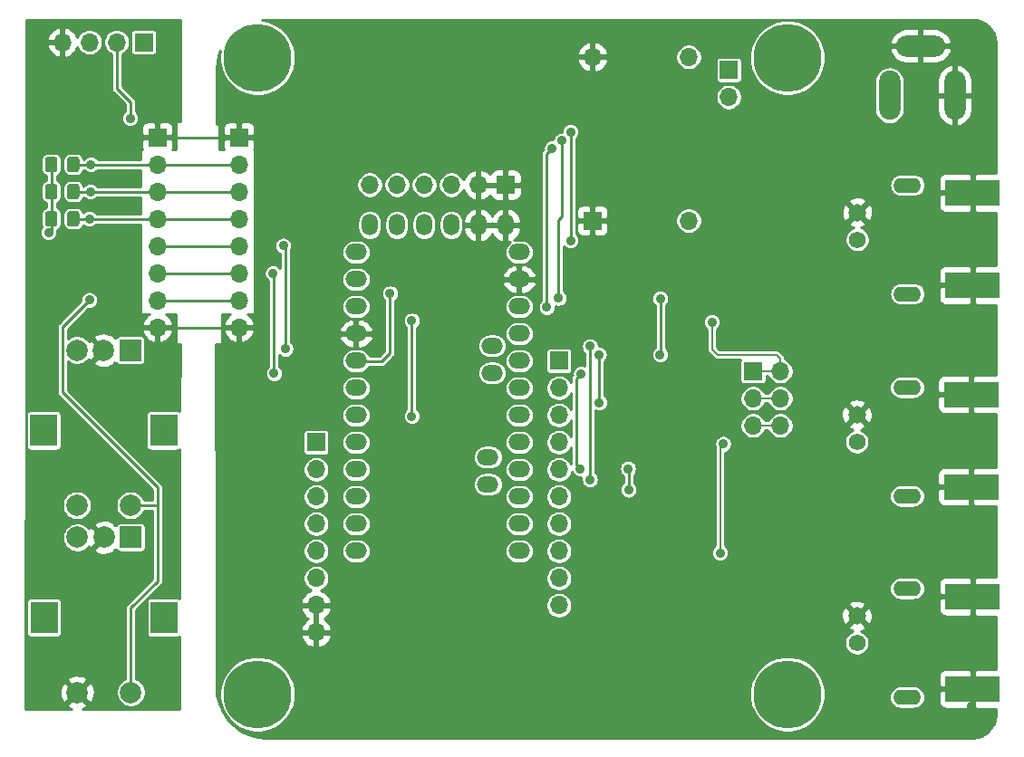
<source format=gbr>
G04 #@! TF.GenerationSoftware,KiCad,Pcbnew,(5.1.5)-3*
G04 #@! TF.CreationDate,2021-03-10T18:00:24-05:00*
G04 #@! TF.ProjectId,VFO-003,56464f2d-3030-4332-9e6b-696361645f70,1*
G04 #@! TF.SameCoordinates,Original*
G04 #@! TF.FileFunction,Copper,L2,Bot*
G04 #@! TF.FilePolarity,Positive*
%FSLAX46Y46*%
G04 Gerber Fmt 4.6, Leading zero omitted, Abs format (unit mm)*
G04 Created by KiCad (PCBNEW (5.1.5)-3) date 2021-03-10 18:00:24*
%MOMM*%
%LPD*%
G04 APERTURE LIST*
%ADD10O,1.524000X2.000000*%
%ADD11O,2.000000X1.524000*%
%ADD12O,1.700000X1.700000*%
%ADD13R,1.700000X1.700000*%
%ADD14C,1.574800*%
%ADD15C,1.651000*%
%ADD16O,2.600000X1.400000*%
%ADD17C,2.000000*%
%ADD18R,2.500000X3.000000*%
%ADD19R,2.000000X2.000000*%
%ADD20O,4.600000X2.000000*%
%ADD21O,2.000000X4.600000*%
%ADD22C,0.150000*%
%ADD23C,6.350000*%
%ADD24R,5.080000X2.413000*%
%ADD25C,0.889000*%
%ADD26C,0.254000*%
%ADD27C,0.152400*%
G04 APERTURE END LIST*
D10*
X128981200Y-48133000D03*
X131521200Y-48133000D03*
X134061200Y-48133000D03*
X136601200Y-48133000D03*
X139141200Y-48133000D03*
X141681200Y-48133000D03*
D11*
X127711200Y-50673000D03*
X127711200Y-53213000D03*
X127711200Y-55753000D03*
X127711200Y-58293000D03*
X127711200Y-60833000D03*
X127711200Y-63373000D03*
X127711200Y-65913000D03*
X127711200Y-68453000D03*
X127711200Y-70993000D03*
X127711200Y-73533000D03*
X127711200Y-76073000D03*
X127711200Y-78613000D03*
X142951200Y-50673000D03*
X142951200Y-53213000D03*
X142951200Y-55753000D03*
X142951200Y-58293000D03*
X142951200Y-60833000D03*
X142951200Y-63373000D03*
X142951200Y-65913000D03*
X142951200Y-68453000D03*
X142951200Y-70993000D03*
X142951200Y-73533000D03*
X142951200Y-76073000D03*
X142951200Y-78613000D03*
X140411200Y-59436000D03*
X140411200Y-61976000D03*
X140030200Y-69850000D03*
X140030200Y-72390000D03*
D12*
X128981200Y-44373800D03*
X131521200Y-44373800D03*
X134061200Y-44373800D03*
X136601200Y-44373800D03*
X139141200Y-44373800D03*
D13*
X141681200Y-44373800D03*
D14*
X174500000Y-87200000D03*
D15*
X174500000Y-84660000D03*
D16*
X179180000Y-82120000D03*
X179180000Y-92280000D03*
D14*
X174500000Y-68400000D03*
D15*
X174500000Y-65860000D03*
D16*
X179180000Y-63320000D03*
X179180000Y-73480000D03*
D14*
X174545000Y-49500000D03*
D15*
X174545000Y-46960000D03*
D16*
X179225000Y-44420000D03*
X179225000Y-54580000D03*
D12*
X158789400Y-32420000D03*
X158789400Y-47720000D03*
X149789400Y-32420000D03*
D13*
X149789400Y-47720000D03*
D12*
X100250000Y-31040000D03*
X102790000Y-31040000D03*
X105330000Y-31040000D03*
D13*
X107870000Y-31040000D03*
D17*
X101625400Y-74343600D03*
X106625400Y-74343600D03*
D18*
X98525400Y-67343600D03*
X109725400Y-67343600D03*
D17*
X101625400Y-59843600D03*
X104125400Y-59843600D03*
D19*
X106625400Y-59843600D03*
D12*
X109140000Y-57710000D03*
X109140000Y-55170000D03*
X109140000Y-52630000D03*
X109140000Y-50090000D03*
X109140000Y-47550000D03*
X109140000Y-45010000D03*
X109140000Y-42470000D03*
D13*
X109140000Y-39930000D03*
D12*
X116760000Y-57710000D03*
X116760000Y-55170000D03*
X116760000Y-52630000D03*
X116760000Y-50090000D03*
X116760000Y-47550000D03*
X116760000Y-45010000D03*
X116760000Y-42470000D03*
D13*
X116760000Y-39930000D03*
D20*
X180442000Y-31400000D03*
D21*
X177542000Y-36000000D03*
X183642000Y-36000000D03*
G04 #@! TA.AperFunction,SMDPad,CuDef*
D22*
G36*
X101624505Y-44311204D02*
G01*
X101648773Y-44314804D01*
X101672572Y-44320765D01*
X101695671Y-44329030D01*
X101717850Y-44339520D01*
X101738893Y-44352132D01*
X101758599Y-44366747D01*
X101776777Y-44383223D01*
X101793253Y-44401401D01*
X101807868Y-44421107D01*
X101820480Y-44442150D01*
X101830970Y-44464329D01*
X101839235Y-44487428D01*
X101845196Y-44511227D01*
X101848796Y-44535495D01*
X101850000Y-44559999D01*
X101850000Y-45460001D01*
X101848796Y-45484505D01*
X101845196Y-45508773D01*
X101839235Y-45532572D01*
X101830970Y-45555671D01*
X101820480Y-45577850D01*
X101807868Y-45598893D01*
X101793253Y-45618599D01*
X101776777Y-45636777D01*
X101758599Y-45653253D01*
X101738893Y-45667868D01*
X101717850Y-45680480D01*
X101695671Y-45690970D01*
X101672572Y-45699235D01*
X101648773Y-45705196D01*
X101624505Y-45708796D01*
X101600001Y-45710000D01*
X100949999Y-45710000D01*
X100925495Y-45708796D01*
X100901227Y-45705196D01*
X100877428Y-45699235D01*
X100854329Y-45690970D01*
X100832150Y-45680480D01*
X100811107Y-45667868D01*
X100791401Y-45653253D01*
X100773223Y-45636777D01*
X100756747Y-45618599D01*
X100742132Y-45598893D01*
X100729520Y-45577850D01*
X100719030Y-45555671D01*
X100710765Y-45532572D01*
X100704804Y-45508773D01*
X100701204Y-45484505D01*
X100700000Y-45460001D01*
X100700000Y-44559999D01*
X100701204Y-44535495D01*
X100704804Y-44511227D01*
X100710765Y-44487428D01*
X100719030Y-44464329D01*
X100729520Y-44442150D01*
X100742132Y-44421107D01*
X100756747Y-44401401D01*
X100773223Y-44383223D01*
X100791401Y-44366747D01*
X100811107Y-44352132D01*
X100832150Y-44339520D01*
X100854329Y-44329030D01*
X100877428Y-44320765D01*
X100901227Y-44314804D01*
X100925495Y-44311204D01*
X100949999Y-44310000D01*
X101600001Y-44310000D01*
X101624505Y-44311204D01*
G37*
G04 #@! TD.AperFunction*
G04 #@! TA.AperFunction,SMDPad,CuDef*
G36*
X99574505Y-44311204D02*
G01*
X99598773Y-44314804D01*
X99622572Y-44320765D01*
X99645671Y-44329030D01*
X99667850Y-44339520D01*
X99688893Y-44352132D01*
X99708599Y-44366747D01*
X99726777Y-44383223D01*
X99743253Y-44401401D01*
X99757868Y-44421107D01*
X99770480Y-44442150D01*
X99780970Y-44464329D01*
X99789235Y-44487428D01*
X99795196Y-44511227D01*
X99798796Y-44535495D01*
X99800000Y-44559999D01*
X99800000Y-45460001D01*
X99798796Y-45484505D01*
X99795196Y-45508773D01*
X99789235Y-45532572D01*
X99780970Y-45555671D01*
X99770480Y-45577850D01*
X99757868Y-45598893D01*
X99743253Y-45618599D01*
X99726777Y-45636777D01*
X99708599Y-45653253D01*
X99688893Y-45667868D01*
X99667850Y-45680480D01*
X99645671Y-45690970D01*
X99622572Y-45699235D01*
X99598773Y-45705196D01*
X99574505Y-45708796D01*
X99550001Y-45710000D01*
X98899999Y-45710000D01*
X98875495Y-45708796D01*
X98851227Y-45705196D01*
X98827428Y-45699235D01*
X98804329Y-45690970D01*
X98782150Y-45680480D01*
X98761107Y-45667868D01*
X98741401Y-45653253D01*
X98723223Y-45636777D01*
X98706747Y-45618599D01*
X98692132Y-45598893D01*
X98679520Y-45577850D01*
X98669030Y-45555671D01*
X98660765Y-45532572D01*
X98654804Y-45508773D01*
X98651204Y-45484505D01*
X98650000Y-45460001D01*
X98650000Y-44559999D01*
X98651204Y-44535495D01*
X98654804Y-44511227D01*
X98660765Y-44487428D01*
X98669030Y-44464329D01*
X98679520Y-44442150D01*
X98692132Y-44421107D01*
X98706747Y-44401401D01*
X98723223Y-44383223D01*
X98741401Y-44366747D01*
X98761107Y-44352132D01*
X98782150Y-44339520D01*
X98804329Y-44329030D01*
X98827428Y-44320765D01*
X98851227Y-44314804D01*
X98875495Y-44311204D01*
X98899999Y-44310000D01*
X99550001Y-44310000D01*
X99574505Y-44311204D01*
G37*
G04 #@! TD.AperFunction*
G04 #@! TA.AperFunction,SMDPad,CuDef*
G36*
X101624505Y-41771204D02*
G01*
X101648773Y-41774804D01*
X101672572Y-41780765D01*
X101695671Y-41789030D01*
X101717850Y-41799520D01*
X101738893Y-41812132D01*
X101758599Y-41826747D01*
X101776777Y-41843223D01*
X101793253Y-41861401D01*
X101807868Y-41881107D01*
X101820480Y-41902150D01*
X101830970Y-41924329D01*
X101839235Y-41947428D01*
X101845196Y-41971227D01*
X101848796Y-41995495D01*
X101850000Y-42019999D01*
X101850000Y-42920001D01*
X101848796Y-42944505D01*
X101845196Y-42968773D01*
X101839235Y-42992572D01*
X101830970Y-43015671D01*
X101820480Y-43037850D01*
X101807868Y-43058893D01*
X101793253Y-43078599D01*
X101776777Y-43096777D01*
X101758599Y-43113253D01*
X101738893Y-43127868D01*
X101717850Y-43140480D01*
X101695671Y-43150970D01*
X101672572Y-43159235D01*
X101648773Y-43165196D01*
X101624505Y-43168796D01*
X101600001Y-43170000D01*
X100949999Y-43170000D01*
X100925495Y-43168796D01*
X100901227Y-43165196D01*
X100877428Y-43159235D01*
X100854329Y-43150970D01*
X100832150Y-43140480D01*
X100811107Y-43127868D01*
X100791401Y-43113253D01*
X100773223Y-43096777D01*
X100756747Y-43078599D01*
X100742132Y-43058893D01*
X100729520Y-43037850D01*
X100719030Y-43015671D01*
X100710765Y-42992572D01*
X100704804Y-42968773D01*
X100701204Y-42944505D01*
X100700000Y-42920001D01*
X100700000Y-42019999D01*
X100701204Y-41995495D01*
X100704804Y-41971227D01*
X100710765Y-41947428D01*
X100719030Y-41924329D01*
X100729520Y-41902150D01*
X100742132Y-41881107D01*
X100756747Y-41861401D01*
X100773223Y-41843223D01*
X100791401Y-41826747D01*
X100811107Y-41812132D01*
X100832150Y-41799520D01*
X100854329Y-41789030D01*
X100877428Y-41780765D01*
X100901227Y-41774804D01*
X100925495Y-41771204D01*
X100949999Y-41770000D01*
X101600001Y-41770000D01*
X101624505Y-41771204D01*
G37*
G04 #@! TD.AperFunction*
G04 #@! TA.AperFunction,SMDPad,CuDef*
G36*
X99574505Y-41771204D02*
G01*
X99598773Y-41774804D01*
X99622572Y-41780765D01*
X99645671Y-41789030D01*
X99667850Y-41799520D01*
X99688893Y-41812132D01*
X99708599Y-41826747D01*
X99726777Y-41843223D01*
X99743253Y-41861401D01*
X99757868Y-41881107D01*
X99770480Y-41902150D01*
X99780970Y-41924329D01*
X99789235Y-41947428D01*
X99795196Y-41971227D01*
X99798796Y-41995495D01*
X99800000Y-42019999D01*
X99800000Y-42920001D01*
X99798796Y-42944505D01*
X99795196Y-42968773D01*
X99789235Y-42992572D01*
X99780970Y-43015671D01*
X99770480Y-43037850D01*
X99757868Y-43058893D01*
X99743253Y-43078599D01*
X99726777Y-43096777D01*
X99708599Y-43113253D01*
X99688893Y-43127868D01*
X99667850Y-43140480D01*
X99645671Y-43150970D01*
X99622572Y-43159235D01*
X99598773Y-43165196D01*
X99574505Y-43168796D01*
X99550001Y-43170000D01*
X98899999Y-43170000D01*
X98875495Y-43168796D01*
X98851227Y-43165196D01*
X98827428Y-43159235D01*
X98804329Y-43150970D01*
X98782150Y-43140480D01*
X98761107Y-43127868D01*
X98741401Y-43113253D01*
X98723223Y-43096777D01*
X98706747Y-43078599D01*
X98692132Y-43058893D01*
X98679520Y-43037850D01*
X98669030Y-43015671D01*
X98660765Y-42992572D01*
X98654804Y-42968773D01*
X98651204Y-42944505D01*
X98650000Y-42920001D01*
X98650000Y-42019999D01*
X98651204Y-41995495D01*
X98654804Y-41971227D01*
X98660765Y-41947428D01*
X98669030Y-41924329D01*
X98679520Y-41902150D01*
X98692132Y-41881107D01*
X98706747Y-41861401D01*
X98723223Y-41843223D01*
X98741401Y-41826747D01*
X98761107Y-41812132D01*
X98782150Y-41799520D01*
X98804329Y-41789030D01*
X98827428Y-41780765D01*
X98851227Y-41774804D01*
X98875495Y-41771204D01*
X98899999Y-41770000D01*
X99550001Y-41770000D01*
X99574505Y-41771204D01*
G37*
G04 #@! TD.AperFunction*
G04 #@! TA.AperFunction,SMDPad,CuDef*
G36*
X101624505Y-46851204D02*
G01*
X101648773Y-46854804D01*
X101672572Y-46860765D01*
X101695671Y-46869030D01*
X101717850Y-46879520D01*
X101738893Y-46892132D01*
X101758599Y-46906747D01*
X101776777Y-46923223D01*
X101793253Y-46941401D01*
X101807868Y-46961107D01*
X101820480Y-46982150D01*
X101830970Y-47004329D01*
X101839235Y-47027428D01*
X101845196Y-47051227D01*
X101848796Y-47075495D01*
X101850000Y-47099999D01*
X101850000Y-48000001D01*
X101848796Y-48024505D01*
X101845196Y-48048773D01*
X101839235Y-48072572D01*
X101830970Y-48095671D01*
X101820480Y-48117850D01*
X101807868Y-48138893D01*
X101793253Y-48158599D01*
X101776777Y-48176777D01*
X101758599Y-48193253D01*
X101738893Y-48207868D01*
X101717850Y-48220480D01*
X101695671Y-48230970D01*
X101672572Y-48239235D01*
X101648773Y-48245196D01*
X101624505Y-48248796D01*
X101600001Y-48250000D01*
X100949999Y-48250000D01*
X100925495Y-48248796D01*
X100901227Y-48245196D01*
X100877428Y-48239235D01*
X100854329Y-48230970D01*
X100832150Y-48220480D01*
X100811107Y-48207868D01*
X100791401Y-48193253D01*
X100773223Y-48176777D01*
X100756747Y-48158599D01*
X100742132Y-48138893D01*
X100729520Y-48117850D01*
X100719030Y-48095671D01*
X100710765Y-48072572D01*
X100704804Y-48048773D01*
X100701204Y-48024505D01*
X100700000Y-48000001D01*
X100700000Y-47099999D01*
X100701204Y-47075495D01*
X100704804Y-47051227D01*
X100710765Y-47027428D01*
X100719030Y-47004329D01*
X100729520Y-46982150D01*
X100742132Y-46961107D01*
X100756747Y-46941401D01*
X100773223Y-46923223D01*
X100791401Y-46906747D01*
X100811107Y-46892132D01*
X100832150Y-46879520D01*
X100854329Y-46869030D01*
X100877428Y-46860765D01*
X100901227Y-46854804D01*
X100925495Y-46851204D01*
X100949999Y-46850000D01*
X101600001Y-46850000D01*
X101624505Y-46851204D01*
G37*
G04 #@! TD.AperFunction*
G04 #@! TA.AperFunction,SMDPad,CuDef*
G36*
X99574505Y-46851204D02*
G01*
X99598773Y-46854804D01*
X99622572Y-46860765D01*
X99645671Y-46869030D01*
X99667850Y-46879520D01*
X99688893Y-46892132D01*
X99708599Y-46906747D01*
X99726777Y-46923223D01*
X99743253Y-46941401D01*
X99757868Y-46961107D01*
X99770480Y-46982150D01*
X99780970Y-47004329D01*
X99789235Y-47027428D01*
X99795196Y-47051227D01*
X99798796Y-47075495D01*
X99800000Y-47099999D01*
X99800000Y-48000001D01*
X99798796Y-48024505D01*
X99795196Y-48048773D01*
X99789235Y-48072572D01*
X99780970Y-48095671D01*
X99770480Y-48117850D01*
X99757868Y-48138893D01*
X99743253Y-48158599D01*
X99726777Y-48176777D01*
X99708599Y-48193253D01*
X99688893Y-48207868D01*
X99667850Y-48220480D01*
X99645671Y-48230970D01*
X99622572Y-48239235D01*
X99598773Y-48245196D01*
X99574505Y-48248796D01*
X99550001Y-48250000D01*
X98899999Y-48250000D01*
X98875495Y-48248796D01*
X98851227Y-48245196D01*
X98827428Y-48239235D01*
X98804329Y-48230970D01*
X98782150Y-48220480D01*
X98761107Y-48207868D01*
X98741401Y-48193253D01*
X98723223Y-48176777D01*
X98706747Y-48158599D01*
X98692132Y-48138893D01*
X98679520Y-48117850D01*
X98669030Y-48095671D01*
X98660765Y-48072572D01*
X98654804Y-48048773D01*
X98651204Y-48024505D01*
X98650000Y-48000001D01*
X98650000Y-47099999D01*
X98651204Y-47075495D01*
X98654804Y-47051227D01*
X98660765Y-47027428D01*
X98669030Y-47004329D01*
X98679520Y-46982150D01*
X98692132Y-46961107D01*
X98706747Y-46941401D01*
X98723223Y-46923223D01*
X98741401Y-46906747D01*
X98761107Y-46892132D01*
X98782150Y-46879520D01*
X98804329Y-46869030D01*
X98827428Y-46860765D01*
X98851227Y-46854804D01*
X98875495Y-46851204D01*
X98899999Y-46850000D01*
X99550001Y-46850000D01*
X99574505Y-46851204D01*
G37*
G04 #@! TD.AperFunction*
D19*
X106650800Y-77344200D03*
D17*
X104150800Y-77344200D03*
X101650800Y-77344200D03*
D18*
X109750800Y-84844200D03*
X98550800Y-84844200D03*
D17*
X106650800Y-91844200D03*
X101650800Y-91844200D03*
D23*
X168000000Y-32500000D03*
X118500000Y-92000000D03*
X168000000Y-92000000D03*
X118500000Y-32500000D03*
D12*
X162530800Y-36170800D03*
D13*
X162530800Y-33630800D03*
D24*
X185300000Y-53768000D03*
X185300000Y-45132000D03*
X185200000Y-72618000D03*
X185200000Y-63982000D03*
X185300000Y-91518000D03*
X185300000Y-82882000D03*
D13*
X146659600Y-60833000D03*
D12*
X146659600Y-63373000D03*
X146659600Y-65913000D03*
X146659600Y-68453000D03*
X146659600Y-70993000D03*
X146659600Y-73533000D03*
X146659600Y-76073000D03*
X146659600Y-78613000D03*
X146659600Y-81153000D03*
X146659600Y-83693000D03*
D13*
X164795200Y-61798200D03*
D12*
X167335200Y-61798200D03*
X164795200Y-64338200D03*
X167335200Y-64338200D03*
X164795200Y-66878200D03*
X167335200Y-66878200D03*
D13*
X123977400Y-68453000D03*
D12*
X123977400Y-70993000D03*
X123977400Y-73533000D03*
X123977400Y-76073000D03*
X123977400Y-78613000D03*
X123977400Y-81153000D03*
X123977400Y-83693000D03*
X123977400Y-86233000D03*
D25*
X185200000Y-77900000D03*
X185200000Y-93100000D03*
X185300000Y-43050000D03*
X185300000Y-56250000D03*
X185200000Y-61500000D03*
X169160200Y-49785200D03*
X160607666Y-65342620D03*
X159686000Y-58726000D03*
X167814000Y-46534000D03*
X169338000Y-79300000D03*
X160702000Y-62028000D03*
X150288000Y-51106000D03*
X150288000Y-53646000D03*
X150542000Y-56186000D03*
X157146000Y-77522000D03*
X155956000Y-66294000D03*
X98980000Y-48820000D03*
X119938800Y-52654200D03*
X120040400Y-62001400D03*
X148731344Y-62026800D03*
X148640800Y-70916800D03*
X153162000Y-72898000D03*
X153111200Y-70916800D03*
X106600000Y-38152000D03*
X120904000Y-50063400D03*
X121107200Y-59715400D03*
X149556844Y-59469937D03*
X149555200Y-71932800D03*
X102790000Y-47550000D03*
X102790000Y-55144600D03*
X102891600Y-45010000D03*
X102917000Y-42470000D03*
X161718000Y-78792000D03*
X162000000Y-68604000D03*
X160956000Y-57202000D03*
X146022118Y-40946719D03*
X145516600Y-55829200D03*
X147748000Y-49582000D03*
X147751800Y-39420800D03*
X146926300Y-40247500D03*
X146621500Y-54965600D03*
X130886200Y-54533800D03*
X156133800Y-55016400D03*
X156108400Y-60248800D03*
X150444200Y-64744600D03*
X150393400Y-60248800D03*
X132918200Y-57073800D03*
X132918200Y-66014600D03*
D26*
X109140000Y-57710000D02*
X116760000Y-57710000D01*
X109140000Y-39930000D02*
X116760000Y-39930000D01*
X99225000Y-42470000D02*
X99225000Y-45010000D01*
X99225000Y-45010000D02*
X99225000Y-47550000D01*
X99225000Y-47550000D02*
X99225000Y-48575000D01*
X99225000Y-48575000D02*
X98980000Y-48820000D01*
X109140000Y-55170000D02*
X116760000Y-55170000D01*
X109140000Y-52630000D02*
X116760000Y-52630000D01*
X120040400Y-52755800D02*
X119938800Y-52654200D01*
X120040400Y-62001400D02*
X120040400Y-52755800D01*
X148286845Y-70562845D02*
X148640800Y-70916800D01*
X148731344Y-62026800D02*
X148286845Y-62471299D01*
X148286845Y-62471299D02*
X148286845Y-70562845D01*
X153162000Y-70967600D02*
X153111200Y-70916800D01*
X153162000Y-72898000D02*
X153162000Y-70967600D01*
X106600000Y-38152000D02*
X106600000Y-36628000D01*
X105330000Y-35358000D02*
X105330000Y-31040000D01*
X106600000Y-36628000D02*
X105330000Y-35358000D01*
X109140000Y-50090000D02*
X116760000Y-50090000D01*
X121107200Y-50266600D02*
X120904000Y-50063400D01*
X121107200Y-59715400D02*
X121107200Y-50266600D01*
X149556844Y-71931156D02*
X149555200Y-71932800D01*
X149556844Y-67359156D02*
X149556844Y-71931156D01*
X149556844Y-59469937D02*
X149556844Y-67359156D01*
X101275000Y-47550000D02*
X109140000Y-47550000D01*
X109140000Y-47550000D02*
X116760000Y-47550000D01*
X106650800Y-91844200D02*
X106650800Y-83922800D01*
X106650800Y-83922800D02*
X109140000Y-81433600D01*
X109140000Y-74347000D02*
X109140000Y-72670600D01*
X100244399Y-57690201D02*
X102790000Y-55144600D01*
X100244399Y-63774999D02*
X100244399Y-57690201D01*
X109140000Y-72670600D02*
X100244399Y-63774999D01*
X108039613Y-74343600D02*
X108043013Y-74347000D01*
X106625400Y-74343600D02*
X108039613Y-74343600D01*
X108043013Y-74347000D02*
X109140000Y-74347000D01*
X109140000Y-81433600D02*
X109140000Y-74347000D01*
X106355000Y-45010000D02*
X109140000Y-45010000D01*
X109140000Y-45010000D02*
X111005132Y-45010000D01*
X111005132Y-45010000D02*
X111005151Y-45010019D01*
X109140000Y-45010000D02*
X102891600Y-45010000D01*
X102891600Y-45010000D02*
X101275000Y-45010000D01*
X109140000Y-45010000D02*
X116760000Y-45010000D01*
X106355000Y-42470000D02*
X109140000Y-42470000D01*
X109140000Y-42470000D02*
X116760000Y-42470000D01*
X101275000Y-42470000D02*
X102917000Y-42470000D01*
X102917000Y-42470000D02*
X109140000Y-42470000D01*
D27*
X161718000Y-78792000D02*
X161718000Y-68886000D01*
X161718000Y-68886000D02*
X162000000Y-68604000D01*
X165997281Y-66878200D02*
X167335200Y-66878200D01*
X164795200Y-66878200D02*
X165997281Y-66878200D01*
X164795200Y-64338200D02*
X167335200Y-64338200D01*
X160956000Y-59742000D02*
X160956000Y-57202000D01*
X165797600Y-61798200D02*
X167335200Y-61798200D01*
X164795200Y-61798200D02*
X165797600Y-61798200D01*
X167335200Y-60596119D02*
X167013281Y-60274200D01*
X167335200Y-61798200D02*
X167335200Y-60596119D01*
X161488200Y-60274200D02*
X160956000Y-59742000D01*
X167013281Y-60274200D02*
X161488200Y-60274200D01*
D26*
X146022118Y-40946719D02*
X145516600Y-41452237D01*
X145516600Y-41452237D02*
X145516600Y-55829200D01*
X147751800Y-49578200D02*
X147748000Y-49582000D01*
X147751800Y-39420800D02*
X147751800Y-49578200D01*
X146621500Y-54965600D02*
X146621500Y-47637700D01*
X146926300Y-47332900D02*
X146621500Y-47637700D01*
X146926300Y-40247500D02*
X146926300Y-47332900D01*
X130098800Y-60883800D02*
X128346200Y-60883800D01*
X130886200Y-60096400D02*
X130098800Y-60883800D01*
X130886200Y-54533800D02*
X130886200Y-60096400D01*
X156133800Y-55016400D02*
X156133800Y-60223400D01*
X156133800Y-60223400D02*
X156108400Y-60248800D01*
X150444200Y-60299600D02*
X150393400Y-60248800D01*
X150444200Y-64744600D02*
X150444200Y-60299600D01*
X132918200Y-57073800D02*
X132918200Y-66014600D01*
G36*
X111249001Y-38481000D02*
G01*
X110998000Y-38481000D01*
X110973224Y-38483440D01*
X110949399Y-38490667D01*
X110927443Y-38502403D01*
X110908197Y-38518197D01*
X110892403Y-38537443D01*
X110880667Y-38559399D01*
X110873440Y-38583224D01*
X110871000Y-38608000D01*
X110871000Y-41098400D01*
X110539830Y-41098400D01*
X110579502Y-41024180D01*
X110615812Y-40904482D01*
X110628072Y-40780000D01*
X110625000Y-40215750D01*
X110466250Y-40057000D01*
X109267000Y-40057000D01*
X109267000Y-40077000D01*
X109013000Y-40077000D01*
X109013000Y-40057000D01*
X107813750Y-40057000D01*
X107655000Y-40215750D01*
X107651928Y-40780000D01*
X107664188Y-40904482D01*
X107700498Y-41024180D01*
X107740170Y-41098400D01*
X107692200Y-41098400D01*
X107667424Y-41100840D01*
X107643599Y-41108067D01*
X107621643Y-41119803D01*
X107602397Y-41135597D01*
X107586603Y-41154843D01*
X107574867Y-41176799D01*
X107567640Y-41200624D01*
X107565200Y-41225186D01*
X107563960Y-41962000D01*
X103570385Y-41962000D01*
X103558208Y-41943775D01*
X103443225Y-41828792D01*
X103308021Y-41738452D01*
X103157789Y-41676224D01*
X102998305Y-41644500D01*
X102835695Y-41644500D01*
X102676211Y-41676224D01*
X102525979Y-41738452D01*
X102390775Y-41828792D01*
X102275792Y-41943775D01*
X102263615Y-41962000D01*
X102227131Y-41962000D01*
X102220683Y-41896538D01*
X102184671Y-41777821D01*
X102126190Y-41668411D01*
X102047488Y-41572512D01*
X101951589Y-41493810D01*
X101842179Y-41435329D01*
X101723462Y-41399317D01*
X101600001Y-41387157D01*
X100949999Y-41387157D01*
X100826538Y-41399317D01*
X100707821Y-41435329D01*
X100598411Y-41493810D01*
X100502512Y-41572512D01*
X100423810Y-41668411D01*
X100365329Y-41777821D01*
X100329317Y-41896538D01*
X100317157Y-42019999D01*
X100317157Y-42920001D01*
X100329317Y-43043462D01*
X100365329Y-43162179D01*
X100423810Y-43271589D01*
X100502512Y-43367488D01*
X100598411Y-43446190D01*
X100707821Y-43504671D01*
X100826538Y-43540683D01*
X100949999Y-43552843D01*
X101600001Y-43552843D01*
X101723462Y-43540683D01*
X101842179Y-43504671D01*
X101951589Y-43446190D01*
X102047488Y-43367488D01*
X102126190Y-43271589D01*
X102184671Y-43162179D01*
X102220683Y-43043462D01*
X102227131Y-42978000D01*
X102263615Y-42978000D01*
X102275792Y-42996225D01*
X102390775Y-43111208D01*
X102525979Y-43201548D01*
X102676211Y-43263776D01*
X102835695Y-43295500D01*
X102998305Y-43295500D01*
X103157789Y-43263776D01*
X103308021Y-43201548D01*
X103443225Y-43111208D01*
X103558208Y-42996225D01*
X103570385Y-42978000D01*
X107562249Y-42978000D01*
X107559683Y-44502000D01*
X103544985Y-44502000D01*
X103532808Y-44483775D01*
X103417825Y-44368792D01*
X103282621Y-44278452D01*
X103132389Y-44216224D01*
X102972905Y-44184500D01*
X102810295Y-44184500D01*
X102650811Y-44216224D01*
X102500579Y-44278452D01*
X102365375Y-44368792D01*
X102250392Y-44483775D01*
X102238215Y-44502000D01*
X102227131Y-44502000D01*
X102220683Y-44436538D01*
X102184671Y-44317821D01*
X102126190Y-44208411D01*
X102047488Y-44112512D01*
X101951589Y-44033810D01*
X101842179Y-43975329D01*
X101723462Y-43939317D01*
X101600001Y-43927157D01*
X100949999Y-43927157D01*
X100826538Y-43939317D01*
X100707821Y-43975329D01*
X100598411Y-44033810D01*
X100502512Y-44112512D01*
X100423810Y-44208411D01*
X100365329Y-44317821D01*
X100329317Y-44436538D01*
X100317157Y-44559999D01*
X100317157Y-45460001D01*
X100329317Y-45583462D01*
X100365329Y-45702179D01*
X100423810Y-45811589D01*
X100502512Y-45907488D01*
X100598411Y-45986190D01*
X100707821Y-46044671D01*
X100826538Y-46080683D01*
X100949999Y-46092843D01*
X101600001Y-46092843D01*
X101723462Y-46080683D01*
X101842179Y-46044671D01*
X101951589Y-45986190D01*
X102047488Y-45907488D01*
X102126190Y-45811589D01*
X102184671Y-45702179D01*
X102220683Y-45583462D01*
X102227131Y-45518000D01*
X102238215Y-45518000D01*
X102250392Y-45536225D01*
X102365375Y-45651208D01*
X102500579Y-45741548D01*
X102650811Y-45803776D01*
X102810295Y-45835500D01*
X102972905Y-45835500D01*
X103132389Y-45803776D01*
X103282621Y-45741548D01*
X103417825Y-45651208D01*
X103532808Y-45536225D01*
X103544985Y-45518000D01*
X107557973Y-45518000D01*
X107555407Y-47042000D01*
X103443385Y-47042000D01*
X103431208Y-47023775D01*
X103316225Y-46908792D01*
X103181021Y-46818452D01*
X103030789Y-46756224D01*
X102871305Y-46724500D01*
X102708695Y-46724500D01*
X102549211Y-46756224D01*
X102398979Y-46818452D01*
X102263775Y-46908792D01*
X102214945Y-46957622D01*
X102184671Y-46857821D01*
X102126190Y-46748411D01*
X102047488Y-46652512D01*
X101951589Y-46573810D01*
X101842179Y-46515329D01*
X101723462Y-46479317D01*
X101600001Y-46467157D01*
X100949999Y-46467157D01*
X100826538Y-46479317D01*
X100707821Y-46515329D01*
X100598411Y-46573810D01*
X100502512Y-46652512D01*
X100423810Y-46748411D01*
X100365329Y-46857821D01*
X100329317Y-46976538D01*
X100317157Y-47099999D01*
X100317157Y-48000001D01*
X100329317Y-48123462D01*
X100365329Y-48242179D01*
X100423810Y-48351589D01*
X100502512Y-48447488D01*
X100598411Y-48526190D01*
X100707821Y-48584671D01*
X100826538Y-48620683D01*
X100949999Y-48632843D01*
X101600001Y-48632843D01*
X101723462Y-48620683D01*
X101842179Y-48584671D01*
X101951589Y-48526190D01*
X102047488Y-48447488D01*
X102126190Y-48351589D01*
X102184671Y-48242179D01*
X102214945Y-48142378D01*
X102263775Y-48191208D01*
X102398979Y-48281548D01*
X102549211Y-48343776D01*
X102708695Y-48375500D01*
X102871305Y-48375500D01*
X103030789Y-48343776D01*
X103181021Y-48281548D01*
X103316225Y-48191208D01*
X103431208Y-48076225D01*
X103443385Y-48058000D01*
X107553697Y-48058000D01*
X107539800Y-56312786D01*
X107542199Y-56337567D01*
X107549386Y-56361403D01*
X107561085Y-56383380D01*
X107576846Y-56402651D01*
X107596065Y-56418478D01*
X107618002Y-56430251D01*
X107641814Y-56437518D01*
X107666800Y-56440000D01*
X108384255Y-56440000D01*
X108258645Y-56514822D01*
X108042412Y-56709731D01*
X107868359Y-56943080D01*
X107743175Y-57205901D01*
X107698524Y-57353110D01*
X107819845Y-57583000D01*
X109013000Y-57583000D01*
X109013000Y-57563000D01*
X109267000Y-57563000D01*
X109267000Y-57583000D01*
X110460155Y-57583000D01*
X110581476Y-57353110D01*
X110536825Y-57205901D01*
X110411641Y-56943080D01*
X110237588Y-56709731D01*
X110021355Y-56514822D01*
X109895745Y-56440000D01*
X110871000Y-56440000D01*
X110871000Y-59182000D01*
X110873440Y-59206776D01*
X110880667Y-59230601D01*
X110892403Y-59252557D01*
X110908197Y-59271803D01*
X110927443Y-59287597D01*
X110949399Y-59299333D01*
X110973224Y-59306560D01*
X110998000Y-59309000D01*
X111248615Y-59309000D01*
X111244077Y-65571220D01*
X111188096Y-65525278D01*
X111121908Y-65489899D01*
X111050089Y-65468113D01*
X110975400Y-65460757D01*
X108475400Y-65460757D01*
X108400711Y-65468113D01*
X108328892Y-65489899D01*
X108262704Y-65525278D01*
X108204689Y-65572889D01*
X108157078Y-65630904D01*
X108121699Y-65697092D01*
X108099913Y-65768911D01*
X108092557Y-65843600D01*
X108092557Y-68843600D01*
X108099913Y-68918289D01*
X108121699Y-68990108D01*
X108157078Y-69056296D01*
X108204689Y-69114311D01*
X108262704Y-69161922D01*
X108328892Y-69197301D01*
X108400711Y-69219087D01*
X108475400Y-69226443D01*
X110975400Y-69226443D01*
X111050089Y-69219087D01*
X111121908Y-69197301D01*
X111188096Y-69161922D01*
X111241507Y-69118090D01*
X111231418Y-83040586D01*
X111213496Y-83025878D01*
X111147308Y-82990499D01*
X111075489Y-82968713D01*
X111000800Y-82961357D01*
X108500800Y-82961357D01*
X108426111Y-82968713D01*
X108354292Y-82990499D01*
X108288104Y-83025878D01*
X108230089Y-83073489D01*
X108182478Y-83131504D01*
X108147099Y-83197692D01*
X108125313Y-83269511D01*
X108117957Y-83344200D01*
X108117957Y-86344200D01*
X108125313Y-86418889D01*
X108147099Y-86490708D01*
X108182478Y-86556896D01*
X108230089Y-86614911D01*
X108288104Y-86662522D01*
X108354292Y-86697901D01*
X108426111Y-86719687D01*
X108500800Y-86727043D01*
X111000800Y-86727043D01*
X111075489Y-86719687D01*
X111147308Y-86697901D01*
X111213496Y-86662522D01*
X111228802Y-86649961D01*
X111223912Y-93397800D01*
X102160882Y-93397800D01*
X102336888Y-93336995D01*
X102510844Y-93244014D01*
X102606608Y-92979613D01*
X101650800Y-92023805D01*
X100694992Y-92979613D01*
X100790756Y-93244014D01*
X101080371Y-93384904D01*
X101129558Y-93397800D01*
X96845767Y-93397800D01*
X96846346Y-91906795D01*
X100009082Y-91906795D01*
X100052839Y-92225875D01*
X100158005Y-92530288D01*
X100250986Y-92704244D01*
X100515387Y-92800008D01*
X101471195Y-91844200D01*
X101830405Y-91844200D01*
X102786213Y-92800008D01*
X103050614Y-92704244D01*
X103191504Y-92414629D01*
X103273184Y-92103092D01*
X103292518Y-91781605D01*
X103248761Y-91462525D01*
X103143595Y-91158112D01*
X103050614Y-90984156D01*
X102786213Y-90888392D01*
X101830405Y-91844200D01*
X101471195Y-91844200D01*
X100515387Y-90888392D01*
X100250986Y-90984156D01*
X100110096Y-91273771D01*
X100028416Y-91585308D01*
X100009082Y-91906795D01*
X96846346Y-91906795D01*
X96846811Y-90708787D01*
X100694992Y-90708787D01*
X101650800Y-91664595D01*
X102606608Y-90708787D01*
X102510844Y-90444386D01*
X102221229Y-90303496D01*
X101909692Y-90221816D01*
X101588205Y-90202482D01*
X101269125Y-90246239D01*
X100964712Y-90351405D01*
X100790756Y-90444386D01*
X100694992Y-90708787D01*
X96846811Y-90708787D01*
X96849675Y-83344200D01*
X96917957Y-83344200D01*
X96917957Y-86344200D01*
X96925313Y-86418889D01*
X96947099Y-86490708D01*
X96982478Y-86556896D01*
X97030089Y-86614911D01*
X97088104Y-86662522D01*
X97154292Y-86697901D01*
X97226111Y-86719687D01*
X97300800Y-86727043D01*
X99800800Y-86727043D01*
X99875489Y-86719687D01*
X99947308Y-86697901D01*
X100013496Y-86662522D01*
X100071511Y-86614911D01*
X100119122Y-86556896D01*
X100154501Y-86490708D01*
X100176287Y-86418889D01*
X100183643Y-86344200D01*
X100183643Y-83344200D01*
X100176287Y-83269511D01*
X100154501Y-83197692D01*
X100119122Y-83131504D01*
X100071511Y-83073489D01*
X100013496Y-83025878D01*
X99947308Y-82990499D01*
X99875489Y-82968713D01*
X99800800Y-82961357D01*
X97300800Y-82961357D01*
X97226111Y-82968713D01*
X97154292Y-82990499D01*
X97088104Y-83025878D01*
X97030089Y-83073489D01*
X96982478Y-83131504D01*
X96947099Y-83197692D01*
X96925313Y-83269511D01*
X96917957Y-83344200D01*
X96849675Y-83344200D01*
X96852060Y-77208183D01*
X100269800Y-77208183D01*
X100269800Y-77480217D01*
X100322871Y-77747023D01*
X100426974Y-77998349D01*
X100578107Y-78224536D01*
X100770464Y-78416893D01*
X100996651Y-78568026D01*
X101247977Y-78672129D01*
X101514783Y-78725200D01*
X101786817Y-78725200D01*
X102053623Y-78672129D01*
X102304949Y-78568026D01*
X102531136Y-78416893D01*
X102723493Y-78224536D01*
X102744793Y-78192658D01*
X102750986Y-78204244D01*
X103015387Y-78300008D01*
X103971195Y-77344200D01*
X103015387Y-76388392D01*
X102750986Y-76484156D01*
X102745115Y-76496224D01*
X102723493Y-76463864D01*
X102531136Y-76271507D01*
X102437269Y-76208787D01*
X103194992Y-76208787D01*
X104150800Y-77164595D01*
X104164943Y-77150453D01*
X104344548Y-77330058D01*
X104330405Y-77344200D01*
X104344548Y-77358343D01*
X104164943Y-77537948D01*
X104150800Y-77523805D01*
X103194992Y-78479613D01*
X103290756Y-78744014D01*
X103580371Y-78884904D01*
X103891908Y-78966584D01*
X104213395Y-78985918D01*
X104532475Y-78942161D01*
X104836888Y-78836995D01*
X105010844Y-78744014D01*
X105106607Y-78479615D01*
X105222275Y-78595283D01*
X105307462Y-78510096D01*
X105332478Y-78556896D01*
X105380089Y-78614911D01*
X105438104Y-78662522D01*
X105504292Y-78697901D01*
X105576111Y-78719687D01*
X105650800Y-78727043D01*
X107650800Y-78727043D01*
X107725489Y-78719687D01*
X107797308Y-78697901D01*
X107863496Y-78662522D01*
X107921511Y-78614911D01*
X107969122Y-78556896D01*
X108004501Y-78490708D01*
X108026287Y-78418889D01*
X108033643Y-78344200D01*
X108033643Y-76344200D01*
X108026287Y-76269511D01*
X108004501Y-76197692D01*
X107969122Y-76131504D01*
X107921511Y-76073489D01*
X107863496Y-76025878D01*
X107797308Y-75990499D01*
X107725489Y-75968713D01*
X107650800Y-75961357D01*
X105650800Y-75961357D01*
X105576111Y-75968713D01*
X105504292Y-75990499D01*
X105438104Y-76025878D01*
X105380089Y-76073489D01*
X105332478Y-76131504D01*
X105307462Y-76178304D01*
X105222275Y-76093117D01*
X105106607Y-76208785D01*
X105010844Y-75944386D01*
X104721229Y-75803496D01*
X104409692Y-75721816D01*
X104088205Y-75702482D01*
X103769125Y-75746239D01*
X103464712Y-75851405D01*
X103290756Y-75944386D01*
X103194992Y-76208787D01*
X102437269Y-76208787D01*
X102304949Y-76120374D01*
X102053623Y-76016271D01*
X101786817Y-75963200D01*
X101514783Y-75963200D01*
X101247977Y-76016271D01*
X100996651Y-76120374D01*
X100770464Y-76271507D01*
X100578107Y-76463864D01*
X100426974Y-76690051D01*
X100322871Y-76941377D01*
X100269800Y-77208183D01*
X96852060Y-77208183D01*
X96853227Y-74207583D01*
X100244400Y-74207583D01*
X100244400Y-74479617D01*
X100297471Y-74746423D01*
X100401574Y-74997749D01*
X100552707Y-75223936D01*
X100745064Y-75416293D01*
X100971251Y-75567426D01*
X101222577Y-75671529D01*
X101489383Y-75724600D01*
X101761417Y-75724600D01*
X102028223Y-75671529D01*
X102279549Y-75567426D01*
X102505736Y-75416293D01*
X102698093Y-75223936D01*
X102849226Y-74997749D01*
X102953329Y-74746423D01*
X103006400Y-74479617D01*
X103006400Y-74207583D01*
X102953329Y-73940777D01*
X102849226Y-73689451D01*
X102698093Y-73463264D01*
X102505736Y-73270907D01*
X102279549Y-73119774D01*
X102028223Y-73015671D01*
X101761417Y-72962600D01*
X101489383Y-72962600D01*
X101222577Y-73015671D01*
X100971251Y-73119774D01*
X100745064Y-73270907D01*
X100552707Y-73463264D01*
X100401574Y-73689451D01*
X100297471Y-73940777D01*
X100244400Y-74207583D01*
X96853227Y-74207583D01*
X96856480Y-65843600D01*
X96892557Y-65843600D01*
X96892557Y-68843600D01*
X96899913Y-68918289D01*
X96921699Y-68990108D01*
X96957078Y-69056296D01*
X97004689Y-69114311D01*
X97062704Y-69161922D01*
X97128892Y-69197301D01*
X97200711Y-69219087D01*
X97275400Y-69226443D01*
X99775400Y-69226443D01*
X99850089Y-69219087D01*
X99921908Y-69197301D01*
X99988096Y-69161922D01*
X100046111Y-69114311D01*
X100093722Y-69056296D01*
X100129101Y-68990108D01*
X100150887Y-68918289D01*
X100158243Y-68843600D01*
X100158243Y-65843600D01*
X100150887Y-65768911D01*
X100129101Y-65697092D01*
X100093722Y-65630904D01*
X100046111Y-65572889D01*
X99988096Y-65525278D01*
X99921908Y-65489899D01*
X99850089Y-65468113D01*
X99775400Y-65460757D01*
X97275400Y-65460757D01*
X97200711Y-65468113D01*
X97128892Y-65489899D01*
X97062704Y-65525278D01*
X97004689Y-65572889D01*
X96957078Y-65630904D01*
X96921699Y-65697092D01*
X96899913Y-65768911D01*
X96892557Y-65843600D01*
X96856480Y-65843600D01*
X96859649Y-57690201D01*
X99733942Y-57690201D01*
X99736400Y-57715155D01*
X99736399Y-63750055D01*
X99733942Y-63774999D01*
X99736399Y-63799943D01*
X99736399Y-63799945D01*
X99743750Y-63874583D01*
X99772798Y-63970341D01*
X99819970Y-64058594D01*
X99883451Y-64135947D01*
X99902834Y-64151854D01*
X108632001Y-72881021D01*
X108632000Y-73839000D01*
X108099082Y-73839000D01*
X108064560Y-73835600D01*
X108064557Y-73835600D01*
X108039613Y-73833143D01*
X108014669Y-73835600D01*
X107909763Y-73835600D01*
X107849226Y-73689451D01*
X107698093Y-73463264D01*
X107505736Y-73270907D01*
X107279549Y-73119774D01*
X107028223Y-73015671D01*
X106761417Y-72962600D01*
X106489383Y-72962600D01*
X106222577Y-73015671D01*
X105971251Y-73119774D01*
X105745064Y-73270907D01*
X105552707Y-73463264D01*
X105401574Y-73689451D01*
X105297471Y-73940777D01*
X105244400Y-74207583D01*
X105244400Y-74479617D01*
X105297471Y-74746423D01*
X105401574Y-74997749D01*
X105552707Y-75223936D01*
X105745064Y-75416293D01*
X105971251Y-75567426D01*
X106222577Y-75671529D01*
X106489383Y-75724600D01*
X106761417Y-75724600D01*
X107028223Y-75671529D01*
X107279549Y-75567426D01*
X107505736Y-75416293D01*
X107698093Y-75223936D01*
X107849226Y-74997749D01*
X107909763Y-74851600D01*
X107983544Y-74851600D01*
X108018066Y-74855000D01*
X108018068Y-74855000D01*
X108043012Y-74857457D01*
X108067956Y-74855000D01*
X108632001Y-74855000D01*
X108632000Y-81223179D01*
X106309230Y-83545950D01*
X106289853Y-83561852D01*
X106273951Y-83581229D01*
X106273950Y-83581230D01*
X106226371Y-83639205D01*
X106179200Y-83727457D01*
X106150152Y-83823216D01*
X106140343Y-83922800D01*
X106142801Y-83947754D01*
X106142800Y-90559837D01*
X105996651Y-90620374D01*
X105770464Y-90771507D01*
X105578107Y-90963864D01*
X105426974Y-91190051D01*
X105322871Y-91441377D01*
X105269800Y-91708183D01*
X105269800Y-91980217D01*
X105322871Y-92247023D01*
X105426974Y-92498349D01*
X105578107Y-92724536D01*
X105770464Y-92916893D01*
X105996651Y-93068026D01*
X106247977Y-93172129D01*
X106514783Y-93225200D01*
X106786817Y-93225200D01*
X107053623Y-93172129D01*
X107304949Y-93068026D01*
X107531136Y-92916893D01*
X107723493Y-92724536D01*
X107874626Y-92498349D01*
X107978729Y-92247023D01*
X108031800Y-91980217D01*
X108031800Y-91708183D01*
X107978729Y-91441377D01*
X107874626Y-91190051D01*
X107723493Y-90963864D01*
X107531136Y-90771507D01*
X107304949Y-90620374D01*
X107158800Y-90559837D01*
X107158800Y-84133220D01*
X109481571Y-81810450D01*
X109500948Y-81794548D01*
X109519624Y-81771790D01*
X109564429Y-81717196D01*
X109611600Y-81628945D01*
X109611601Y-81628942D01*
X109640649Y-81533185D01*
X109648000Y-81458547D01*
X109648000Y-81458545D01*
X109650457Y-81433601D01*
X109648000Y-81408657D01*
X109648000Y-74371946D01*
X109650457Y-74347000D01*
X109648000Y-74322053D01*
X109648000Y-72695544D01*
X109650457Y-72670600D01*
X109648000Y-72645653D01*
X109640649Y-72571015D01*
X109611601Y-72475257D01*
X109564429Y-72387005D01*
X109500948Y-72309652D01*
X109481565Y-72293745D01*
X100752399Y-63564579D01*
X100752399Y-60921194D01*
X100971251Y-61067426D01*
X101222577Y-61171529D01*
X101489383Y-61224600D01*
X101761417Y-61224600D01*
X102028223Y-61171529D01*
X102279549Y-61067426D01*
X102505736Y-60916293D01*
X102698093Y-60723936D01*
X102719393Y-60692058D01*
X102725586Y-60703644D01*
X102989987Y-60799408D01*
X103945795Y-59843600D01*
X102989987Y-58887792D01*
X102725586Y-58983556D01*
X102719715Y-58995624D01*
X102698093Y-58963264D01*
X102505736Y-58770907D01*
X102411869Y-58708187D01*
X103169592Y-58708187D01*
X104125400Y-59663995D01*
X104139543Y-59649853D01*
X104319148Y-59829458D01*
X104305005Y-59843600D01*
X104319148Y-59857743D01*
X104139543Y-60037348D01*
X104125400Y-60023205D01*
X103169592Y-60979013D01*
X103265356Y-61243414D01*
X103554971Y-61384304D01*
X103866508Y-61465984D01*
X104187995Y-61485318D01*
X104507075Y-61441561D01*
X104811488Y-61336395D01*
X104985444Y-61243414D01*
X105081207Y-60979015D01*
X105196875Y-61094683D01*
X105282062Y-61009496D01*
X105307078Y-61056296D01*
X105354689Y-61114311D01*
X105412704Y-61161922D01*
X105478892Y-61197301D01*
X105550711Y-61219087D01*
X105625400Y-61226443D01*
X107625400Y-61226443D01*
X107700089Y-61219087D01*
X107771908Y-61197301D01*
X107838096Y-61161922D01*
X107896111Y-61114311D01*
X107943722Y-61056296D01*
X107979101Y-60990108D01*
X108000887Y-60918289D01*
X108008243Y-60843600D01*
X108008243Y-58843600D01*
X108000887Y-58768911D01*
X107979101Y-58697092D01*
X107943722Y-58630904D01*
X107896111Y-58572889D01*
X107838096Y-58525278D01*
X107771908Y-58489899D01*
X107700089Y-58468113D01*
X107625400Y-58460757D01*
X105625400Y-58460757D01*
X105550711Y-58468113D01*
X105478892Y-58489899D01*
X105412704Y-58525278D01*
X105354689Y-58572889D01*
X105307078Y-58630904D01*
X105282062Y-58677704D01*
X105196875Y-58592517D01*
X105081207Y-58708185D01*
X104985444Y-58443786D01*
X104695829Y-58302896D01*
X104384292Y-58221216D01*
X104062805Y-58201882D01*
X103743725Y-58245639D01*
X103439312Y-58350805D01*
X103265356Y-58443786D01*
X103169592Y-58708187D01*
X102411869Y-58708187D01*
X102279549Y-58619774D01*
X102028223Y-58515671D01*
X101761417Y-58462600D01*
X101489383Y-58462600D01*
X101222577Y-58515671D01*
X100971251Y-58619774D01*
X100752399Y-58766006D01*
X100752399Y-58066890D01*
X107698524Y-58066890D01*
X107743175Y-58214099D01*
X107868359Y-58476920D01*
X108042412Y-58710269D01*
X108258645Y-58905178D01*
X108508748Y-59054157D01*
X108783109Y-59151481D01*
X109013000Y-59030814D01*
X109013000Y-57837000D01*
X109267000Y-57837000D01*
X109267000Y-59030814D01*
X109496891Y-59151481D01*
X109771252Y-59054157D01*
X110021355Y-58905178D01*
X110237588Y-58710269D01*
X110411641Y-58476920D01*
X110536825Y-58214099D01*
X110581476Y-58066890D01*
X110460155Y-57837000D01*
X109267000Y-57837000D01*
X109013000Y-57837000D01*
X107819845Y-57837000D01*
X107698524Y-58066890D01*
X100752399Y-58066890D01*
X100752399Y-57900621D01*
X102687197Y-55965824D01*
X102708695Y-55970100D01*
X102871305Y-55970100D01*
X103030789Y-55938376D01*
X103181021Y-55876148D01*
X103316225Y-55785808D01*
X103431208Y-55670825D01*
X103521548Y-55535621D01*
X103583776Y-55385389D01*
X103615500Y-55225905D01*
X103615500Y-55063295D01*
X103583776Y-54903811D01*
X103521548Y-54753579D01*
X103431208Y-54618375D01*
X103316225Y-54503392D01*
X103181021Y-54413052D01*
X103030789Y-54350824D01*
X102871305Y-54319100D01*
X102708695Y-54319100D01*
X102549211Y-54350824D01*
X102398979Y-54413052D01*
X102263775Y-54503392D01*
X102148792Y-54618375D01*
X102058452Y-54753579D01*
X101996224Y-54903811D01*
X101964500Y-55063295D01*
X101964500Y-55225905D01*
X101968776Y-55247403D01*
X99902829Y-57313351D01*
X99883452Y-57329253D01*
X99867550Y-57348630D01*
X99867549Y-57348631D01*
X99819970Y-57406606D01*
X99772799Y-57494858D01*
X99746062Y-57583000D01*
X99743751Y-57590617D01*
X99733942Y-57690201D01*
X96859649Y-57690201D01*
X96863130Y-48738695D01*
X98154500Y-48738695D01*
X98154500Y-48901305D01*
X98186224Y-49060789D01*
X98248452Y-49211021D01*
X98338792Y-49346225D01*
X98453775Y-49461208D01*
X98588979Y-49551548D01*
X98739211Y-49613776D01*
X98898695Y-49645500D01*
X99061305Y-49645500D01*
X99220789Y-49613776D01*
X99371021Y-49551548D01*
X99506225Y-49461208D01*
X99621208Y-49346225D01*
X99711548Y-49211021D01*
X99773776Y-49060789D01*
X99805500Y-48901305D01*
X99805500Y-48738695D01*
X99775848Y-48589625D01*
X99792179Y-48584671D01*
X99901589Y-48526190D01*
X99997488Y-48447488D01*
X100076190Y-48351589D01*
X100134671Y-48242179D01*
X100170683Y-48123462D01*
X100182843Y-48000001D01*
X100182843Y-47099999D01*
X100170683Y-46976538D01*
X100134671Y-46857821D01*
X100076190Y-46748411D01*
X99997488Y-46652512D01*
X99901589Y-46573810D01*
X99792179Y-46515329D01*
X99733000Y-46497377D01*
X99733000Y-46062623D01*
X99792179Y-46044671D01*
X99901589Y-45986190D01*
X99997488Y-45907488D01*
X100076190Y-45811589D01*
X100134671Y-45702179D01*
X100170683Y-45583462D01*
X100182843Y-45460001D01*
X100182843Y-44559999D01*
X100170683Y-44436538D01*
X100134671Y-44317821D01*
X100076190Y-44208411D01*
X99997488Y-44112512D01*
X99901589Y-44033810D01*
X99792179Y-43975329D01*
X99733000Y-43957377D01*
X99733000Y-43522623D01*
X99792179Y-43504671D01*
X99901589Y-43446190D01*
X99997488Y-43367488D01*
X100076190Y-43271589D01*
X100134671Y-43162179D01*
X100170683Y-43043462D01*
X100182843Y-42920001D01*
X100182843Y-42019999D01*
X100170683Y-41896538D01*
X100134671Y-41777821D01*
X100076190Y-41668411D01*
X99997488Y-41572512D01*
X99901589Y-41493810D01*
X99792179Y-41435329D01*
X99673462Y-41399317D01*
X99550001Y-41387157D01*
X98899999Y-41387157D01*
X98776538Y-41399317D01*
X98657821Y-41435329D01*
X98548411Y-41493810D01*
X98452512Y-41572512D01*
X98373810Y-41668411D01*
X98315329Y-41777821D01*
X98279317Y-41896538D01*
X98267157Y-42019999D01*
X98267157Y-42920001D01*
X98279317Y-43043462D01*
X98315329Y-43162179D01*
X98373810Y-43271589D01*
X98452512Y-43367488D01*
X98548411Y-43446190D01*
X98657821Y-43504671D01*
X98717000Y-43522623D01*
X98717001Y-43957377D01*
X98657821Y-43975329D01*
X98548411Y-44033810D01*
X98452512Y-44112512D01*
X98373810Y-44208411D01*
X98315329Y-44317821D01*
X98279317Y-44436538D01*
X98267157Y-44559999D01*
X98267157Y-45460001D01*
X98279317Y-45583462D01*
X98315329Y-45702179D01*
X98373810Y-45811589D01*
X98452512Y-45907488D01*
X98548411Y-45986190D01*
X98657821Y-46044671D01*
X98717000Y-46062623D01*
X98717001Y-46497377D01*
X98657821Y-46515329D01*
X98548411Y-46573810D01*
X98452512Y-46652512D01*
X98373810Y-46748411D01*
X98315329Y-46857821D01*
X98279317Y-46976538D01*
X98267157Y-47099999D01*
X98267157Y-48000001D01*
X98279317Y-48123462D01*
X98315329Y-48242179D01*
X98341474Y-48291093D01*
X98338792Y-48293775D01*
X98248452Y-48428979D01*
X98186224Y-48579211D01*
X98154500Y-48738695D01*
X96863130Y-48738695D01*
X96866885Y-39080000D01*
X107651928Y-39080000D01*
X107655000Y-39644250D01*
X107813750Y-39803000D01*
X109013000Y-39803000D01*
X109013000Y-38603750D01*
X109267000Y-38603750D01*
X109267000Y-39803000D01*
X110466250Y-39803000D01*
X110625000Y-39644250D01*
X110628072Y-39080000D01*
X110615812Y-38955518D01*
X110579502Y-38835820D01*
X110520537Y-38725506D01*
X110441185Y-38628815D01*
X110344494Y-38549463D01*
X110234180Y-38490498D01*
X110114482Y-38454188D01*
X109990000Y-38441928D01*
X109425750Y-38445000D01*
X109267000Y-38603750D01*
X109013000Y-38603750D01*
X108854250Y-38445000D01*
X108290000Y-38441928D01*
X108165518Y-38454188D01*
X108045820Y-38490498D01*
X107935506Y-38549463D01*
X107838815Y-38628815D01*
X107759463Y-38725506D01*
X107700498Y-38835820D01*
X107664188Y-38955518D01*
X107651928Y-39080000D01*
X96866885Y-39080000D01*
X96869873Y-31396891D01*
X98808519Y-31396891D01*
X98905843Y-31671252D01*
X99054822Y-31921355D01*
X99249731Y-32137588D01*
X99483080Y-32311641D01*
X99745901Y-32436825D01*
X99893110Y-32481476D01*
X100123000Y-32360155D01*
X100123000Y-31167000D01*
X98929186Y-31167000D01*
X98808519Y-31396891D01*
X96869873Y-31396891D01*
X96870150Y-30683109D01*
X98808519Y-30683109D01*
X98929186Y-30913000D01*
X100123000Y-30913000D01*
X100123000Y-29719845D01*
X100377000Y-29719845D01*
X100377000Y-30913000D01*
X100397000Y-30913000D01*
X100397000Y-31167000D01*
X100377000Y-31167000D01*
X100377000Y-32360155D01*
X100606890Y-32481476D01*
X100754099Y-32436825D01*
X101016920Y-32311641D01*
X101250269Y-32137588D01*
X101445178Y-31921355D01*
X101594157Y-31671252D01*
X101651772Y-31508832D01*
X101699102Y-31623097D01*
X101833820Y-31824717D01*
X102005283Y-31996180D01*
X102206903Y-32130898D01*
X102430931Y-32223693D01*
X102668757Y-32271000D01*
X102911243Y-32271000D01*
X103149069Y-32223693D01*
X103373097Y-32130898D01*
X103574717Y-31996180D01*
X103746180Y-31824717D01*
X103880898Y-31623097D01*
X103973693Y-31399069D01*
X104021000Y-31161243D01*
X104021000Y-30918757D01*
X104099000Y-30918757D01*
X104099000Y-31161243D01*
X104146307Y-31399069D01*
X104239102Y-31623097D01*
X104373820Y-31824717D01*
X104545283Y-31996180D01*
X104746903Y-32130898D01*
X104822001Y-32162004D01*
X104822000Y-35333056D01*
X104819543Y-35358000D01*
X104822000Y-35382944D01*
X104822000Y-35382946D01*
X104829351Y-35457584D01*
X104858399Y-35553342D01*
X104905571Y-35641595D01*
X104969052Y-35718948D01*
X104988435Y-35734855D01*
X106092001Y-36838422D01*
X106092000Y-37498614D01*
X106073775Y-37510792D01*
X105958792Y-37625775D01*
X105868452Y-37760979D01*
X105806224Y-37911211D01*
X105774500Y-38070695D01*
X105774500Y-38233305D01*
X105806224Y-38392789D01*
X105868452Y-38543021D01*
X105958792Y-38678225D01*
X106073775Y-38793208D01*
X106208979Y-38883548D01*
X106359211Y-38945776D01*
X106518695Y-38977500D01*
X106681305Y-38977500D01*
X106840789Y-38945776D01*
X106991021Y-38883548D01*
X107126225Y-38793208D01*
X107241208Y-38678225D01*
X107331548Y-38543021D01*
X107393776Y-38392789D01*
X107425500Y-38233305D01*
X107425500Y-38070695D01*
X107393776Y-37911211D01*
X107331548Y-37760979D01*
X107241208Y-37625775D01*
X107126225Y-37510792D01*
X107108000Y-37498615D01*
X107108000Y-36652943D01*
X107110457Y-36627999D01*
X107108000Y-36603053D01*
X107100649Y-36528415D01*
X107071601Y-36432657D01*
X107071600Y-36432655D01*
X107024429Y-36344404D01*
X106976850Y-36286429D01*
X106960948Y-36267052D01*
X106941571Y-36251150D01*
X105838000Y-35147580D01*
X105838000Y-32162004D01*
X105913097Y-32130898D01*
X106114717Y-31996180D01*
X106286180Y-31824717D01*
X106420898Y-31623097D01*
X106513693Y-31399069D01*
X106561000Y-31161243D01*
X106561000Y-30918757D01*
X106513693Y-30680931D01*
X106420898Y-30456903D01*
X106286180Y-30255283D01*
X106220897Y-30190000D01*
X106637157Y-30190000D01*
X106637157Y-31890000D01*
X106644513Y-31964689D01*
X106666299Y-32036508D01*
X106701678Y-32102696D01*
X106749289Y-32160711D01*
X106807304Y-32208322D01*
X106873492Y-32243701D01*
X106945311Y-32265487D01*
X107020000Y-32272843D01*
X108720000Y-32272843D01*
X108794689Y-32265487D01*
X108866508Y-32243701D01*
X108932696Y-32208322D01*
X108990711Y-32160711D01*
X109038322Y-32102696D01*
X109073701Y-32036508D01*
X109095487Y-31964689D01*
X109102843Y-31890000D01*
X109102843Y-30190000D01*
X109095487Y-30115311D01*
X109073701Y-30043492D01*
X109038322Y-29977304D01*
X108990711Y-29919289D01*
X108932696Y-29871678D01*
X108866508Y-29836299D01*
X108794689Y-29814513D01*
X108720000Y-29807157D01*
X107020000Y-29807157D01*
X106945311Y-29814513D01*
X106873492Y-29836299D01*
X106807304Y-29871678D01*
X106749289Y-29919289D01*
X106701678Y-29977304D01*
X106666299Y-30043492D01*
X106644513Y-30115311D01*
X106637157Y-30190000D01*
X106220897Y-30190000D01*
X106114717Y-30083820D01*
X105913097Y-29949102D01*
X105689069Y-29856307D01*
X105451243Y-29809000D01*
X105208757Y-29809000D01*
X104970931Y-29856307D01*
X104746903Y-29949102D01*
X104545283Y-30083820D01*
X104373820Y-30255283D01*
X104239102Y-30456903D01*
X104146307Y-30680931D01*
X104099000Y-30918757D01*
X104021000Y-30918757D01*
X103973693Y-30680931D01*
X103880898Y-30456903D01*
X103746180Y-30255283D01*
X103574717Y-30083820D01*
X103373097Y-29949102D01*
X103149069Y-29856307D01*
X102911243Y-29809000D01*
X102668757Y-29809000D01*
X102430931Y-29856307D01*
X102206903Y-29949102D01*
X102005283Y-30083820D01*
X101833820Y-30255283D01*
X101699102Y-30456903D01*
X101651772Y-30571168D01*
X101594157Y-30408748D01*
X101445178Y-30158645D01*
X101250269Y-29942412D01*
X101016920Y-29768359D01*
X100754099Y-29643175D01*
X100606890Y-29598524D01*
X100377000Y-29719845D01*
X100123000Y-29719845D01*
X99893110Y-29598524D01*
X99745901Y-29643175D01*
X99483080Y-29768359D01*
X99249731Y-29942412D01*
X99054822Y-30158645D01*
X98905843Y-30408748D01*
X98808519Y-30683109D01*
X96870150Y-30683109D01*
X96870832Y-28931000D01*
X111249000Y-28931000D01*
X111249001Y-38481000D01*
G37*
X111249001Y-38481000D02*
X110998000Y-38481000D01*
X110973224Y-38483440D01*
X110949399Y-38490667D01*
X110927443Y-38502403D01*
X110908197Y-38518197D01*
X110892403Y-38537443D01*
X110880667Y-38559399D01*
X110873440Y-38583224D01*
X110871000Y-38608000D01*
X110871000Y-41098400D01*
X110539830Y-41098400D01*
X110579502Y-41024180D01*
X110615812Y-40904482D01*
X110628072Y-40780000D01*
X110625000Y-40215750D01*
X110466250Y-40057000D01*
X109267000Y-40057000D01*
X109267000Y-40077000D01*
X109013000Y-40077000D01*
X109013000Y-40057000D01*
X107813750Y-40057000D01*
X107655000Y-40215750D01*
X107651928Y-40780000D01*
X107664188Y-40904482D01*
X107700498Y-41024180D01*
X107740170Y-41098400D01*
X107692200Y-41098400D01*
X107667424Y-41100840D01*
X107643599Y-41108067D01*
X107621643Y-41119803D01*
X107602397Y-41135597D01*
X107586603Y-41154843D01*
X107574867Y-41176799D01*
X107567640Y-41200624D01*
X107565200Y-41225186D01*
X107563960Y-41962000D01*
X103570385Y-41962000D01*
X103558208Y-41943775D01*
X103443225Y-41828792D01*
X103308021Y-41738452D01*
X103157789Y-41676224D01*
X102998305Y-41644500D01*
X102835695Y-41644500D01*
X102676211Y-41676224D01*
X102525979Y-41738452D01*
X102390775Y-41828792D01*
X102275792Y-41943775D01*
X102263615Y-41962000D01*
X102227131Y-41962000D01*
X102220683Y-41896538D01*
X102184671Y-41777821D01*
X102126190Y-41668411D01*
X102047488Y-41572512D01*
X101951589Y-41493810D01*
X101842179Y-41435329D01*
X101723462Y-41399317D01*
X101600001Y-41387157D01*
X100949999Y-41387157D01*
X100826538Y-41399317D01*
X100707821Y-41435329D01*
X100598411Y-41493810D01*
X100502512Y-41572512D01*
X100423810Y-41668411D01*
X100365329Y-41777821D01*
X100329317Y-41896538D01*
X100317157Y-42019999D01*
X100317157Y-42920001D01*
X100329317Y-43043462D01*
X100365329Y-43162179D01*
X100423810Y-43271589D01*
X100502512Y-43367488D01*
X100598411Y-43446190D01*
X100707821Y-43504671D01*
X100826538Y-43540683D01*
X100949999Y-43552843D01*
X101600001Y-43552843D01*
X101723462Y-43540683D01*
X101842179Y-43504671D01*
X101951589Y-43446190D01*
X102047488Y-43367488D01*
X102126190Y-43271589D01*
X102184671Y-43162179D01*
X102220683Y-43043462D01*
X102227131Y-42978000D01*
X102263615Y-42978000D01*
X102275792Y-42996225D01*
X102390775Y-43111208D01*
X102525979Y-43201548D01*
X102676211Y-43263776D01*
X102835695Y-43295500D01*
X102998305Y-43295500D01*
X103157789Y-43263776D01*
X103308021Y-43201548D01*
X103443225Y-43111208D01*
X103558208Y-42996225D01*
X103570385Y-42978000D01*
X107562249Y-42978000D01*
X107559683Y-44502000D01*
X103544985Y-44502000D01*
X103532808Y-44483775D01*
X103417825Y-44368792D01*
X103282621Y-44278452D01*
X103132389Y-44216224D01*
X102972905Y-44184500D01*
X102810295Y-44184500D01*
X102650811Y-44216224D01*
X102500579Y-44278452D01*
X102365375Y-44368792D01*
X102250392Y-44483775D01*
X102238215Y-44502000D01*
X102227131Y-44502000D01*
X102220683Y-44436538D01*
X102184671Y-44317821D01*
X102126190Y-44208411D01*
X102047488Y-44112512D01*
X101951589Y-44033810D01*
X101842179Y-43975329D01*
X101723462Y-43939317D01*
X101600001Y-43927157D01*
X100949999Y-43927157D01*
X100826538Y-43939317D01*
X100707821Y-43975329D01*
X100598411Y-44033810D01*
X100502512Y-44112512D01*
X100423810Y-44208411D01*
X100365329Y-44317821D01*
X100329317Y-44436538D01*
X100317157Y-44559999D01*
X100317157Y-45460001D01*
X100329317Y-45583462D01*
X100365329Y-45702179D01*
X100423810Y-45811589D01*
X100502512Y-45907488D01*
X100598411Y-45986190D01*
X100707821Y-46044671D01*
X100826538Y-46080683D01*
X100949999Y-46092843D01*
X101600001Y-46092843D01*
X101723462Y-46080683D01*
X101842179Y-46044671D01*
X101951589Y-45986190D01*
X102047488Y-45907488D01*
X102126190Y-45811589D01*
X102184671Y-45702179D01*
X102220683Y-45583462D01*
X102227131Y-45518000D01*
X102238215Y-45518000D01*
X102250392Y-45536225D01*
X102365375Y-45651208D01*
X102500579Y-45741548D01*
X102650811Y-45803776D01*
X102810295Y-45835500D01*
X102972905Y-45835500D01*
X103132389Y-45803776D01*
X103282621Y-45741548D01*
X103417825Y-45651208D01*
X103532808Y-45536225D01*
X103544985Y-45518000D01*
X107557973Y-45518000D01*
X107555407Y-47042000D01*
X103443385Y-47042000D01*
X103431208Y-47023775D01*
X103316225Y-46908792D01*
X103181021Y-46818452D01*
X103030789Y-46756224D01*
X102871305Y-46724500D01*
X102708695Y-46724500D01*
X102549211Y-46756224D01*
X102398979Y-46818452D01*
X102263775Y-46908792D01*
X102214945Y-46957622D01*
X102184671Y-46857821D01*
X102126190Y-46748411D01*
X102047488Y-46652512D01*
X101951589Y-46573810D01*
X101842179Y-46515329D01*
X101723462Y-46479317D01*
X101600001Y-46467157D01*
X100949999Y-46467157D01*
X100826538Y-46479317D01*
X100707821Y-46515329D01*
X100598411Y-46573810D01*
X100502512Y-46652512D01*
X100423810Y-46748411D01*
X100365329Y-46857821D01*
X100329317Y-46976538D01*
X100317157Y-47099999D01*
X100317157Y-48000001D01*
X100329317Y-48123462D01*
X100365329Y-48242179D01*
X100423810Y-48351589D01*
X100502512Y-48447488D01*
X100598411Y-48526190D01*
X100707821Y-48584671D01*
X100826538Y-48620683D01*
X100949999Y-48632843D01*
X101600001Y-48632843D01*
X101723462Y-48620683D01*
X101842179Y-48584671D01*
X101951589Y-48526190D01*
X102047488Y-48447488D01*
X102126190Y-48351589D01*
X102184671Y-48242179D01*
X102214945Y-48142378D01*
X102263775Y-48191208D01*
X102398979Y-48281548D01*
X102549211Y-48343776D01*
X102708695Y-48375500D01*
X102871305Y-48375500D01*
X103030789Y-48343776D01*
X103181021Y-48281548D01*
X103316225Y-48191208D01*
X103431208Y-48076225D01*
X103443385Y-48058000D01*
X107553697Y-48058000D01*
X107539800Y-56312786D01*
X107542199Y-56337567D01*
X107549386Y-56361403D01*
X107561085Y-56383380D01*
X107576846Y-56402651D01*
X107596065Y-56418478D01*
X107618002Y-56430251D01*
X107641814Y-56437518D01*
X107666800Y-56440000D01*
X108384255Y-56440000D01*
X108258645Y-56514822D01*
X108042412Y-56709731D01*
X107868359Y-56943080D01*
X107743175Y-57205901D01*
X107698524Y-57353110D01*
X107819845Y-57583000D01*
X109013000Y-57583000D01*
X109013000Y-57563000D01*
X109267000Y-57563000D01*
X109267000Y-57583000D01*
X110460155Y-57583000D01*
X110581476Y-57353110D01*
X110536825Y-57205901D01*
X110411641Y-56943080D01*
X110237588Y-56709731D01*
X110021355Y-56514822D01*
X109895745Y-56440000D01*
X110871000Y-56440000D01*
X110871000Y-59182000D01*
X110873440Y-59206776D01*
X110880667Y-59230601D01*
X110892403Y-59252557D01*
X110908197Y-59271803D01*
X110927443Y-59287597D01*
X110949399Y-59299333D01*
X110973224Y-59306560D01*
X110998000Y-59309000D01*
X111248615Y-59309000D01*
X111244077Y-65571220D01*
X111188096Y-65525278D01*
X111121908Y-65489899D01*
X111050089Y-65468113D01*
X110975400Y-65460757D01*
X108475400Y-65460757D01*
X108400711Y-65468113D01*
X108328892Y-65489899D01*
X108262704Y-65525278D01*
X108204689Y-65572889D01*
X108157078Y-65630904D01*
X108121699Y-65697092D01*
X108099913Y-65768911D01*
X108092557Y-65843600D01*
X108092557Y-68843600D01*
X108099913Y-68918289D01*
X108121699Y-68990108D01*
X108157078Y-69056296D01*
X108204689Y-69114311D01*
X108262704Y-69161922D01*
X108328892Y-69197301D01*
X108400711Y-69219087D01*
X108475400Y-69226443D01*
X110975400Y-69226443D01*
X111050089Y-69219087D01*
X111121908Y-69197301D01*
X111188096Y-69161922D01*
X111241507Y-69118090D01*
X111231418Y-83040586D01*
X111213496Y-83025878D01*
X111147308Y-82990499D01*
X111075489Y-82968713D01*
X111000800Y-82961357D01*
X108500800Y-82961357D01*
X108426111Y-82968713D01*
X108354292Y-82990499D01*
X108288104Y-83025878D01*
X108230089Y-83073489D01*
X108182478Y-83131504D01*
X108147099Y-83197692D01*
X108125313Y-83269511D01*
X108117957Y-83344200D01*
X108117957Y-86344200D01*
X108125313Y-86418889D01*
X108147099Y-86490708D01*
X108182478Y-86556896D01*
X108230089Y-86614911D01*
X108288104Y-86662522D01*
X108354292Y-86697901D01*
X108426111Y-86719687D01*
X108500800Y-86727043D01*
X111000800Y-86727043D01*
X111075489Y-86719687D01*
X111147308Y-86697901D01*
X111213496Y-86662522D01*
X111228802Y-86649961D01*
X111223912Y-93397800D01*
X102160882Y-93397800D01*
X102336888Y-93336995D01*
X102510844Y-93244014D01*
X102606608Y-92979613D01*
X101650800Y-92023805D01*
X100694992Y-92979613D01*
X100790756Y-93244014D01*
X101080371Y-93384904D01*
X101129558Y-93397800D01*
X96845767Y-93397800D01*
X96846346Y-91906795D01*
X100009082Y-91906795D01*
X100052839Y-92225875D01*
X100158005Y-92530288D01*
X100250986Y-92704244D01*
X100515387Y-92800008D01*
X101471195Y-91844200D01*
X101830405Y-91844200D01*
X102786213Y-92800008D01*
X103050614Y-92704244D01*
X103191504Y-92414629D01*
X103273184Y-92103092D01*
X103292518Y-91781605D01*
X103248761Y-91462525D01*
X103143595Y-91158112D01*
X103050614Y-90984156D01*
X102786213Y-90888392D01*
X101830405Y-91844200D01*
X101471195Y-91844200D01*
X100515387Y-90888392D01*
X100250986Y-90984156D01*
X100110096Y-91273771D01*
X100028416Y-91585308D01*
X100009082Y-91906795D01*
X96846346Y-91906795D01*
X96846811Y-90708787D01*
X100694992Y-90708787D01*
X101650800Y-91664595D01*
X102606608Y-90708787D01*
X102510844Y-90444386D01*
X102221229Y-90303496D01*
X101909692Y-90221816D01*
X101588205Y-90202482D01*
X101269125Y-90246239D01*
X100964712Y-90351405D01*
X100790756Y-90444386D01*
X100694992Y-90708787D01*
X96846811Y-90708787D01*
X96849675Y-83344200D01*
X96917957Y-83344200D01*
X96917957Y-86344200D01*
X96925313Y-86418889D01*
X96947099Y-86490708D01*
X96982478Y-86556896D01*
X97030089Y-86614911D01*
X97088104Y-86662522D01*
X97154292Y-86697901D01*
X97226111Y-86719687D01*
X97300800Y-86727043D01*
X99800800Y-86727043D01*
X99875489Y-86719687D01*
X99947308Y-86697901D01*
X100013496Y-86662522D01*
X100071511Y-86614911D01*
X100119122Y-86556896D01*
X100154501Y-86490708D01*
X100176287Y-86418889D01*
X100183643Y-86344200D01*
X100183643Y-83344200D01*
X100176287Y-83269511D01*
X100154501Y-83197692D01*
X100119122Y-83131504D01*
X100071511Y-83073489D01*
X100013496Y-83025878D01*
X99947308Y-82990499D01*
X99875489Y-82968713D01*
X99800800Y-82961357D01*
X97300800Y-82961357D01*
X97226111Y-82968713D01*
X97154292Y-82990499D01*
X97088104Y-83025878D01*
X97030089Y-83073489D01*
X96982478Y-83131504D01*
X96947099Y-83197692D01*
X96925313Y-83269511D01*
X96917957Y-83344200D01*
X96849675Y-83344200D01*
X96852060Y-77208183D01*
X100269800Y-77208183D01*
X100269800Y-77480217D01*
X100322871Y-77747023D01*
X100426974Y-77998349D01*
X100578107Y-78224536D01*
X100770464Y-78416893D01*
X100996651Y-78568026D01*
X101247977Y-78672129D01*
X101514783Y-78725200D01*
X101786817Y-78725200D01*
X102053623Y-78672129D01*
X102304949Y-78568026D01*
X102531136Y-78416893D01*
X102723493Y-78224536D01*
X102744793Y-78192658D01*
X102750986Y-78204244D01*
X103015387Y-78300008D01*
X103971195Y-77344200D01*
X103015387Y-76388392D01*
X102750986Y-76484156D01*
X102745115Y-76496224D01*
X102723493Y-76463864D01*
X102531136Y-76271507D01*
X102437269Y-76208787D01*
X103194992Y-76208787D01*
X104150800Y-77164595D01*
X104164943Y-77150453D01*
X104344548Y-77330058D01*
X104330405Y-77344200D01*
X104344548Y-77358343D01*
X104164943Y-77537948D01*
X104150800Y-77523805D01*
X103194992Y-78479613D01*
X103290756Y-78744014D01*
X103580371Y-78884904D01*
X103891908Y-78966584D01*
X104213395Y-78985918D01*
X104532475Y-78942161D01*
X104836888Y-78836995D01*
X105010844Y-78744014D01*
X105106607Y-78479615D01*
X105222275Y-78595283D01*
X105307462Y-78510096D01*
X105332478Y-78556896D01*
X105380089Y-78614911D01*
X105438104Y-78662522D01*
X105504292Y-78697901D01*
X105576111Y-78719687D01*
X105650800Y-78727043D01*
X107650800Y-78727043D01*
X107725489Y-78719687D01*
X107797308Y-78697901D01*
X107863496Y-78662522D01*
X107921511Y-78614911D01*
X107969122Y-78556896D01*
X108004501Y-78490708D01*
X108026287Y-78418889D01*
X108033643Y-78344200D01*
X108033643Y-76344200D01*
X108026287Y-76269511D01*
X108004501Y-76197692D01*
X107969122Y-76131504D01*
X107921511Y-76073489D01*
X107863496Y-76025878D01*
X107797308Y-75990499D01*
X107725489Y-75968713D01*
X107650800Y-75961357D01*
X105650800Y-75961357D01*
X105576111Y-75968713D01*
X105504292Y-75990499D01*
X105438104Y-76025878D01*
X105380089Y-76073489D01*
X105332478Y-76131504D01*
X105307462Y-76178304D01*
X105222275Y-76093117D01*
X105106607Y-76208785D01*
X105010844Y-75944386D01*
X104721229Y-75803496D01*
X104409692Y-75721816D01*
X104088205Y-75702482D01*
X103769125Y-75746239D01*
X103464712Y-75851405D01*
X103290756Y-75944386D01*
X103194992Y-76208787D01*
X102437269Y-76208787D01*
X102304949Y-76120374D01*
X102053623Y-76016271D01*
X101786817Y-75963200D01*
X101514783Y-75963200D01*
X101247977Y-76016271D01*
X100996651Y-76120374D01*
X100770464Y-76271507D01*
X100578107Y-76463864D01*
X100426974Y-76690051D01*
X100322871Y-76941377D01*
X100269800Y-77208183D01*
X96852060Y-77208183D01*
X96853227Y-74207583D01*
X100244400Y-74207583D01*
X100244400Y-74479617D01*
X100297471Y-74746423D01*
X100401574Y-74997749D01*
X100552707Y-75223936D01*
X100745064Y-75416293D01*
X100971251Y-75567426D01*
X101222577Y-75671529D01*
X101489383Y-75724600D01*
X101761417Y-75724600D01*
X102028223Y-75671529D01*
X102279549Y-75567426D01*
X102505736Y-75416293D01*
X102698093Y-75223936D01*
X102849226Y-74997749D01*
X102953329Y-74746423D01*
X103006400Y-74479617D01*
X103006400Y-74207583D01*
X102953329Y-73940777D01*
X102849226Y-73689451D01*
X102698093Y-73463264D01*
X102505736Y-73270907D01*
X102279549Y-73119774D01*
X102028223Y-73015671D01*
X101761417Y-72962600D01*
X101489383Y-72962600D01*
X101222577Y-73015671D01*
X100971251Y-73119774D01*
X100745064Y-73270907D01*
X100552707Y-73463264D01*
X100401574Y-73689451D01*
X100297471Y-73940777D01*
X100244400Y-74207583D01*
X96853227Y-74207583D01*
X96856480Y-65843600D01*
X96892557Y-65843600D01*
X96892557Y-68843600D01*
X96899913Y-68918289D01*
X96921699Y-68990108D01*
X96957078Y-69056296D01*
X97004689Y-69114311D01*
X97062704Y-69161922D01*
X97128892Y-69197301D01*
X97200711Y-69219087D01*
X97275400Y-69226443D01*
X99775400Y-69226443D01*
X99850089Y-69219087D01*
X99921908Y-69197301D01*
X99988096Y-69161922D01*
X100046111Y-69114311D01*
X100093722Y-69056296D01*
X100129101Y-68990108D01*
X100150887Y-68918289D01*
X100158243Y-68843600D01*
X100158243Y-65843600D01*
X100150887Y-65768911D01*
X100129101Y-65697092D01*
X100093722Y-65630904D01*
X100046111Y-65572889D01*
X99988096Y-65525278D01*
X99921908Y-65489899D01*
X99850089Y-65468113D01*
X99775400Y-65460757D01*
X97275400Y-65460757D01*
X97200711Y-65468113D01*
X97128892Y-65489899D01*
X97062704Y-65525278D01*
X97004689Y-65572889D01*
X96957078Y-65630904D01*
X96921699Y-65697092D01*
X96899913Y-65768911D01*
X96892557Y-65843600D01*
X96856480Y-65843600D01*
X96859649Y-57690201D01*
X99733942Y-57690201D01*
X99736400Y-57715155D01*
X99736399Y-63750055D01*
X99733942Y-63774999D01*
X99736399Y-63799943D01*
X99736399Y-63799945D01*
X99743750Y-63874583D01*
X99772798Y-63970341D01*
X99819970Y-64058594D01*
X99883451Y-64135947D01*
X99902834Y-64151854D01*
X108632001Y-72881021D01*
X108632000Y-73839000D01*
X108099082Y-73839000D01*
X108064560Y-73835600D01*
X108064557Y-73835600D01*
X108039613Y-73833143D01*
X108014669Y-73835600D01*
X107909763Y-73835600D01*
X107849226Y-73689451D01*
X107698093Y-73463264D01*
X107505736Y-73270907D01*
X107279549Y-73119774D01*
X107028223Y-73015671D01*
X106761417Y-72962600D01*
X106489383Y-72962600D01*
X106222577Y-73015671D01*
X105971251Y-73119774D01*
X105745064Y-73270907D01*
X105552707Y-73463264D01*
X105401574Y-73689451D01*
X105297471Y-73940777D01*
X105244400Y-74207583D01*
X105244400Y-74479617D01*
X105297471Y-74746423D01*
X105401574Y-74997749D01*
X105552707Y-75223936D01*
X105745064Y-75416293D01*
X105971251Y-75567426D01*
X106222577Y-75671529D01*
X106489383Y-75724600D01*
X106761417Y-75724600D01*
X107028223Y-75671529D01*
X107279549Y-75567426D01*
X107505736Y-75416293D01*
X107698093Y-75223936D01*
X107849226Y-74997749D01*
X107909763Y-74851600D01*
X107983544Y-74851600D01*
X108018066Y-74855000D01*
X108018068Y-74855000D01*
X108043012Y-74857457D01*
X108067956Y-74855000D01*
X108632001Y-74855000D01*
X108632000Y-81223179D01*
X106309230Y-83545950D01*
X106289853Y-83561852D01*
X106273951Y-83581229D01*
X106273950Y-83581230D01*
X106226371Y-83639205D01*
X106179200Y-83727457D01*
X106150152Y-83823216D01*
X106140343Y-83922800D01*
X106142801Y-83947754D01*
X106142800Y-90559837D01*
X105996651Y-90620374D01*
X105770464Y-90771507D01*
X105578107Y-90963864D01*
X105426974Y-91190051D01*
X105322871Y-91441377D01*
X105269800Y-91708183D01*
X105269800Y-91980217D01*
X105322871Y-92247023D01*
X105426974Y-92498349D01*
X105578107Y-92724536D01*
X105770464Y-92916893D01*
X105996651Y-93068026D01*
X106247977Y-93172129D01*
X106514783Y-93225200D01*
X106786817Y-93225200D01*
X107053623Y-93172129D01*
X107304949Y-93068026D01*
X107531136Y-92916893D01*
X107723493Y-92724536D01*
X107874626Y-92498349D01*
X107978729Y-92247023D01*
X108031800Y-91980217D01*
X108031800Y-91708183D01*
X107978729Y-91441377D01*
X107874626Y-91190051D01*
X107723493Y-90963864D01*
X107531136Y-90771507D01*
X107304949Y-90620374D01*
X107158800Y-90559837D01*
X107158800Y-84133220D01*
X109481571Y-81810450D01*
X109500948Y-81794548D01*
X109519624Y-81771790D01*
X109564429Y-81717196D01*
X109611600Y-81628945D01*
X109611601Y-81628942D01*
X109640649Y-81533185D01*
X109648000Y-81458547D01*
X109648000Y-81458545D01*
X109650457Y-81433601D01*
X109648000Y-81408657D01*
X109648000Y-74371946D01*
X109650457Y-74347000D01*
X109648000Y-74322053D01*
X109648000Y-72695544D01*
X109650457Y-72670600D01*
X109648000Y-72645653D01*
X109640649Y-72571015D01*
X109611601Y-72475257D01*
X109564429Y-72387005D01*
X109500948Y-72309652D01*
X109481565Y-72293745D01*
X100752399Y-63564579D01*
X100752399Y-60921194D01*
X100971251Y-61067426D01*
X101222577Y-61171529D01*
X101489383Y-61224600D01*
X101761417Y-61224600D01*
X102028223Y-61171529D01*
X102279549Y-61067426D01*
X102505736Y-60916293D01*
X102698093Y-60723936D01*
X102719393Y-60692058D01*
X102725586Y-60703644D01*
X102989987Y-60799408D01*
X103945795Y-59843600D01*
X102989987Y-58887792D01*
X102725586Y-58983556D01*
X102719715Y-58995624D01*
X102698093Y-58963264D01*
X102505736Y-58770907D01*
X102411869Y-58708187D01*
X103169592Y-58708187D01*
X104125400Y-59663995D01*
X104139543Y-59649853D01*
X104319148Y-59829458D01*
X104305005Y-59843600D01*
X104319148Y-59857743D01*
X104139543Y-60037348D01*
X104125400Y-60023205D01*
X103169592Y-60979013D01*
X103265356Y-61243414D01*
X103554971Y-61384304D01*
X103866508Y-61465984D01*
X104187995Y-61485318D01*
X104507075Y-61441561D01*
X104811488Y-61336395D01*
X104985444Y-61243414D01*
X105081207Y-60979015D01*
X105196875Y-61094683D01*
X105282062Y-61009496D01*
X105307078Y-61056296D01*
X105354689Y-61114311D01*
X105412704Y-61161922D01*
X105478892Y-61197301D01*
X105550711Y-61219087D01*
X105625400Y-61226443D01*
X107625400Y-61226443D01*
X107700089Y-61219087D01*
X107771908Y-61197301D01*
X107838096Y-61161922D01*
X107896111Y-61114311D01*
X107943722Y-61056296D01*
X107979101Y-60990108D01*
X108000887Y-60918289D01*
X108008243Y-60843600D01*
X108008243Y-58843600D01*
X108000887Y-58768911D01*
X107979101Y-58697092D01*
X107943722Y-58630904D01*
X107896111Y-58572889D01*
X107838096Y-58525278D01*
X107771908Y-58489899D01*
X107700089Y-58468113D01*
X107625400Y-58460757D01*
X105625400Y-58460757D01*
X105550711Y-58468113D01*
X105478892Y-58489899D01*
X105412704Y-58525278D01*
X105354689Y-58572889D01*
X105307078Y-58630904D01*
X105282062Y-58677704D01*
X105196875Y-58592517D01*
X105081207Y-58708185D01*
X104985444Y-58443786D01*
X104695829Y-58302896D01*
X104384292Y-58221216D01*
X104062805Y-58201882D01*
X103743725Y-58245639D01*
X103439312Y-58350805D01*
X103265356Y-58443786D01*
X103169592Y-58708187D01*
X102411869Y-58708187D01*
X102279549Y-58619774D01*
X102028223Y-58515671D01*
X101761417Y-58462600D01*
X101489383Y-58462600D01*
X101222577Y-58515671D01*
X100971251Y-58619774D01*
X100752399Y-58766006D01*
X100752399Y-58066890D01*
X107698524Y-58066890D01*
X107743175Y-58214099D01*
X107868359Y-58476920D01*
X108042412Y-58710269D01*
X108258645Y-58905178D01*
X108508748Y-59054157D01*
X108783109Y-59151481D01*
X109013000Y-59030814D01*
X109013000Y-57837000D01*
X109267000Y-57837000D01*
X109267000Y-59030814D01*
X109496891Y-59151481D01*
X109771252Y-59054157D01*
X110021355Y-58905178D01*
X110237588Y-58710269D01*
X110411641Y-58476920D01*
X110536825Y-58214099D01*
X110581476Y-58066890D01*
X110460155Y-57837000D01*
X109267000Y-57837000D01*
X109013000Y-57837000D01*
X107819845Y-57837000D01*
X107698524Y-58066890D01*
X100752399Y-58066890D01*
X100752399Y-57900621D01*
X102687197Y-55965824D01*
X102708695Y-55970100D01*
X102871305Y-55970100D01*
X103030789Y-55938376D01*
X103181021Y-55876148D01*
X103316225Y-55785808D01*
X103431208Y-55670825D01*
X103521548Y-55535621D01*
X103583776Y-55385389D01*
X103615500Y-55225905D01*
X103615500Y-55063295D01*
X103583776Y-54903811D01*
X103521548Y-54753579D01*
X103431208Y-54618375D01*
X103316225Y-54503392D01*
X103181021Y-54413052D01*
X103030789Y-54350824D01*
X102871305Y-54319100D01*
X102708695Y-54319100D01*
X102549211Y-54350824D01*
X102398979Y-54413052D01*
X102263775Y-54503392D01*
X102148792Y-54618375D01*
X102058452Y-54753579D01*
X101996224Y-54903811D01*
X101964500Y-55063295D01*
X101964500Y-55225905D01*
X101968776Y-55247403D01*
X99902829Y-57313351D01*
X99883452Y-57329253D01*
X99867550Y-57348630D01*
X99867549Y-57348631D01*
X99819970Y-57406606D01*
X99772799Y-57494858D01*
X99746062Y-57583000D01*
X99743751Y-57590617D01*
X99733942Y-57690201D01*
X96859649Y-57690201D01*
X96863130Y-48738695D01*
X98154500Y-48738695D01*
X98154500Y-48901305D01*
X98186224Y-49060789D01*
X98248452Y-49211021D01*
X98338792Y-49346225D01*
X98453775Y-49461208D01*
X98588979Y-49551548D01*
X98739211Y-49613776D01*
X98898695Y-49645500D01*
X99061305Y-49645500D01*
X99220789Y-49613776D01*
X99371021Y-49551548D01*
X99506225Y-49461208D01*
X99621208Y-49346225D01*
X99711548Y-49211021D01*
X99773776Y-49060789D01*
X99805500Y-48901305D01*
X99805500Y-48738695D01*
X99775848Y-48589625D01*
X99792179Y-48584671D01*
X99901589Y-48526190D01*
X99997488Y-48447488D01*
X100076190Y-48351589D01*
X100134671Y-48242179D01*
X100170683Y-48123462D01*
X100182843Y-48000001D01*
X100182843Y-47099999D01*
X100170683Y-46976538D01*
X100134671Y-46857821D01*
X100076190Y-46748411D01*
X99997488Y-46652512D01*
X99901589Y-46573810D01*
X99792179Y-46515329D01*
X99733000Y-46497377D01*
X99733000Y-46062623D01*
X99792179Y-46044671D01*
X99901589Y-45986190D01*
X99997488Y-45907488D01*
X100076190Y-45811589D01*
X100134671Y-45702179D01*
X100170683Y-45583462D01*
X100182843Y-45460001D01*
X100182843Y-44559999D01*
X100170683Y-44436538D01*
X100134671Y-44317821D01*
X100076190Y-44208411D01*
X99997488Y-44112512D01*
X99901589Y-44033810D01*
X99792179Y-43975329D01*
X99733000Y-43957377D01*
X99733000Y-43522623D01*
X99792179Y-43504671D01*
X99901589Y-43446190D01*
X99997488Y-43367488D01*
X100076190Y-43271589D01*
X100134671Y-43162179D01*
X100170683Y-43043462D01*
X100182843Y-42920001D01*
X100182843Y-42019999D01*
X100170683Y-41896538D01*
X100134671Y-41777821D01*
X100076190Y-41668411D01*
X99997488Y-41572512D01*
X99901589Y-41493810D01*
X99792179Y-41435329D01*
X99673462Y-41399317D01*
X99550001Y-41387157D01*
X98899999Y-41387157D01*
X98776538Y-41399317D01*
X98657821Y-41435329D01*
X98548411Y-41493810D01*
X98452512Y-41572512D01*
X98373810Y-41668411D01*
X98315329Y-41777821D01*
X98279317Y-41896538D01*
X98267157Y-42019999D01*
X98267157Y-42920001D01*
X98279317Y-43043462D01*
X98315329Y-43162179D01*
X98373810Y-43271589D01*
X98452512Y-43367488D01*
X98548411Y-43446190D01*
X98657821Y-43504671D01*
X98717000Y-43522623D01*
X98717001Y-43957377D01*
X98657821Y-43975329D01*
X98548411Y-44033810D01*
X98452512Y-44112512D01*
X98373810Y-44208411D01*
X98315329Y-44317821D01*
X98279317Y-44436538D01*
X98267157Y-44559999D01*
X98267157Y-45460001D01*
X98279317Y-45583462D01*
X98315329Y-45702179D01*
X98373810Y-45811589D01*
X98452512Y-45907488D01*
X98548411Y-45986190D01*
X98657821Y-46044671D01*
X98717000Y-46062623D01*
X98717001Y-46497377D01*
X98657821Y-46515329D01*
X98548411Y-46573810D01*
X98452512Y-46652512D01*
X98373810Y-46748411D01*
X98315329Y-46857821D01*
X98279317Y-46976538D01*
X98267157Y-47099999D01*
X98267157Y-48000001D01*
X98279317Y-48123462D01*
X98315329Y-48242179D01*
X98341474Y-48291093D01*
X98338792Y-48293775D01*
X98248452Y-48428979D01*
X98186224Y-48579211D01*
X98154500Y-48738695D01*
X96863130Y-48738695D01*
X96866885Y-39080000D01*
X107651928Y-39080000D01*
X107655000Y-39644250D01*
X107813750Y-39803000D01*
X109013000Y-39803000D01*
X109013000Y-38603750D01*
X109267000Y-38603750D01*
X109267000Y-39803000D01*
X110466250Y-39803000D01*
X110625000Y-39644250D01*
X110628072Y-39080000D01*
X110615812Y-38955518D01*
X110579502Y-38835820D01*
X110520537Y-38725506D01*
X110441185Y-38628815D01*
X110344494Y-38549463D01*
X110234180Y-38490498D01*
X110114482Y-38454188D01*
X109990000Y-38441928D01*
X109425750Y-38445000D01*
X109267000Y-38603750D01*
X109013000Y-38603750D01*
X108854250Y-38445000D01*
X108290000Y-38441928D01*
X108165518Y-38454188D01*
X108045820Y-38490498D01*
X107935506Y-38549463D01*
X107838815Y-38628815D01*
X107759463Y-38725506D01*
X107700498Y-38835820D01*
X107664188Y-38955518D01*
X107651928Y-39080000D01*
X96866885Y-39080000D01*
X96869873Y-31396891D01*
X98808519Y-31396891D01*
X98905843Y-31671252D01*
X99054822Y-31921355D01*
X99249731Y-32137588D01*
X99483080Y-32311641D01*
X99745901Y-32436825D01*
X99893110Y-32481476D01*
X100123000Y-32360155D01*
X100123000Y-31167000D01*
X98929186Y-31167000D01*
X98808519Y-31396891D01*
X96869873Y-31396891D01*
X96870150Y-30683109D01*
X98808519Y-30683109D01*
X98929186Y-30913000D01*
X100123000Y-30913000D01*
X100123000Y-29719845D01*
X100377000Y-29719845D01*
X100377000Y-30913000D01*
X100397000Y-30913000D01*
X100397000Y-31167000D01*
X100377000Y-31167000D01*
X100377000Y-32360155D01*
X100606890Y-32481476D01*
X100754099Y-32436825D01*
X101016920Y-32311641D01*
X101250269Y-32137588D01*
X101445178Y-31921355D01*
X101594157Y-31671252D01*
X101651772Y-31508832D01*
X101699102Y-31623097D01*
X101833820Y-31824717D01*
X102005283Y-31996180D01*
X102206903Y-32130898D01*
X102430931Y-32223693D01*
X102668757Y-32271000D01*
X102911243Y-32271000D01*
X103149069Y-32223693D01*
X103373097Y-32130898D01*
X103574717Y-31996180D01*
X103746180Y-31824717D01*
X103880898Y-31623097D01*
X103973693Y-31399069D01*
X104021000Y-31161243D01*
X104021000Y-30918757D01*
X104099000Y-30918757D01*
X104099000Y-31161243D01*
X104146307Y-31399069D01*
X104239102Y-31623097D01*
X104373820Y-31824717D01*
X104545283Y-31996180D01*
X104746903Y-32130898D01*
X104822001Y-32162004D01*
X104822000Y-35333056D01*
X104819543Y-35358000D01*
X104822000Y-35382944D01*
X104822000Y-35382946D01*
X104829351Y-35457584D01*
X104858399Y-35553342D01*
X104905571Y-35641595D01*
X104969052Y-35718948D01*
X104988435Y-35734855D01*
X106092001Y-36838422D01*
X106092000Y-37498614D01*
X106073775Y-37510792D01*
X105958792Y-37625775D01*
X105868452Y-37760979D01*
X105806224Y-37911211D01*
X105774500Y-38070695D01*
X105774500Y-38233305D01*
X105806224Y-38392789D01*
X105868452Y-38543021D01*
X105958792Y-38678225D01*
X106073775Y-38793208D01*
X106208979Y-38883548D01*
X106359211Y-38945776D01*
X106518695Y-38977500D01*
X106681305Y-38977500D01*
X106840789Y-38945776D01*
X106991021Y-38883548D01*
X107126225Y-38793208D01*
X107241208Y-38678225D01*
X107331548Y-38543021D01*
X107393776Y-38392789D01*
X107425500Y-38233305D01*
X107425500Y-38070695D01*
X107393776Y-37911211D01*
X107331548Y-37760979D01*
X107241208Y-37625775D01*
X107126225Y-37510792D01*
X107108000Y-37498615D01*
X107108000Y-36652943D01*
X107110457Y-36627999D01*
X107108000Y-36603053D01*
X107100649Y-36528415D01*
X107071601Y-36432657D01*
X107071600Y-36432655D01*
X107024429Y-36344404D01*
X106976850Y-36286429D01*
X106960948Y-36267052D01*
X106941571Y-36251150D01*
X105838000Y-35147580D01*
X105838000Y-32162004D01*
X105913097Y-32130898D01*
X106114717Y-31996180D01*
X106286180Y-31824717D01*
X106420898Y-31623097D01*
X106513693Y-31399069D01*
X106561000Y-31161243D01*
X106561000Y-30918757D01*
X106513693Y-30680931D01*
X106420898Y-30456903D01*
X106286180Y-30255283D01*
X106220897Y-30190000D01*
X106637157Y-30190000D01*
X106637157Y-31890000D01*
X106644513Y-31964689D01*
X106666299Y-32036508D01*
X106701678Y-32102696D01*
X106749289Y-32160711D01*
X106807304Y-32208322D01*
X106873492Y-32243701D01*
X106945311Y-32265487D01*
X107020000Y-32272843D01*
X108720000Y-32272843D01*
X108794689Y-32265487D01*
X108866508Y-32243701D01*
X108932696Y-32208322D01*
X108990711Y-32160711D01*
X109038322Y-32102696D01*
X109073701Y-32036508D01*
X109095487Y-31964689D01*
X109102843Y-31890000D01*
X109102843Y-30190000D01*
X109095487Y-30115311D01*
X109073701Y-30043492D01*
X109038322Y-29977304D01*
X108990711Y-29919289D01*
X108932696Y-29871678D01*
X108866508Y-29836299D01*
X108794689Y-29814513D01*
X108720000Y-29807157D01*
X107020000Y-29807157D01*
X106945311Y-29814513D01*
X106873492Y-29836299D01*
X106807304Y-29871678D01*
X106749289Y-29919289D01*
X106701678Y-29977304D01*
X106666299Y-30043492D01*
X106644513Y-30115311D01*
X106637157Y-30190000D01*
X106220897Y-30190000D01*
X106114717Y-30083820D01*
X105913097Y-29949102D01*
X105689069Y-29856307D01*
X105451243Y-29809000D01*
X105208757Y-29809000D01*
X104970931Y-29856307D01*
X104746903Y-29949102D01*
X104545283Y-30083820D01*
X104373820Y-30255283D01*
X104239102Y-30456903D01*
X104146307Y-30680931D01*
X104099000Y-30918757D01*
X104021000Y-30918757D01*
X103973693Y-30680931D01*
X103880898Y-30456903D01*
X103746180Y-30255283D01*
X103574717Y-30083820D01*
X103373097Y-29949102D01*
X103149069Y-29856307D01*
X102911243Y-29809000D01*
X102668757Y-29809000D01*
X102430931Y-29856307D01*
X102206903Y-29949102D01*
X102005283Y-30083820D01*
X101833820Y-30255283D01*
X101699102Y-30456903D01*
X101651772Y-30571168D01*
X101594157Y-30408748D01*
X101445178Y-30158645D01*
X101250269Y-29942412D01*
X101016920Y-29768359D01*
X100754099Y-29643175D01*
X100606890Y-29598524D01*
X100377000Y-29719845D01*
X100123000Y-29719845D01*
X99893110Y-29598524D01*
X99745901Y-29643175D01*
X99483080Y-29768359D01*
X99249731Y-29942412D01*
X99054822Y-30158645D01*
X98905843Y-30408748D01*
X98808519Y-30683109D01*
X96870150Y-30683109D01*
X96870832Y-28931000D01*
X111249000Y-28931000D01*
X111249001Y-38481000D01*
G36*
X185749238Y-28973193D02*
G01*
X186142893Y-29092044D01*
X186505957Y-29285089D01*
X186824615Y-29544979D01*
X187086728Y-29861820D01*
X187282303Y-30223528D01*
X187403899Y-30616343D01*
X187449001Y-31045456D01*
X187449001Y-43287961D01*
X185585750Y-43290500D01*
X185427000Y-43449250D01*
X185427000Y-45005000D01*
X185447000Y-45005000D01*
X185447000Y-45259000D01*
X185427000Y-45259000D01*
X185427000Y-46814750D01*
X185585750Y-46973500D01*
X187449001Y-46976039D01*
X187449001Y-51923961D01*
X185585750Y-51926500D01*
X185427000Y-52085250D01*
X185427000Y-53641000D01*
X185447000Y-53641000D01*
X185447000Y-53895000D01*
X185427000Y-53895000D01*
X185427000Y-55450750D01*
X185585750Y-55609500D01*
X187449001Y-55612039D01*
X187449001Y-62137825D01*
X185485750Y-62140500D01*
X185327000Y-62299250D01*
X185327000Y-63855000D01*
X185347000Y-63855000D01*
X185347000Y-64109000D01*
X185327000Y-64109000D01*
X185327000Y-65664750D01*
X185485750Y-65823500D01*
X187449000Y-65826175D01*
X187449000Y-70773825D01*
X185485750Y-70776500D01*
X185327000Y-70935250D01*
X185327000Y-72491000D01*
X185347000Y-72491000D01*
X185347000Y-72745000D01*
X185327000Y-72745000D01*
X185327000Y-74300750D01*
X185485750Y-74459500D01*
X187449000Y-74462175D01*
X187449000Y-81037961D01*
X185585750Y-81040500D01*
X185427000Y-81199250D01*
X185427000Y-82755000D01*
X185447000Y-82755000D01*
X185447000Y-83009000D01*
X185427000Y-83009000D01*
X185427000Y-84564750D01*
X185585750Y-84723500D01*
X187449000Y-84726039D01*
X187449000Y-89673961D01*
X185585750Y-89676500D01*
X185427000Y-89835250D01*
X185427000Y-91391000D01*
X185447000Y-91391000D01*
X185447000Y-91645000D01*
X185427000Y-91645000D01*
X185427000Y-93200750D01*
X185585750Y-93359500D01*
X187449000Y-93362039D01*
X187449000Y-93938921D01*
X187406807Y-94369237D01*
X187287957Y-94762889D01*
X187094911Y-95125957D01*
X186835018Y-95444617D01*
X186518183Y-95706726D01*
X186156472Y-95902303D01*
X185763658Y-96023899D01*
X185334554Y-96069000D01*
X119319199Y-96069000D01*
X118477034Y-95993839D01*
X117680088Y-95775820D01*
X117074585Y-95487009D01*
X116801028Y-95324322D01*
X116263365Y-94937972D01*
X115688381Y-94344633D01*
X115227553Y-93658850D01*
X114895446Y-92902290D01*
X114701771Y-92095568D01*
X114669034Y-91649765D01*
X114944000Y-91649765D01*
X114944000Y-92350235D01*
X115080655Y-93037247D01*
X115348714Y-93684398D01*
X115737874Y-94266818D01*
X116233182Y-94762126D01*
X116815602Y-95151286D01*
X117462753Y-95419345D01*
X118149765Y-95556000D01*
X118850235Y-95556000D01*
X119537247Y-95419345D01*
X120184398Y-95151286D01*
X120766818Y-94762126D01*
X121262126Y-94266818D01*
X121651286Y-93684398D01*
X121919345Y-93037247D01*
X122056000Y-92350235D01*
X122056000Y-91649765D01*
X164444000Y-91649765D01*
X164444000Y-92350235D01*
X164580655Y-93037247D01*
X164848714Y-93684398D01*
X165237874Y-94266818D01*
X165733182Y-94762126D01*
X166315602Y-95151286D01*
X166962753Y-95419345D01*
X167649765Y-95556000D01*
X168350235Y-95556000D01*
X169037247Y-95419345D01*
X169684398Y-95151286D01*
X170266818Y-94762126D01*
X170762126Y-94266818D01*
X171151286Y-93684398D01*
X171419345Y-93037247D01*
X171556000Y-92350235D01*
X171556000Y-92280000D01*
X177493770Y-92280000D01*
X177514642Y-92491913D01*
X177576454Y-92695682D01*
X177676833Y-92883477D01*
X177811919Y-93048081D01*
X177976523Y-93183167D01*
X178164318Y-93283546D01*
X178368087Y-93345358D01*
X178526900Y-93361000D01*
X179833100Y-93361000D01*
X179991913Y-93345358D01*
X180195682Y-93283546D01*
X180383477Y-93183167D01*
X180548081Y-93048081D01*
X180683167Y-92883477D01*
X180768142Y-92724500D01*
X182121928Y-92724500D01*
X182134188Y-92848982D01*
X182170498Y-92968680D01*
X182229463Y-93078994D01*
X182308815Y-93175685D01*
X182405506Y-93255037D01*
X182515820Y-93314002D01*
X182635518Y-93350312D01*
X182760000Y-93362572D01*
X185014250Y-93359500D01*
X185173000Y-93200750D01*
X185173000Y-91645000D01*
X182283750Y-91645000D01*
X182125000Y-91803750D01*
X182121928Y-92724500D01*
X180768142Y-92724500D01*
X180783546Y-92695682D01*
X180845358Y-92491913D01*
X180866230Y-92280000D01*
X180845358Y-92068087D01*
X180783546Y-91864318D01*
X180683167Y-91676523D01*
X180548081Y-91511919D01*
X180383477Y-91376833D01*
X180195682Y-91276454D01*
X179991913Y-91214642D01*
X179833100Y-91199000D01*
X178526900Y-91199000D01*
X178368087Y-91214642D01*
X178164318Y-91276454D01*
X177976523Y-91376833D01*
X177811919Y-91511919D01*
X177676833Y-91676523D01*
X177576454Y-91864318D01*
X177514642Y-92068087D01*
X177493770Y-92280000D01*
X171556000Y-92280000D01*
X171556000Y-91649765D01*
X171419345Y-90962753D01*
X171151286Y-90315602D01*
X171148546Y-90311500D01*
X182121928Y-90311500D01*
X182125000Y-91232250D01*
X182283750Y-91391000D01*
X185173000Y-91391000D01*
X185173000Y-89835250D01*
X185014250Y-89676500D01*
X182760000Y-89673428D01*
X182635518Y-89685688D01*
X182515820Y-89721998D01*
X182405506Y-89780963D01*
X182308815Y-89860315D01*
X182229463Y-89957006D01*
X182170498Y-90067320D01*
X182134188Y-90187018D01*
X182121928Y-90311500D01*
X171148546Y-90311500D01*
X170762126Y-89733182D01*
X170266818Y-89237874D01*
X169684398Y-88848714D01*
X169037247Y-88580655D01*
X168350235Y-88444000D01*
X167649765Y-88444000D01*
X166962753Y-88580655D01*
X166315602Y-88848714D01*
X165733182Y-89237874D01*
X165237874Y-89733182D01*
X164848714Y-90315602D01*
X164580655Y-90962753D01*
X164444000Y-91649765D01*
X122056000Y-91649765D01*
X121919345Y-90962753D01*
X121651286Y-90315602D01*
X121262126Y-89733182D01*
X120766818Y-89237874D01*
X120184398Y-88848714D01*
X119537247Y-88580655D01*
X118850235Y-88444000D01*
X118149765Y-88444000D01*
X117462753Y-88580655D01*
X116815602Y-88848714D01*
X116233182Y-89237874D01*
X115737874Y-89733182D01*
X115348714Y-90315602D01*
X115080655Y-90962753D01*
X114944000Y-91649765D01*
X114669034Y-91649765D01*
X114650988Y-91404023D01*
X114647301Y-86589890D01*
X122535924Y-86589890D01*
X122580575Y-86737099D01*
X122705759Y-86999920D01*
X122879812Y-87233269D01*
X123096045Y-87428178D01*
X123346148Y-87577157D01*
X123620509Y-87674481D01*
X123850400Y-87553814D01*
X123850400Y-86360000D01*
X124104400Y-86360000D01*
X124104400Y-87553814D01*
X124334291Y-87674481D01*
X124608652Y-87577157D01*
X124858755Y-87428178D01*
X125074988Y-87233269D01*
X125185637Y-87084923D01*
X173331600Y-87084923D01*
X173331600Y-87315077D01*
X173376501Y-87540810D01*
X173464578Y-87753445D01*
X173592445Y-87944811D01*
X173755189Y-88107555D01*
X173946555Y-88235422D01*
X174159190Y-88323499D01*
X174384923Y-88368400D01*
X174615077Y-88368400D01*
X174840810Y-88323499D01*
X175053445Y-88235422D01*
X175244811Y-88107555D01*
X175407555Y-87944811D01*
X175535422Y-87753445D01*
X175623499Y-87540810D01*
X175668400Y-87315077D01*
X175668400Y-87084923D01*
X175623499Y-86859190D01*
X175535422Y-86646555D01*
X175407555Y-86455189D01*
X175244811Y-86292445D01*
X175053445Y-86164578D01*
X174856966Y-86083193D01*
X175125196Y-85987737D01*
X175256633Y-85917481D01*
X175331304Y-85670909D01*
X174500000Y-84839605D01*
X173668696Y-85670909D01*
X173743367Y-85917481D01*
X174003228Y-86040931D01*
X174153518Y-86078850D01*
X173946555Y-86164578D01*
X173755189Y-86292445D01*
X173592445Y-86455189D01*
X173464578Y-86646555D01*
X173376501Y-86859190D01*
X173331600Y-87084923D01*
X125185637Y-87084923D01*
X125249041Y-86999920D01*
X125374225Y-86737099D01*
X125418876Y-86589890D01*
X125297555Y-86360000D01*
X124104400Y-86360000D01*
X123850400Y-86360000D01*
X122657245Y-86360000D01*
X122535924Y-86589890D01*
X114647301Y-86589890D01*
X114645356Y-84049890D01*
X122535924Y-84049890D01*
X122580575Y-84197099D01*
X122705759Y-84459920D01*
X122879812Y-84693269D01*
X123096045Y-84888178D01*
X123221655Y-84963000D01*
X123096045Y-85037822D01*
X122879812Y-85232731D01*
X122705759Y-85466080D01*
X122580575Y-85728901D01*
X122535924Y-85876110D01*
X122657245Y-86106000D01*
X123850400Y-86106000D01*
X123850400Y-83820000D01*
X124104400Y-83820000D01*
X124104400Y-86106000D01*
X125297555Y-86106000D01*
X125418876Y-85876110D01*
X125374225Y-85728901D01*
X125249041Y-85466080D01*
X125074988Y-85232731D01*
X124858755Y-85037822D01*
X124733145Y-84963000D01*
X124858755Y-84888178D01*
X125074988Y-84693269D01*
X125249041Y-84459920D01*
X125374225Y-84197099D01*
X125418876Y-84049890D01*
X125297555Y-83820000D01*
X124104400Y-83820000D01*
X123850400Y-83820000D01*
X122657245Y-83820000D01*
X122535924Y-84049890D01*
X114645356Y-84049890D01*
X114644991Y-83571757D01*
X145428600Y-83571757D01*
X145428600Y-83814243D01*
X145475907Y-84052069D01*
X145568702Y-84276097D01*
X145703420Y-84477717D01*
X145874883Y-84649180D01*
X146076503Y-84783898D01*
X146300531Y-84876693D01*
X146538357Y-84924000D01*
X146780843Y-84924000D01*
X147018669Y-84876693D01*
X147242697Y-84783898D01*
X147324106Y-84729502D01*
X173034079Y-84729502D01*
X173075806Y-85014154D01*
X173172263Y-85285196D01*
X173242519Y-85416633D01*
X173489091Y-85491304D01*
X174320395Y-84660000D01*
X174679605Y-84660000D01*
X175510909Y-85491304D01*
X175757481Y-85416633D01*
X175880931Y-85156772D01*
X175951313Y-84877820D01*
X175965921Y-84590498D01*
X175924194Y-84305846D01*
X175846847Y-84088500D01*
X182121928Y-84088500D01*
X182134188Y-84212982D01*
X182170498Y-84332680D01*
X182229463Y-84442994D01*
X182308815Y-84539685D01*
X182405506Y-84619037D01*
X182515820Y-84678002D01*
X182635518Y-84714312D01*
X182760000Y-84726572D01*
X185014250Y-84723500D01*
X185173000Y-84564750D01*
X185173000Y-83009000D01*
X182283750Y-83009000D01*
X182125000Y-83167750D01*
X182121928Y-84088500D01*
X175846847Y-84088500D01*
X175827737Y-84034804D01*
X175757481Y-83903367D01*
X175510909Y-83828696D01*
X174679605Y-84660000D01*
X174320395Y-84660000D01*
X173489091Y-83828696D01*
X173242519Y-83903367D01*
X173119069Y-84163228D01*
X173048687Y-84442180D01*
X173034079Y-84729502D01*
X147324106Y-84729502D01*
X147444317Y-84649180D01*
X147615780Y-84477717D01*
X147750498Y-84276097D01*
X147843293Y-84052069D01*
X147890600Y-83814243D01*
X147890600Y-83649091D01*
X173668696Y-83649091D01*
X174500000Y-84480395D01*
X175331304Y-83649091D01*
X175256633Y-83402519D01*
X174996772Y-83279069D01*
X174717820Y-83208687D01*
X174430498Y-83194079D01*
X174145846Y-83235806D01*
X173874804Y-83332263D01*
X173743367Y-83402519D01*
X173668696Y-83649091D01*
X147890600Y-83649091D01*
X147890600Y-83571757D01*
X147843293Y-83333931D01*
X147750498Y-83109903D01*
X147615780Y-82908283D01*
X147444317Y-82736820D01*
X147242697Y-82602102D01*
X147018669Y-82509307D01*
X146780843Y-82462000D01*
X146538357Y-82462000D01*
X146300531Y-82509307D01*
X146076503Y-82602102D01*
X145874883Y-82736820D01*
X145703420Y-82908283D01*
X145568702Y-83109903D01*
X145475907Y-83333931D01*
X145428600Y-83571757D01*
X114644991Y-83571757D01*
X114644810Y-83336110D01*
X122535924Y-83336110D01*
X122657245Y-83566000D01*
X123850400Y-83566000D01*
X123850400Y-83546000D01*
X124104400Y-83546000D01*
X124104400Y-83566000D01*
X125297555Y-83566000D01*
X125418876Y-83336110D01*
X125374225Y-83188901D01*
X125249041Y-82926080D01*
X125074988Y-82692731D01*
X124858755Y-82497822D01*
X124608652Y-82348843D01*
X124446232Y-82291228D01*
X124560497Y-82243898D01*
X124762117Y-82109180D01*
X124933580Y-81937717D01*
X125068298Y-81736097D01*
X125161093Y-81512069D01*
X125208400Y-81274243D01*
X125208400Y-81031757D01*
X145428600Y-81031757D01*
X145428600Y-81274243D01*
X145475907Y-81512069D01*
X145568702Y-81736097D01*
X145703420Y-81937717D01*
X145874883Y-82109180D01*
X146076503Y-82243898D01*
X146300531Y-82336693D01*
X146538357Y-82384000D01*
X146780843Y-82384000D01*
X147018669Y-82336693D01*
X147242697Y-82243898D01*
X147428123Y-82120000D01*
X177493770Y-82120000D01*
X177514642Y-82331913D01*
X177576454Y-82535682D01*
X177676833Y-82723477D01*
X177811919Y-82888081D01*
X177976523Y-83023167D01*
X178164318Y-83123546D01*
X178368087Y-83185358D01*
X178526900Y-83201000D01*
X179833100Y-83201000D01*
X179991913Y-83185358D01*
X180195682Y-83123546D01*
X180383477Y-83023167D01*
X180548081Y-82888081D01*
X180683167Y-82723477D01*
X180783546Y-82535682D01*
X180845358Y-82331913D01*
X180866230Y-82120000D01*
X180845358Y-81908087D01*
X180783546Y-81704318D01*
X180768143Y-81675500D01*
X182121928Y-81675500D01*
X182125000Y-82596250D01*
X182283750Y-82755000D01*
X185173000Y-82755000D01*
X185173000Y-81199250D01*
X185014250Y-81040500D01*
X182760000Y-81037428D01*
X182635518Y-81049688D01*
X182515820Y-81085998D01*
X182405506Y-81144963D01*
X182308815Y-81224315D01*
X182229463Y-81321006D01*
X182170498Y-81431320D01*
X182134188Y-81551018D01*
X182121928Y-81675500D01*
X180768143Y-81675500D01*
X180683167Y-81516523D01*
X180548081Y-81351919D01*
X180383477Y-81216833D01*
X180195682Y-81116454D01*
X179991913Y-81054642D01*
X179833100Y-81039000D01*
X178526900Y-81039000D01*
X178368087Y-81054642D01*
X178164318Y-81116454D01*
X177976523Y-81216833D01*
X177811919Y-81351919D01*
X177676833Y-81516523D01*
X177576454Y-81704318D01*
X177514642Y-81908087D01*
X177493770Y-82120000D01*
X147428123Y-82120000D01*
X147444317Y-82109180D01*
X147615780Y-81937717D01*
X147750498Y-81736097D01*
X147843293Y-81512069D01*
X147890600Y-81274243D01*
X147890600Y-81031757D01*
X147843293Y-80793931D01*
X147750498Y-80569903D01*
X147615780Y-80368283D01*
X147444317Y-80196820D01*
X147242697Y-80062102D01*
X147018669Y-79969307D01*
X146780843Y-79922000D01*
X146538357Y-79922000D01*
X146300531Y-79969307D01*
X146076503Y-80062102D01*
X145874883Y-80196820D01*
X145703420Y-80368283D01*
X145568702Y-80569903D01*
X145475907Y-80793931D01*
X145428600Y-81031757D01*
X125208400Y-81031757D01*
X125161093Y-80793931D01*
X125068298Y-80569903D01*
X124933580Y-80368283D01*
X124762117Y-80196820D01*
X124560497Y-80062102D01*
X124336469Y-79969307D01*
X124098643Y-79922000D01*
X123856157Y-79922000D01*
X123618331Y-79969307D01*
X123394303Y-80062102D01*
X123192683Y-80196820D01*
X123021220Y-80368283D01*
X122886502Y-80569903D01*
X122793707Y-80793931D01*
X122746400Y-81031757D01*
X122746400Y-81274243D01*
X122793707Y-81512069D01*
X122886502Y-81736097D01*
X123021220Y-81937717D01*
X123192683Y-82109180D01*
X123394303Y-82243898D01*
X123508568Y-82291228D01*
X123346148Y-82348843D01*
X123096045Y-82497822D01*
X122879812Y-82692731D01*
X122705759Y-82926080D01*
X122580575Y-83188901D01*
X122535924Y-83336110D01*
X114644810Y-83336110D01*
X114641100Y-78491757D01*
X122746400Y-78491757D01*
X122746400Y-78734243D01*
X122793707Y-78972069D01*
X122886502Y-79196097D01*
X123021220Y-79397717D01*
X123192683Y-79569180D01*
X123394303Y-79703898D01*
X123618331Y-79796693D01*
X123856157Y-79844000D01*
X124098643Y-79844000D01*
X124336469Y-79796693D01*
X124560497Y-79703898D01*
X124762117Y-79569180D01*
X124933580Y-79397717D01*
X125068298Y-79196097D01*
X125161093Y-78972069D01*
X125208400Y-78734243D01*
X125208400Y-78613000D01*
X126324670Y-78613000D01*
X126346739Y-78837067D01*
X126412097Y-79052523D01*
X126518232Y-79251089D01*
X126661067Y-79425133D01*
X126835111Y-79567968D01*
X127033677Y-79674103D01*
X127249133Y-79739461D01*
X127417054Y-79756000D01*
X128005346Y-79756000D01*
X128173267Y-79739461D01*
X128388723Y-79674103D01*
X128587289Y-79567968D01*
X128761333Y-79425133D01*
X128904168Y-79251089D01*
X129010303Y-79052523D01*
X129075661Y-78837067D01*
X129097730Y-78613000D01*
X141564670Y-78613000D01*
X141586739Y-78837067D01*
X141652097Y-79052523D01*
X141758232Y-79251089D01*
X141901067Y-79425133D01*
X142075111Y-79567968D01*
X142273677Y-79674103D01*
X142489133Y-79739461D01*
X142657054Y-79756000D01*
X143245346Y-79756000D01*
X143413267Y-79739461D01*
X143628723Y-79674103D01*
X143827289Y-79567968D01*
X144001333Y-79425133D01*
X144144168Y-79251089D01*
X144250303Y-79052523D01*
X144315661Y-78837067D01*
X144337730Y-78613000D01*
X144325789Y-78491757D01*
X145428600Y-78491757D01*
X145428600Y-78734243D01*
X145475907Y-78972069D01*
X145568702Y-79196097D01*
X145703420Y-79397717D01*
X145874883Y-79569180D01*
X146076503Y-79703898D01*
X146300531Y-79796693D01*
X146538357Y-79844000D01*
X146780843Y-79844000D01*
X147018669Y-79796693D01*
X147242697Y-79703898D01*
X147444317Y-79569180D01*
X147615780Y-79397717D01*
X147750498Y-79196097D01*
X147843293Y-78972069D01*
X147890600Y-78734243D01*
X147890600Y-78710695D01*
X160892500Y-78710695D01*
X160892500Y-78873305D01*
X160924224Y-79032789D01*
X160986452Y-79183021D01*
X161076792Y-79318225D01*
X161191775Y-79433208D01*
X161326979Y-79523548D01*
X161477211Y-79585776D01*
X161636695Y-79617500D01*
X161799305Y-79617500D01*
X161958789Y-79585776D01*
X162109021Y-79523548D01*
X162244225Y-79433208D01*
X162359208Y-79318225D01*
X162449548Y-79183021D01*
X162511776Y-79032789D01*
X162543500Y-78873305D01*
X162543500Y-78710695D01*
X162511776Y-78551211D01*
X162449548Y-78400979D01*
X162359208Y-78265775D01*
X162244225Y-78150792D01*
X162175200Y-78104671D01*
X162175200Y-73480000D01*
X177493770Y-73480000D01*
X177514642Y-73691913D01*
X177576454Y-73895682D01*
X177676833Y-74083477D01*
X177811919Y-74248081D01*
X177976523Y-74383167D01*
X178164318Y-74483546D01*
X178368087Y-74545358D01*
X178526900Y-74561000D01*
X179833100Y-74561000D01*
X179991913Y-74545358D01*
X180195682Y-74483546D01*
X180383477Y-74383167D01*
X180548081Y-74248081D01*
X180683167Y-74083477D01*
X180783546Y-73895682D01*
X180805138Y-73824500D01*
X182021928Y-73824500D01*
X182034188Y-73948982D01*
X182070498Y-74068680D01*
X182129463Y-74178994D01*
X182208815Y-74275685D01*
X182305506Y-74355037D01*
X182415820Y-74414002D01*
X182535518Y-74450312D01*
X182660000Y-74462572D01*
X184914250Y-74459500D01*
X185073000Y-74300750D01*
X185073000Y-72745000D01*
X182183750Y-72745000D01*
X182025000Y-72903750D01*
X182021928Y-73824500D01*
X180805138Y-73824500D01*
X180845358Y-73691913D01*
X180866230Y-73480000D01*
X180845358Y-73268087D01*
X180783546Y-73064318D01*
X180683167Y-72876523D01*
X180548081Y-72711919D01*
X180383477Y-72576833D01*
X180195682Y-72476454D01*
X179991913Y-72414642D01*
X179833100Y-72399000D01*
X178526900Y-72399000D01*
X178368087Y-72414642D01*
X178164318Y-72476454D01*
X177976523Y-72576833D01*
X177811919Y-72711919D01*
X177676833Y-72876523D01*
X177576454Y-73064318D01*
X177514642Y-73268087D01*
X177493770Y-73480000D01*
X162175200Y-73480000D01*
X162175200Y-71411500D01*
X182021928Y-71411500D01*
X182025000Y-72332250D01*
X182183750Y-72491000D01*
X185073000Y-72491000D01*
X185073000Y-70935250D01*
X184914250Y-70776500D01*
X182660000Y-70773428D01*
X182535518Y-70785688D01*
X182415820Y-70821998D01*
X182305506Y-70880963D01*
X182208815Y-70960315D01*
X182129463Y-71057006D01*
X182070498Y-71167320D01*
X182034188Y-71287018D01*
X182021928Y-71411500D01*
X162175200Y-71411500D01*
X162175200Y-69410823D01*
X162240789Y-69397776D01*
X162391021Y-69335548D01*
X162526225Y-69245208D01*
X162641208Y-69130225D01*
X162731548Y-68995021D01*
X162793776Y-68844789D01*
X162825500Y-68685305D01*
X162825500Y-68522695D01*
X162793776Y-68363211D01*
X162761349Y-68284923D01*
X173331600Y-68284923D01*
X173331600Y-68515077D01*
X173376501Y-68740810D01*
X173464578Y-68953445D01*
X173592445Y-69144811D01*
X173755189Y-69307555D01*
X173946555Y-69435422D01*
X174159190Y-69523499D01*
X174384923Y-69568400D01*
X174615077Y-69568400D01*
X174840810Y-69523499D01*
X175053445Y-69435422D01*
X175244811Y-69307555D01*
X175407555Y-69144811D01*
X175535422Y-68953445D01*
X175623499Y-68740810D01*
X175668400Y-68515077D01*
X175668400Y-68284923D01*
X175623499Y-68059190D01*
X175535422Y-67846555D01*
X175407555Y-67655189D01*
X175244811Y-67492445D01*
X175053445Y-67364578D01*
X174856966Y-67283193D01*
X175125196Y-67187737D01*
X175256633Y-67117481D01*
X175331304Y-66870909D01*
X174500000Y-66039605D01*
X173668696Y-66870909D01*
X173743367Y-67117481D01*
X174003228Y-67240931D01*
X174153518Y-67278850D01*
X173946555Y-67364578D01*
X173755189Y-67492445D01*
X173592445Y-67655189D01*
X173464578Y-67846555D01*
X173376501Y-68059190D01*
X173331600Y-68284923D01*
X162761349Y-68284923D01*
X162731548Y-68212979D01*
X162641208Y-68077775D01*
X162526225Y-67962792D01*
X162391021Y-67872452D01*
X162240789Y-67810224D01*
X162081305Y-67778500D01*
X161918695Y-67778500D01*
X161759211Y-67810224D01*
X161608979Y-67872452D01*
X161473775Y-67962792D01*
X161358792Y-68077775D01*
X161268452Y-68212979D01*
X161206224Y-68363211D01*
X161174500Y-68522695D01*
X161174500Y-68685305D01*
X161206224Y-68844789D01*
X161260801Y-68976550D01*
X161260800Y-78104671D01*
X161191775Y-78150792D01*
X161076792Y-78265775D01*
X160986452Y-78400979D01*
X160924224Y-78551211D01*
X160892500Y-78710695D01*
X147890600Y-78710695D01*
X147890600Y-78491757D01*
X147843293Y-78253931D01*
X147750498Y-78029903D01*
X147615780Y-77828283D01*
X147444317Y-77656820D01*
X147242697Y-77522102D01*
X147018669Y-77429307D01*
X146780843Y-77382000D01*
X146538357Y-77382000D01*
X146300531Y-77429307D01*
X146076503Y-77522102D01*
X145874883Y-77656820D01*
X145703420Y-77828283D01*
X145568702Y-78029903D01*
X145475907Y-78253931D01*
X145428600Y-78491757D01*
X144325789Y-78491757D01*
X144315661Y-78388933D01*
X144250303Y-78173477D01*
X144144168Y-77974911D01*
X144001333Y-77800867D01*
X143827289Y-77658032D01*
X143628723Y-77551897D01*
X143413267Y-77486539D01*
X143245346Y-77470000D01*
X142657054Y-77470000D01*
X142489133Y-77486539D01*
X142273677Y-77551897D01*
X142075111Y-77658032D01*
X141901067Y-77800867D01*
X141758232Y-77974911D01*
X141652097Y-78173477D01*
X141586739Y-78388933D01*
X141564670Y-78613000D01*
X129097730Y-78613000D01*
X129075661Y-78388933D01*
X129010303Y-78173477D01*
X128904168Y-77974911D01*
X128761333Y-77800867D01*
X128587289Y-77658032D01*
X128388723Y-77551897D01*
X128173267Y-77486539D01*
X128005346Y-77470000D01*
X127417054Y-77470000D01*
X127249133Y-77486539D01*
X127033677Y-77551897D01*
X126835111Y-77658032D01*
X126661067Y-77800867D01*
X126518232Y-77974911D01*
X126412097Y-78173477D01*
X126346739Y-78388933D01*
X126324670Y-78613000D01*
X125208400Y-78613000D01*
X125208400Y-78491757D01*
X125161093Y-78253931D01*
X125068298Y-78029903D01*
X124933580Y-77828283D01*
X124762117Y-77656820D01*
X124560497Y-77522102D01*
X124336469Y-77429307D01*
X124098643Y-77382000D01*
X123856157Y-77382000D01*
X123618331Y-77429307D01*
X123394303Y-77522102D01*
X123192683Y-77656820D01*
X123021220Y-77828283D01*
X122886502Y-78029903D01*
X122793707Y-78253931D01*
X122746400Y-78491757D01*
X114641100Y-78491757D01*
X114639155Y-75951757D01*
X122746400Y-75951757D01*
X122746400Y-76194243D01*
X122793707Y-76432069D01*
X122886502Y-76656097D01*
X123021220Y-76857717D01*
X123192683Y-77029180D01*
X123394303Y-77163898D01*
X123618331Y-77256693D01*
X123856157Y-77304000D01*
X124098643Y-77304000D01*
X124336469Y-77256693D01*
X124560497Y-77163898D01*
X124762117Y-77029180D01*
X124933580Y-76857717D01*
X125068298Y-76656097D01*
X125161093Y-76432069D01*
X125208400Y-76194243D01*
X125208400Y-76073000D01*
X126324670Y-76073000D01*
X126346739Y-76297067D01*
X126412097Y-76512523D01*
X126518232Y-76711089D01*
X126661067Y-76885133D01*
X126835111Y-77027968D01*
X127033677Y-77134103D01*
X127249133Y-77199461D01*
X127417054Y-77216000D01*
X128005346Y-77216000D01*
X128173267Y-77199461D01*
X128388723Y-77134103D01*
X128587289Y-77027968D01*
X128761333Y-76885133D01*
X128904168Y-76711089D01*
X129010303Y-76512523D01*
X129075661Y-76297067D01*
X129097730Y-76073000D01*
X141564670Y-76073000D01*
X141586739Y-76297067D01*
X141652097Y-76512523D01*
X141758232Y-76711089D01*
X141901067Y-76885133D01*
X142075111Y-77027968D01*
X142273677Y-77134103D01*
X142489133Y-77199461D01*
X142657054Y-77216000D01*
X143245346Y-77216000D01*
X143413267Y-77199461D01*
X143628723Y-77134103D01*
X143827289Y-77027968D01*
X144001333Y-76885133D01*
X144144168Y-76711089D01*
X144250303Y-76512523D01*
X144315661Y-76297067D01*
X144337730Y-76073000D01*
X144325789Y-75951757D01*
X145428600Y-75951757D01*
X145428600Y-76194243D01*
X145475907Y-76432069D01*
X145568702Y-76656097D01*
X145703420Y-76857717D01*
X145874883Y-77029180D01*
X146076503Y-77163898D01*
X146300531Y-77256693D01*
X146538357Y-77304000D01*
X146780843Y-77304000D01*
X147018669Y-77256693D01*
X147242697Y-77163898D01*
X147444317Y-77029180D01*
X147615780Y-76857717D01*
X147750498Y-76656097D01*
X147843293Y-76432069D01*
X147890600Y-76194243D01*
X147890600Y-75951757D01*
X147843293Y-75713931D01*
X147750498Y-75489903D01*
X147615780Y-75288283D01*
X147444317Y-75116820D01*
X147242697Y-74982102D01*
X147018669Y-74889307D01*
X146780843Y-74842000D01*
X146538357Y-74842000D01*
X146300531Y-74889307D01*
X146076503Y-74982102D01*
X145874883Y-75116820D01*
X145703420Y-75288283D01*
X145568702Y-75489903D01*
X145475907Y-75713931D01*
X145428600Y-75951757D01*
X144325789Y-75951757D01*
X144315661Y-75848933D01*
X144250303Y-75633477D01*
X144144168Y-75434911D01*
X144001333Y-75260867D01*
X143827289Y-75118032D01*
X143628723Y-75011897D01*
X143413267Y-74946539D01*
X143245346Y-74930000D01*
X142657054Y-74930000D01*
X142489133Y-74946539D01*
X142273677Y-75011897D01*
X142075111Y-75118032D01*
X141901067Y-75260867D01*
X141758232Y-75434911D01*
X141652097Y-75633477D01*
X141586739Y-75848933D01*
X141564670Y-76073000D01*
X129097730Y-76073000D01*
X129075661Y-75848933D01*
X129010303Y-75633477D01*
X128904168Y-75434911D01*
X128761333Y-75260867D01*
X128587289Y-75118032D01*
X128388723Y-75011897D01*
X128173267Y-74946539D01*
X128005346Y-74930000D01*
X127417054Y-74930000D01*
X127249133Y-74946539D01*
X127033677Y-75011897D01*
X126835111Y-75118032D01*
X126661067Y-75260867D01*
X126518232Y-75434911D01*
X126412097Y-75633477D01*
X126346739Y-75848933D01*
X126324670Y-76073000D01*
X125208400Y-76073000D01*
X125208400Y-75951757D01*
X125161093Y-75713931D01*
X125068298Y-75489903D01*
X124933580Y-75288283D01*
X124762117Y-75116820D01*
X124560497Y-74982102D01*
X124336469Y-74889307D01*
X124098643Y-74842000D01*
X123856157Y-74842000D01*
X123618331Y-74889307D01*
X123394303Y-74982102D01*
X123192683Y-75116820D01*
X123021220Y-75288283D01*
X122886502Y-75489903D01*
X122793707Y-75713931D01*
X122746400Y-75951757D01*
X114639155Y-75951757D01*
X114637210Y-73411757D01*
X122746400Y-73411757D01*
X122746400Y-73654243D01*
X122793707Y-73892069D01*
X122886502Y-74116097D01*
X123021220Y-74317717D01*
X123192683Y-74489180D01*
X123394303Y-74623898D01*
X123618331Y-74716693D01*
X123856157Y-74764000D01*
X124098643Y-74764000D01*
X124336469Y-74716693D01*
X124560497Y-74623898D01*
X124762117Y-74489180D01*
X124933580Y-74317717D01*
X125068298Y-74116097D01*
X125161093Y-73892069D01*
X125208400Y-73654243D01*
X125208400Y-73533000D01*
X126324670Y-73533000D01*
X126346739Y-73757067D01*
X126412097Y-73972523D01*
X126518232Y-74171089D01*
X126661067Y-74345133D01*
X126835111Y-74487968D01*
X127033677Y-74594103D01*
X127249133Y-74659461D01*
X127417054Y-74676000D01*
X128005346Y-74676000D01*
X128173267Y-74659461D01*
X128388723Y-74594103D01*
X128587289Y-74487968D01*
X128761333Y-74345133D01*
X128904168Y-74171089D01*
X129010303Y-73972523D01*
X129075661Y-73757067D01*
X129097730Y-73533000D01*
X129075661Y-73308933D01*
X129010303Y-73093477D01*
X128904168Y-72894911D01*
X128761333Y-72720867D01*
X128587289Y-72578032D01*
X128388723Y-72471897D01*
X128173267Y-72406539D01*
X128005346Y-72390000D01*
X138643670Y-72390000D01*
X138665739Y-72614067D01*
X138731097Y-72829523D01*
X138837232Y-73028089D01*
X138980067Y-73202133D01*
X139154111Y-73344968D01*
X139352677Y-73451103D01*
X139568133Y-73516461D01*
X139736054Y-73533000D01*
X140324346Y-73533000D01*
X141564670Y-73533000D01*
X141586739Y-73757067D01*
X141652097Y-73972523D01*
X141758232Y-74171089D01*
X141901067Y-74345133D01*
X142075111Y-74487968D01*
X142273677Y-74594103D01*
X142489133Y-74659461D01*
X142657054Y-74676000D01*
X143245346Y-74676000D01*
X143413267Y-74659461D01*
X143628723Y-74594103D01*
X143827289Y-74487968D01*
X144001333Y-74345133D01*
X144144168Y-74171089D01*
X144250303Y-73972523D01*
X144315661Y-73757067D01*
X144337730Y-73533000D01*
X144325789Y-73411757D01*
X145428600Y-73411757D01*
X145428600Y-73654243D01*
X145475907Y-73892069D01*
X145568702Y-74116097D01*
X145703420Y-74317717D01*
X145874883Y-74489180D01*
X146076503Y-74623898D01*
X146300531Y-74716693D01*
X146538357Y-74764000D01*
X146780843Y-74764000D01*
X147018669Y-74716693D01*
X147242697Y-74623898D01*
X147444317Y-74489180D01*
X147615780Y-74317717D01*
X147750498Y-74116097D01*
X147843293Y-73892069D01*
X147890600Y-73654243D01*
X147890600Y-73411757D01*
X147843293Y-73173931D01*
X147750498Y-72949903D01*
X147615780Y-72748283D01*
X147444317Y-72576820D01*
X147242697Y-72442102D01*
X147018669Y-72349307D01*
X146780843Y-72302000D01*
X146538357Y-72302000D01*
X146300531Y-72349307D01*
X146076503Y-72442102D01*
X145874883Y-72576820D01*
X145703420Y-72748283D01*
X145568702Y-72949903D01*
X145475907Y-73173931D01*
X145428600Y-73411757D01*
X144325789Y-73411757D01*
X144315661Y-73308933D01*
X144250303Y-73093477D01*
X144144168Y-72894911D01*
X144001333Y-72720867D01*
X143827289Y-72578032D01*
X143628723Y-72471897D01*
X143413267Y-72406539D01*
X143245346Y-72390000D01*
X142657054Y-72390000D01*
X142489133Y-72406539D01*
X142273677Y-72471897D01*
X142075111Y-72578032D01*
X141901067Y-72720867D01*
X141758232Y-72894911D01*
X141652097Y-73093477D01*
X141586739Y-73308933D01*
X141564670Y-73533000D01*
X140324346Y-73533000D01*
X140492267Y-73516461D01*
X140707723Y-73451103D01*
X140906289Y-73344968D01*
X141080333Y-73202133D01*
X141223168Y-73028089D01*
X141329303Y-72829523D01*
X141394661Y-72614067D01*
X141416730Y-72390000D01*
X141394661Y-72165933D01*
X141329303Y-71950477D01*
X141223168Y-71751911D01*
X141080333Y-71577867D01*
X140906289Y-71435032D01*
X140707723Y-71328897D01*
X140492267Y-71263539D01*
X140324346Y-71247000D01*
X139736054Y-71247000D01*
X139568133Y-71263539D01*
X139352677Y-71328897D01*
X139154111Y-71435032D01*
X138980067Y-71577867D01*
X138837232Y-71751911D01*
X138731097Y-71950477D01*
X138665739Y-72165933D01*
X138643670Y-72390000D01*
X128005346Y-72390000D01*
X127417054Y-72390000D01*
X127249133Y-72406539D01*
X127033677Y-72471897D01*
X126835111Y-72578032D01*
X126661067Y-72720867D01*
X126518232Y-72894911D01*
X126412097Y-73093477D01*
X126346739Y-73308933D01*
X126324670Y-73533000D01*
X125208400Y-73533000D01*
X125208400Y-73411757D01*
X125161093Y-73173931D01*
X125068298Y-72949903D01*
X124933580Y-72748283D01*
X124762117Y-72576820D01*
X124560497Y-72442102D01*
X124336469Y-72349307D01*
X124098643Y-72302000D01*
X123856157Y-72302000D01*
X123618331Y-72349307D01*
X123394303Y-72442102D01*
X123192683Y-72576820D01*
X123021220Y-72748283D01*
X122886502Y-72949903D01*
X122793707Y-73173931D01*
X122746400Y-73411757D01*
X114637210Y-73411757D01*
X114635265Y-70871757D01*
X122746400Y-70871757D01*
X122746400Y-71114243D01*
X122793707Y-71352069D01*
X122886502Y-71576097D01*
X123021220Y-71777717D01*
X123192683Y-71949180D01*
X123394303Y-72083898D01*
X123618331Y-72176693D01*
X123856157Y-72224000D01*
X124098643Y-72224000D01*
X124336469Y-72176693D01*
X124560497Y-72083898D01*
X124762117Y-71949180D01*
X124933580Y-71777717D01*
X125068298Y-71576097D01*
X125161093Y-71352069D01*
X125208400Y-71114243D01*
X125208400Y-70993000D01*
X126324670Y-70993000D01*
X126346739Y-71217067D01*
X126412097Y-71432523D01*
X126518232Y-71631089D01*
X126661067Y-71805133D01*
X126835111Y-71947968D01*
X127033677Y-72054103D01*
X127249133Y-72119461D01*
X127417054Y-72136000D01*
X128005346Y-72136000D01*
X128173267Y-72119461D01*
X128388723Y-72054103D01*
X128587289Y-71947968D01*
X128761333Y-71805133D01*
X128904168Y-71631089D01*
X129010303Y-71432523D01*
X129075661Y-71217067D01*
X129097730Y-70993000D01*
X129075661Y-70768933D01*
X129010303Y-70553477D01*
X128904168Y-70354911D01*
X128761333Y-70180867D01*
X128587289Y-70038032D01*
X128388723Y-69931897D01*
X128173267Y-69866539D01*
X128005346Y-69850000D01*
X138643670Y-69850000D01*
X138665739Y-70074067D01*
X138731097Y-70289523D01*
X138837232Y-70488089D01*
X138980067Y-70662133D01*
X139154111Y-70804968D01*
X139352677Y-70911103D01*
X139568133Y-70976461D01*
X139736054Y-70993000D01*
X140324346Y-70993000D01*
X141564670Y-70993000D01*
X141586739Y-71217067D01*
X141652097Y-71432523D01*
X141758232Y-71631089D01*
X141901067Y-71805133D01*
X142075111Y-71947968D01*
X142273677Y-72054103D01*
X142489133Y-72119461D01*
X142657054Y-72136000D01*
X143245346Y-72136000D01*
X143413267Y-72119461D01*
X143628723Y-72054103D01*
X143827289Y-71947968D01*
X144001333Y-71805133D01*
X144144168Y-71631089D01*
X144250303Y-71432523D01*
X144315661Y-71217067D01*
X144337730Y-70993000D01*
X144315661Y-70768933D01*
X144250303Y-70553477D01*
X144144168Y-70354911D01*
X144001333Y-70180867D01*
X143827289Y-70038032D01*
X143628723Y-69931897D01*
X143413267Y-69866539D01*
X143245346Y-69850000D01*
X142657054Y-69850000D01*
X142489133Y-69866539D01*
X142273677Y-69931897D01*
X142075111Y-70038032D01*
X141901067Y-70180867D01*
X141758232Y-70354911D01*
X141652097Y-70553477D01*
X141586739Y-70768933D01*
X141564670Y-70993000D01*
X140324346Y-70993000D01*
X140492267Y-70976461D01*
X140707723Y-70911103D01*
X140906289Y-70804968D01*
X141080333Y-70662133D01*
X141223168Y-70488089D01*
X141329303Y-70289523D01*
X141394661Y-70074067D01*
X141416730Y-69850000D01*
X141394661Y-69625933D01*
X141329303Y-69410477D01*
X141223168Y-69211911D01*
X141080333Y-69037867D01*
X140906289Y-68895032D01*
X140707723Y-68788897D01*
X140492267Y-68723539D01*
X140324346Y-68707000D01*
X139736054Y-68707000D01*
X139568133Y-68723539D01*
X139352677Y-68788897D01*
X139154111Y-68895032D01*
X138980067Y-69037867D01*
X138837232Y-69211911D01*
X138731097Y-69410477D01*
X138665739Y-69625933D01*
X138643670Y-69850000D01*
X128005346Y-69850000D01*
X127417054Y-69850000D01*
X127249133Y-69866539D01*
X127033677Y-69931897D01*
X126835111Y-70038032D01*
X126661067Y-70180867D01*
X126518232Y-70354911D01*
X126412097Y-70553477D01*
X126346739Y-70768933D01*
X126324670Y-70993000D01*
X125208400Y-70993000D01*
X125208400Y-70871757D01*
X125161093Y-70633931D01*
X125068298Y-70409903D01*
X124933580Y-70208283D01*
X124762117Y-70036820D01*
X124560497Y-69902102D01*
X124336469Y-69809307D01*
X124098643Y-69762000D01*
X123856157Y-69762000D01*
X123618331Y-69809307D01*
X123394303Y-69902102D01*
X123192683Y-70036820D01*
X123021220Y-70208283D01*
X122886502Y-70409903D01*
X122793707Y-70633931D01*
X122746400Y-70871757D01*
X114635265Y-70871757D01*
X114632760Y-67603000D01*
X122744557Y-67603000D01*
X122744557Y-69303000D01*
X122751913Y-69377689D01*
X122773699Y-69449508D01*
X122809078Y-69515696D01*
X122856689Y-69573711D01*
X122914704Y-69621322D01*
X122980892Y-69656701D01*
X123052711Y-69678487D01*
X123127400Y-69685843D01*
X124827400Y-69685843D01*
X124902089Y-69678487D01*
X124973908Y-69656701D01*
X125040096Y-69621322D01*
X125098111Y-69573711D01*
X125145722Y-69515696D01*
X125181101Y-69449508D01*
X125202887Y-69377689D01*
X125210243Y-69303000D01*
X125210243Y-68453000D01*
X126324670Y-68453000D01*
X126346739Y-68677067D01*
X126412097Y-68892523D01*
X126518232Y-69091089D01*
X126661067Y-69265133D01*
X126835111Y-69407968D01*
X127033677Y-69514103D01*
X127249133Y-69579461D01*
X127417054Y-69596000D01*
X128005346Y-69596000D01*
X128173267Y-69579461D01*
X128388723Y-69514103D01*
X128587289Y-69407968D01*
X128761333Y-69265133D01*
X128904168Y-69091089D01*
X129010303Y-68892523D01*
X129075661Y-68677067D01*
X129097730Y-68453000D01*
X141564670Y-68453000D01*
X141586739Y-68677067D01*
X141652097Y-68892523D01*
X141758232Y-69091089D01*
X141901067Y-69265133D01*
X142075111Y-69407968D01*
X142273677Y-69514103D01*
X142489133Y-69579461D01*
X142657054Y-69596000D01*
X143245346Y-69596000D01*
X143413267Y-69579461D01*
X143628723Y-69514103D01*
X143827289Y-69407968D01*
X144001333Y-69265133D01*
X144144168Y-69091089D01*
X144250303Y-68892523D01*
X144315661Y-68677067D01*
X144337730Y-68453000D01*
X144315661Y-68228933D01*
X144250303Y-68013477D01*
X144144168Y-67814911D01*
X144001333Y-67640867D01*
X143827289Y-67498032D01*
X143628723Y-67391897D01*
X143413267Y-67326539D01*
X143245346Y-67310000D01*
X142657054Y-67310000D01*
X142489133Y-67326539D01*
X142273677Y-67391897D01*
X142075111Y-67498032D01*
X141901067Y-67640867D01*
X141758232Y-67814911D01*
X141652097Y-68013477D01*
X141586739Y-68228933D01*
X141564670Y-68453000D01*
X129097730Y-68453000D01*
X129075661Y-68228933D01*
X129010303Y-68013477D01*
X128904168Y-67814911D01*
X128761333Y-67640867D01*
X128587289Y-67498032D01*
X128388723Y-67391897D01*
X128173267Y-67326539D01*
X128005346Y-67310000D01*
X127417054Y-67310000D01*
X127249133Y-67326539D01*
X127033677Y-67391897D01*
X126835111Y-67498032D01*
X126661067Y-67640867D01*
X126518232Y-67814911D01*
X126412097Y-68013477D01*
X126346739Y-68228933D01*
X126324670Y-68453000D01*
X125210243Y-68453000D01*
X125210243Y-67603000D01*
X125202887Y-67528311D01*
X125181101Y-67456492D01*
X125145722Y-67390304D01*
X125098111Y-67332289D01*
X125040096Y-67284678D01*
X124973908Y-67249299D01*
X124902089Y-67227513D01*
X124827400Y-67220157D01*
X123127400Y-67220157D01*
X123052711Y-67227513D01*
X122980892Y-67249299D01*
X122914704Y-67284678D01*
X122856689Y-67332289D01*
X122809078Y-67390304D01*
X122773699Y-67456492D01*
X122751913Y-67528311D01*
X122744557Y-67603000D01*
X114632760Y-67603000D01*
X114631466Y-65913000D01*
X126324670Y-65913000D01*
X126346739Y-66137067D01*
X126412097Y-66352523D01*
X126518232Y-66551089D01*
X126661067Y-66725133D01*
X126835111Y-66867968D01*
X127033677Y-66974103D01*
X127249133Y-67039461D01*
X127417054Y-67056000D01*
X128005346Y-67056000D01*
X128173267Y-67039461D01*
X128388723Y-66974103D01*
X128587289Y-66867968D01*
X128761333Y-66725133D01*
X128904168Y-66551089D01*
X129010303Y-66352523D01*
X129075661Y-66137067D01*
X129097730Y-65913000D01*
X129075661Y-65688933D01*
X129010303Y-65473477D01*
X128904168Y-65274911D01*
X128761333Y-65100867D01*
X128587289Y-64958032D01*
X128388723Y-64851897D01*
X128173267Y-64786539D01*
X128005346Y-64770000D01*
X127417054Y-64770000D01*
X127249133Y-64786539D01*
X127033677Y-64851897D01*
X126835111Y-64958032D01*
X126661067Y-65100867D01*
X126518232Y-65274911D01*
X126412097Y-65473477D01*
X126346739Y-65688933D01*
X126324670Y-65913000D01*
X114631466Y-65913000D01*
X114629521Y-63373000D01*
X126324670Y-63373000D01*
X126346739Y-63597067D01*
X126412097Y-63812523D01*
X126518232Y-64011089D01*
X126661067Y-64185133D01*
X126835111Y-64327968D01*
X127033677Y-64434103D01*
X127249133Y-64499461D01*
X127417054Y-64516000D01*
X128005346Y-64516000D01*
X128173267Y-64499461D01*
X128388723Y-64434103D01*
X128587289Y-64327968D01*
X128761333Y-64185133D01*
X128904168Y-64011089D01*
X129010303Y-63812523D01*
X129075661Y-63597067D01*
X129097730Y-63373000D01*
X129075661Y-63148933D01*
X129010303Y-62933477D01*
X128904168Y-62734911D01*
X128761333Y-62560867D01*
X128587289Y-62418032D01*
X128388723Y-62311897D01*
X128173267Y-62246539D01*
X128005346Y-62230000D01*
X127417054Y-62230000D01*
X127249133Y-62246539D01*
X127033677Y-62311897D01*
X126835111Y-62418032D01*
X126661067Y-62560867D01*
X126518232Y-62734911D01*
X126412097Y-62933477D01*
X126346739Y-63148933D01*
X126324670Y-63373000D01*
X114629521Y-63373000D01*
X114626407Y-59309000D01*
X115062000Y-59309000D01*
X115086776Y-59306560D01*
X115110601Y-59299333D01*
X115132557Y-59287597D01*
X115151803Y-59271803D01*
X115167597Y-59252557D01*
X115179333Y-59230601D01*
X115186560Y-59206776D01*
X115189000Y-59182000D01*
X115189000Y-58066890D01*
X115318524Y-58066890D01*
X115363175Y-58214099D01*
X115488359Y-58476920D01*
X115662412Y-58710269D01*
X115878645Y-58905178D01*
X116128748Y-59054157D01*
X116403109Y-59151481D01*
X116633000Y-59030814D01*
X116633000Y-57837000D01*
X116887000Y-57837000D01*
X116887000Y-59030814D01*
X117116891Y-59151481D01*
X117391252Y-59054157D01*
X117641355Y-58905178D01*
X117857588Y-58710269D01*
X118031641Y-58476920D01*
X118156825Y-58214099D01*
X118201476Y-58066890D01*
X118080155Y-57837000D01*
X116887000Y-57837000D01*
X116633000Y-57837000D01*
X115439845Y-57837000D01*
X115318524Y-58066890D01*
X115189000Y-58066890D01*
X115188999Y-56465405D01*
X115961607Y-56465404D01*
X115878645Y-56514822D01*
X115662412Y-56709731D01*
X115488359Y-56943080D01*
X115363175Y-57205901D01*
X115318524Y-57353110D01*
X115439845Y-57583000D01*
X116633000Y-57583000D01*
X116633000Y-57563000D01*
X116887000Y-57563000D01*
X116887000Y-57583000D01*
X118080155Y-57583000D01*
X118201476Y-57353110D01*
X118156825Y-57205901D01*
X118031641Y-56943080D01*
X117857588Y-56709731D01*
X117641355Y-56514822D01*
X117558388Y-56465401D01*
X118131600Y-56465400D01*
X118156377Y-56462960D01*
X118180201Y-56455733D01*
X118202158Y-56443997D01*
X118221403Y-56428202D01*
X118237197Y-56408957D01*
X118248933Y-56387001D01*
X118256160Y-56363176D01*
X118258599Y-56337976D01*
X118246028Y-52572895D01*
X119113300Y-52572895D01*
X119113300Y-52735505D01*
X119145024Y-52894989D01*
X119207252Y-53045221D01*
X119297592Y-53180425D01*
X119412575Y-53295408D01*
X119532401Y-53375473D01*
X119532400Y-61348014D01*
X119514175Y-61360192D01*
X119399192Y-61475175D01*
X119308852Y-61610379D01*
X119246624Y-61760611D01*
X119214900Y-61920095D01*
X119214900Y-62082705D01*
X119246624Y-62242189D01*
X119308852Y-62392421D01*
X119399192Y-62527625D01*
X119514175Y-62642608D01*
X119649379Y-62732948D01*
X119799611Y-62795176D01*
X119959095Y-62826900D01*
X120121705Y-62826900D01*
X120281189Y-62795176D01*
X120431421Y-62732948D01*
X120566625Y-62642608D01*
X120681608Y-62527625D01*
X120771948Y-62392421D01*
X120834176Y-62242189D01*
X120865900Y-62082705D01*
X120865900Y-61920095D01*
X120834176Y-61760611D01*
X120771948Y-61610379D01*
X120681608Y-61475175D01*
X120566625Y-61360192D01*
X120548400Y-61348015D01*
X120548400Y-60833000D01*
X126324670Y-60833000D01*
X126346739Y-61057067D01*
X126412097Y-61272523D01*
X126518232Y-61471089D01*
X126661067Y-61645133D01*
X126835111Y-61787968D01*
X127033677Y-61894103D01*
X127249133Y-61959461D01*
X127417054Y-61976000D01*
X128005346Y-61976000D01*
X128173267Y-61959461D01*
X128388723Y-61894103D01*
X128587289Y-61787968D01*
X128761333Y-61645133D01*
X128904168Y-61471089D01*
X128946549Y-61391800D01*
X130073856Y-61391800D01*
X130098800Y-61394257D01*
X130123744Y-61391800D01*
X130123747Y-61391800D01*
X130198385Y-61384449D01*
X130294143Y-61355401D01*
X130382395Y-61308229D01*
X130459748Y-61244748D01*
X130475655Y-61225365D01*
X131227765Y-60473255D01*
X131247148Y-60457348D01*
X131310629Y-60379995D01*
X131357801Y-60291743D01*
X131386849Y-60195985D01*
X131394200Y-60121347D01*
X131394200Y-60121344D01*
X131396657Y-60096400D01*
X131394200Y-60071456D01*
X131394200Y-56992495D01*
X132092700Y-56992495D01*
X132092700Y-57155105D01*
X132124424Y-57314589D01*
X132186652Y-57464821D01*
X132276992Y-57600025D01*
X132391975Y-57715008D01*
X132410200Y-57727186D01*
X132410201Y-65361214D01*
X132391975Y-65373392D01*
X132276992Y-65488375D01*
X132186652Y-65623579D01*
X132124424Y-65773811D01*
X132092700Y-65933295D01*
X132092700Y-66095905D01*
X132124424Y-66255389D01*
X132186652Y-66405621D01*
X132276992Y-66540825D01*
X132391975Y-66655808D01*
X132527179Y-66746148D01*
X132677411Y-66808376D01*
X132836895Y-66840100D01*
X132999505Y-66840100D01*
X133158989Y-66808376D01*
X133309221Y-66746148D01*
X133444425Y-66655808D01*
X133559408Y-66540825D01*
X133649748Y-66405621D01*
X133711976Y-66255389D01*
X133743700Y-66095905D01*
X133743700Y-65933295D01*
X133739663Y-65913000D01*
X141564670Y-65913000D01*
X141586739Y-66137067D01*
X141652097Y-66352523D01*
X141758232Y-66551089D01*
X141901067Y-66725133D01*
X142075111Y-66867968D01*
X142273677Y-66974103D01*
X142489133Y-67039461D01*
X142657054Y-67056000D01*
X143245346Y-67056000D01*
X143413267Y-67039461D01*
X143628723Y-66974103D01*
X143827289Y-66867968D01*
X144001333Y-66725133D01*
X144144168Y-66551089D01*
X144250303Y-66352523D01*
X144315661Y-66137067D01*
X144337730Y-65913000D01*
X144315661Y-65688933D01*
X144250303Y-65473477D01*
X144144168Y-65274911D01*
X144001333Y-65100867D01*
X143827289Y-64958032D01*
X143628723Y-64851897D01*
X143413267Y-64786539D01*
X143245346Y-64770000D01*
X142657054Y-64770000D01*
X142489133Y-64786539D01*
X142273677Y-64851897D01*
X142075111Y-64958032D01*
X141901067Y-65100867D01*
X141758232Y-65274911D01*
X141652097Y-65473477D01*
X141586739Y-65688933D01*
X141564670Y-65913000D01*
X133739663Y-65913000D01*
X133711976Y-65773811D01*
X133649748Y-65623579D01*
X133559408Y-65488375D01*
X133444425Y-65373392D01*
X133426200Y-65361215D01*
X133426200Y-63373000D01*
X141564670Y-63373000D01*
X141586739Y-63597067D01*
X141652097Y-63812523D01*
X141758232Y-64011089D01*
X141901067Y-64185133D01*
X142075111Y-64327968D01*
X142273677Y-64434103D01*
X142489133Y-64499461D01*
X142657054Y-64516000D01*
X143245346Y-64516000D01*
X143413267Y-64499461D01*
X143628723Y-64434103D01*
X143827289Y-64327968D01*
X144001333Y-64185133D01*
X144144168Y-64011089D01*
X144250303Y-63812523D01*
X144315661Y-63597067D01*
X144337730Y-63373000D01*
X144325789Y-63251757D01*
X145428600Y-63251757D01*
X145428600Y-63494243D01*
X145475907Y-63732069D01*
X145568702Y-63956097D01*
X145703420Y-64157717D01*
X145874883Y-64329180D01*
X146076503Y-64463898D01*
X146300531Y-64556693D01*
X146538357Y-64604000D01*
X146780843Y-64604000D01*
X147018669Y-64556693D01*
X147242697Y-64463898D01*
X147444317Y-64329180D01*
X147615780Y-64157717D01*
X147750498Y-63956097D01*
X147778845Y-63887661D01*
X147778845Y-65398340D01*
X147750498Y-65329903D01*
X147615780Y-65128283D01*
X147444317Y-64956820D01*
X147242697Y-64822102D01*
X147018669Y-64729307D01*
X146780843Y-64682000D01*
X146538357Y-64682000D01*
X146300531Y-64729307D01*
X146076503Y-64822102D01*
X145874883Y-64956820D01*
X145703420Y-65128283D01*
X145568702Y-65329903D01*
X145475907Y-65553931D01*
X145428600Y-65791757D01*
X145428600Y-66034243D01*
X145475907Y-66272069D01*
X145568702Y-66496097D01*
X145703420Y-66697717D01*
X145874883Y-66869180D01*
X146076503Y-67003898D01*
X146300531Y-67096693D01*
X146538357Y-67144000D01*
X146780843Y-67144000D01*
X147018669Y-67096693D01*
X147242697Y-67003898D01*
X147444317Y-66869180D01*
X147615780Y-66697717D01*
X147750498Y-66496097D01*
X147778845Y-66427660D01*
X147778846Y-67938341D01*
X147750498Y-67869903D01*
X147615780Y-67668283D01*
X147444317Y-67496820D01*
X147242697Y-67362102D01*
X147018669Y-67269307D01*
X146780843Y-67222000D01*
X146538357Y-67222000D01*
X146300531Y-67269307D01*
X146076503Y-67362102D01*
X145874883Y-67496820D01*
X145703420Y-67668283D01*
X145568702Y-67869903D01*
X145475907Y-68093931D01*
X145428600Y-68331757D01*
X145428600Y-68574243D01*
X145475907Y-68812069D01*
X145568702Y-69036097D01*
X145703420Y-69237717D01*
X145874883Y-69409180D01*
X146076503Y-69543898D01*
X146300531Y-69636693D01*
X146538357Y-69684000D01*
X146780843Y-69684000D01*
X147018669Y-69636693D01*
X147242697Y-69543898D01*
X147444317Y-69409180D01*
X147615780Y-69237717D01*
X147750498Y-69036097D01*
X147778846Y-68967659D01*
X147778846Y-70478341D01*
X147750498Y-70409903D01*
X147615780Y-70208283D01*
X147444317Y-70036820D01*
X147242697Y-69902102D01*
X147018669Y-69809307D01*
X146780843Y-69762000D01*
X146538357Y-69762000D01*
X146300531Y-69809307D01*
X146076503Y-69902102D01*
X145874883Y-70036820D01*
X145703420Y-70208283D01*
X145568702Y-70409903D01*
X145475907Y-70633931D01*
X145428600Y-70871757D01*
X145428600Y-71114243D01*
X145475907Y-71352069D01*
X145568702Y-71576097D01*
X145703420Y-71777717D01*
X145874883Y-71949180D01*
X146076503Y-72083898D01*
X146300531Y-72176693D01*
X146538357Y-72224000D01*
X146780843Y-72224000D01*
X147018669Y-72176693D01*
X147242697Y-72083898D01*
X147444317Y-71949180D01*
X147615780Y-71777717D01*
X147750498Y-71576097D01*
X147843293Y-71352069D01*
X147870638Y-71214598D01*
X147909252Y-71307821D01*
X147999592Y-71443025D01*
X148114575Y-71558008D01*
X148249779Y-71648348D01*
X148400011Y-71710576D01*
X148559495Y-71742300D01*
X148722105Y-71742300D01*
X148752628Y-71736228D01*
X148729700Y-71851495D01*
X148729700Y-72014105D01*
X148761424Y-72173589D01*
X148823652Y-72323821D01*
X148913992Y-72459025D01*
X149028975Y-72574008D01*
X149164179Y-72664348D01*
X149314411Y-72726576D01*
X149473895Y-72758300D01*
X149636505Y-72758300D01*
X149795989Y-72726576D01*
X149946221Y-72664348D01*
X150081425Y-72574008D01*
X150196408Y-72459025D01*
X150286748Y-72323821D01*
X150348976Y-72173589D01*
X150380700Y-72014105D01*
X150380700Y-71851495D01*
X150348976Y-71692011D01*
X150286748Y-71541779D01*
X150196408Y-71406575D01*
X150081425Y-71291592D01*
X150064844Y-71280513D01*
X150064844Y-70835495D01*
X152285700Y-70835495D01*
X152285700Y-70998105D01*
X152317424Y-71157589D01*
X152379652Y-71307821D01*
X152469992Y-71443025D01*
X152584975Y-71558008D01*
X152654001Y-71604129D01*
X152654000Y-72244614D01*
X152635775Y-72256792D01*
X152520792Y-72371775D01*
X152430452Y-72506979D01*
X152368224Y-72657211D01*
X152336500Y-72816695D01*
X152336500Y-72979305D01*
X152368224Y-73138789D01*
X152430452Y-73289021D01*
X152520792Y-73424225D01*
X152635775Y-73539208D01*
X152770979Y-73629548D01*
X152921211Y-73691776D01*
X153080695Y-73723500D01*
X153243305Y-73723500D01*
X153402789Y-73691776D01*
X153553021Y-73629548D01*
X153688225Y-73539208D01*
X153803208Y-73424225D01*
X153893548Y-73289021D01*
X153955776Y-73138789D01*
X153987500Y-72979305D01*
X153987500Y-72816695D01*
X153955776Y-72657211D01*
X153893548Y-72506979D01*
X153803208Y-72371775D01*
X153688225Y-72256792D01*
X153670000Y-72244615D01*
X153670000Y-71525433D01*
X153752408Y-71443025D01*
X153842748Y-71307821D01*
X153904976Y-71157589D01*
X153936700Y-70998105D01*
X153936700Y-70835495D01*
X153904976Y-70676011D01*
X153842748Y-70525779D01*
X153752408Y-70390575D01*
X153637425Y-70275592D01*
X153502221Y-70185252D01*
X153351989Y-70123024D01*
X153192505Y-70091300D01*
X153029895Y-70091300D01*
X152870411Y-70123024D01*
X152720179Y-70185252D01*
X152584975Y-70275592D01*
X152469992Y-70390575D01*
X152379652Y-70525779D01*
X152317424Y-70676011D01*
X152285700Y-70835495D01*
X150064844Y-70835495D01*
X150064844Y-66756957D01*
X163564200Y-66756957D01*
X163564200Y-66999443D01*
X163611507Y-67237269D01*
X163704302Y-67461297D01*
X163839020Y-67662917D01*
X164010483Y-67834380D01*
X164212103Y-67969098D01*
X164436131Y-68061893D01*
X164673957Y-68109200D01*
X164916443Y-68109200D01*
X165154269Y-68061893D01*
X165378297Y-67969098D01*
X165579917Y-67834380D01*
X165751380Y-67662917D01*
X165886098Y-67461297D01*
X165938246Y-67335400D01*
X166192154Y-67335400D01*
X166244302Y-67461297D01*
X166379020Y-67662917D01*
X166550483Y-67834380D01*
X166752103Y-67969098D01*
X166976131Y-68061893D01*
X167213957Y-68109200D01*
X167456443Y-68109200D01*
X167694269Y-68061893D01*
X167918297Y-67969098D01*
X168119917Y-67834380D01*
X168291380Y-67662917D01*
X168426098Y-67461297D01*
X168518893Y-67237269D01*
X168566200Y-66999443D01*
X168566200Y-66756957D01*
X168518893Y-66519131D01*
X168426098Y-66295103D01*
X168291380Y-66093483D01*
X168127399Y-65929502D01*
X173034079Y-65929502D01*
X173075806Y-66214154D01*
X173172263Y-66485196D01*
X173242519Y-66616633D01*
X173489091Y-66691304D01*
X174320395Y-65860000D01*
X174679605Y-65860000D01*
X175510909Y-66691304D01*
X175757481Y-66616633D01*
X175880931Y-66356772D01*
X175951313Y-66077820D01*
X175965921Y-65790498D01*
X175924194Y-65505846D01*
X175827737Y-65234804D01*
X175802987Y-65188500D01*
X182021928Y-65188500D01*
X182034188Y-65312982D01*
X182070498Y-65432680D01*
X182129463Y-65542994D01*
X182208815Y-65639685D01*
X182305506Y-65719037D01*
X182415820Y-65778002D01*
X182535518Y-65814312D01*
X182660000Y-65826572D01*
X184914250Y-65823500D01*
X185073000Y-65664750D01*
X185073000Y-64109000D01*
X182183750Y-64109000D01*
X182025000Y-64267750D01*
X182021928Y-65188500D01*
X175802987Y-65188500D01*
X175757481Y-65103367D01*
X175510909Y-65028696D01*
X174679605Y-65860000D01*
X174320395Y-65860000D01*
X173489091Y-65028696D01*
X173242519Y-65103367D01*
X173119069Y-65363228D01*
X173048687Y-65642180D01*
X173034079Y-65929502D01*
X168127399Y-65929502D01*
X168119917Y-65922020D01*
X167918297Y-65787302D01*
X167694269Y-65694507D01*
X167456443Y-65647200D01*
X167213957Y-65647200D01*
X166976131Y-65694507D01*
X166752103Y-65787302D01*
X166550483Y-65922020D01*
X166379020Y-66093483D01*
X166244302Y-66295103D01*
X166192154Y-66421000D01*
X165938246Y-66421000D01*
X165886098Y-66295103D01*
X165751380Y-66093483D01*
X165579917Y-65922020D01*
X165378297Y-65787302D01*
X165154269Y-65694507D01*
X164916443Y-65647200D01*
X164673957Y-65647200D01*
X164436131Y-65694507D01*
X164212103Y-65787302D01*
X164010483Y-65922020D01*
X163839020Y-66093483D01*
X163704302Y-66295103D01*
X163611507Y-66519131D01*
X163564200Y-66756957D01*
X150064844Y-66756957D01*
X150064844Y-65480980D01*
X150203411Y-65538376D01*
X150362895Y-65570100D01*
X150525505Y-65570100D01*
X150684989Y-65538376D01*
X150835221Y-65476148D01*
X150970425Y-65385808D01*
X151085408Y-65270825D01*
X151175748Y-65135621D01*
X151237976Y-64985389D01*
X151269700Y-64825905D01*
X151269700Y-64663295D01*
X151237976Y-64503811D01*
X151175748Y-64353579D01*
X151085408Y-64218375D01*
X151083990Y-64216957D01*
X163564200Y-64216957D01*
X163564200Y-64459443D01*
X163611507Y-64697269D01*
X163704302Y-64921297D01*
X163839020Y-65122917D01*
X164010483Y-65294380D01*
X164212103Y-65429098D01*
X164436131Y-65521893D01*
X164673957Y-65569200D01*
X164916443Y-65569200D01*
X165154269Y-65521893D01*
X165378297Y-65429098D01*
X165579917Y-65294380D01*
X165751380Y-65122917D01*
X165886098Y-64921297D01*
X165938246Y-64795400D01*
X166192154Y-64795400D01*
X166244302Y-64921297D01*
X166379020Y-65122917D01*
X166550483Y-65294380D01*
X166752103Y-65429098D01*
X166976131Y-65521893D01*
X167213957Y-65569200D01*
X167456443Y-65569200D01*
X167694269Y-65521893D01*
X167918297Y-65429098D01*
X168119917Y-65294380D01*
X168291380Y-65122917D01*
X168426098Y-64921297D01*
X168456006Y-64849091D01*
X173668696Y-64849091D01*
X174500000Y-65680395D01*
X175331304Y-64849091D01*
X175256633Y-64602519D01*
X174996772Y-64479069D01*
X174717820Y-64408687D01*
X174430498Y-64394079D01*
X174145846Y-64435806D01*
X173874804Y-64532263D01*
X173743367Y-64602519D01*
X173668696Y-64849091D01*
X168456006Y-64849091D01*
X168518893Y-64697269D01*
X168566200Y-64459443D01*
X168566200Y-64216957D01*
X168518893Y-63979131D01*
X168426098Y-63755103D01*
X168291380Y-63553483D01*
X168119917Y-63382020D01*
X168027098Y-63320000D01*
X177493770Y-63320000D01*
X177514642Y-63531913D01*
X177576454Y-63735682D01*
X177676833Y-63923477D01*
X177811919Y-64088081D01*
X177976523Y-64223167D01*
X178164318Y-64323546D01*
X178368087Y-64385358D01*
X178526900Y-64401000D01*
X179833100Y-64401000D01*
X179991913Y-64385358D01*
X180195682Y-64323546D01*
X180383477Y-64223167D01*
X180548081Y-64088081D01*
X180683167Y-63923477D01*
X180783546Y-63735682D01*
X180845358Y-63531913D01*
X180866230Y-63320000D01*
X180845358Y-63108087D01*
X180783546Y-62904318D01*
X180714692Y-62775500D01*
X182021928Y-62775500D01*
X182025000Y-63696250D01*
X182183750Y-63855000D01*
X185073000Y-63855000D01*
X185073000Y-62299250D01*
X184914250Y-62140500D01*
X182660000Y-62137428D01*
X182535518Y-62149688D01*
X182415820Y-62185998D01*
X182305506Y-62244963D01*
X182208815Y-62324315D01*
X182129463Y-62421006D01*
X182070498Y-62531320D01*
X182034188Y-62651018D01*
X182021928Y-62775500D01*
X180714692Y-62775500D01*
X180683167Y-62716523D01*
X180548081Y-62551919D01*
X180383477Y-62416833D01*
X180195682Y-62316454D01*
X179991913Y-62254642D01*
X179833100Y-62239000D01*
X178526900Y-62239000D01*
X178368087Y-62254642D01*
X178164318Y-62316454D01*
X177976523Y-62416833D01*
X177811919Y-62551919D01*
X177676833Y-62716523D01*
X177576454Y-62904318D01*
X177514642Y-63108087D01*
X177493770Y-63320000D01*
X168027098Y-63320000D01*
X167918297Y-63247302D01*
X167694269Y-63154507D01*
X167456443Y-63107200D01*
X167213957Y-63107200D01*
X166976131Y-63154507D01*
X166752103Y-63247302D01*
X166550483Y-63382020D01*
X166379020Y-63553483D01*
X166244302Y-63755103D01*
X166192154Y-63881000D01*
X165938246Y-63881000D01*
X165886098Y-63755103D01*
X165751380Y-63553483D01*
X165579917Y-63382020D01*
X165378297Y-63247302D01*
X165154269Y-63154507D01*
X164916443Y-63107200D01*
X164673957Y-63107200D01*
X164436131Y-63154507D01*
X164212103Y-63247302D01*
X164010483Y-63382020D01*
X163839020Y-63553483D01*
X163704302Y-63755103D01*
X163611507Y-63979131D01*
X163564200Y-64216957D01*
X151083990Y-64216957D01*
X150970425Y-64103392D01*
X150952200Y-64091215D01*
X150952200Y-60857433D01*
X151034608Y-60775025D01*
X151124948Y-60639821D01*
X151187176Y-60489589D01*
X151218900Y-60330105D01*
X151218900Y-60167495D01*
X155282900Y-60167495D01*
X155282900Y-60330105D01*
X155314624Y-60489589D01*
X155376852Y-60639821D01*
X155467192Y-60775025D01*
X155582175Y-60890008D01*
X155717379Y-60980348D01*
X155867611Y-61042576D01*
X156027095Y-61074300D01*
X156189705Y-61074300D01*
X156349189Y-61042576D01*
X156499421Y-60980348D01*
X156634625Y-60890008D01*
X156749608Y-60775025D01*
X156839948Y-60639821D01*
X156902176Y-60489589D01*
X156933900Y-60330105D01*
X156933900Y-60167495D01*
X156902176Y-60008011D01*
X156839948Y-59857779D01*
X156749608Y-59722575D01*
X156641800Y-59614767D01*
X156641800Y-57120695D01*
X160130500Y-57120695D01*
X160130500Y-57283305D01*
X160162224Y-57442789D01*
X160224452Y-57593021D01*
X160314792Y-57728225D01*
X160429775Y-57843208D01*
X160498801Y-57889329D01*
X160498800Y-59719550D01*
X160496589Y-59742000D01*
X160498800Y-59764450D01*
X160498800Y-59764459D01*
X160505415Y-59831626D01*
X160531559Y-59917808D01*
X160574013Y-59997235D01*
X160631147Y-60066853D01*
X160648597Y-60081174D01*
X161149029Y-60581607D01*
X161163347Y-60599053D01*
X161180792Y-60613370D01*
X161232963Y-60656187D01*
X161264848Y-60673229D01*
X161312391Y-60698641D01*
X161398573Y-60724785D01*
X161465740Y-60731400D01*
X161465749Y-60731400D01*
X161488199Y-60733611D01*
X161510649Y-60731400D01*
X163630246Y-60731400D01*
X163626878Y-60735504D01*
X163591499Y-60801692D01*
X163569713Y-60873511D01*
X163562357Y-60948200D01*
X163562357Y-62648200D01*
X163569713Y-62722889D01*
X163591499Y-62794708D01*
X163626878Y-62860896D01*
X163674489Y-62918911D01*
X163732504Y-62966522D01*
X163798692Y-63001901D01*
X163870511Y-63023687D01*
X163945200Y-63031043D01*
X165645200Y-63031043D01*
X165719889Y-63023687D01*
X165791708Y-63001901D01*
X165857896Y-62966522D01*
X165915911Y-62918911D01*
X165963522Y-62860896D01*
X165998901Y-62794708D01*
X166020687Y-62722889D01*
X166028043Y-62648200D01*
X166028043Y-62255400D01*
X166192154Y-62255400D01*
X166244302Y-62381297D01*
X166379020Y-62582917D01*
X166550483Y-62754380D01*
X166752103Y-62889098D01*
X166976131Y-62981893D01*
X167213957Y-63029200D01*
X167456443Y-63029200D01*
X167694269Y-62981893D01*
X167918297Y-62889098D01*
X168119917Y-62754380D01*
X168291380Y-62582917D01*
X168426098Y-62381297D01*
X168518893Y-62157269D01*
X168566200Y-61919443D01*
X168566200Y-61676957D01*
X168518893Y-61439131D01*
X168426098Y-61215103D01*
X168291380Y-61013483D01*
X168119917Y-60842020D01*
X167918297Y-60707302D01*
X167792400Y-60655154D01*
X167792400Y-60618568D01*
X167794611Y-60596118D01*
X167792400Y-60573668D01*
X167792400Y-60573659D01*
X167785785Y-60506492D01*
X167759641Y-60420310D01*
X167739779Y-60383151D01*
X167717187Y-60340882D01*
X167674370Y-60288711D01*
X167660053Y-60271266D01*
X167642608Y-60256949D01*
X167352455Y-59966797D01*
X167338134Y-59949347D01*
X167268517Y-59892213D01*
X167189090Y-59849759D01*
X167102908Y-59823615D01*
X167035741Y-59817000D01*
X167035731Y-59817000D01*
X167013281Y-59814789D01*
X166990831Y-59817000D01*
X161677578Y-59817000D01*
X161413200Y-59552623D01*
X161413200Y-57889329D01*
X161482225Y-57843208D01*
X161597208Y-57728225D01*
X161687548Y-57593021D01*
X161749776Y-57442789D01*
X161781500Y-57283305D01*
X161781500Y-57120695D01*
X161749776Y-56961211D01*
X161687548Y-56810979D01*
X161597208Y-56675775D01*
X161482225Y-56560792D01*
X161347021Y-56470452D01*
X161196789Y-56408224D01*
X161037305Y-56376500D01*
X160874695Y-56376500D01*
X160715211Y-56408224D01*
X160564979Y-56470452D01*
X160429775Y-56560792D01*
X160314792Y-56675775D01*
X160224452Y-56810979D01*
X160162224Y-56961211D01*
X160130500Y-57120695D01*
X156641800Y-57120695D01*
X156641800Y-55669785D01*
X156660025Y-55657608D01*
X156775008Y-55542625D01*
X156865348Y-55407421D01*
X156927576Y-55257189D01*
X156959300Y-55097705D01*
X156959300Y-54935095D01*
X156927576Y-54775611D01*
X156865348Y-54625379D01*
X156835027Y-54580000D01*
X177538770Y-54580000D01*
X177559642Y-54791913D01*
X177621454Y-54995682D01*
X177721833Y-55183477D01*
X177856919Y-55348081D01*
X178021523Y-55483167D01*
X178209318Y-55583546D01*
X178413087Y-55645358D01*
X178571900Y-55661000D01*
X179878100Y-55661000D01*
X180036913Y-55645358D01*
X180240682Y-55583546D01*
X180428477Y-55483167D01*
X180593081Y-55348081D01*
X180728167Y-55183477D01*
X180828546Y-54995682D01*
X180834971Y-54974500D01*
X182121928Y-54974500D01*
X182134188Y-55098982D01*
X182170498Y-55218680D01*
X182229463Y-55328994D01*
X182308815Y-55425685D01*
X182405506Y-55505037D01*
X182515820Y-55564002D01*
X182635518Y-55600312D01*
X182760000Y-55612572D01*
X185014250Y-55609500D01*
X185173000Y-55450750D01*
X185173000Y-53895000D01*
X182283750Y-53895000D01*
X182125000Y-54053750D01*
X182121928Y-54974500D01*
X180834971Y-54974500D01*
X180890358Y-54791913D01*
X180911230Y-54580000D01*
X180890358Y-54368087D01*
X180828546Y-54164318D01*
X180728167Y-53976523D01*
X180593081Y-53811919D01*
X180428477Y-53676833D01*
X180240682Y-53576454D01*
X180036913Y-53514642D01*
X179878100Y-53499000D01*
X178571900Y-53499000D01*
X178413087Y-53514642D01*
X178209318Y-53576454D01*
X178021523Y-53676833D01*
X177856919Y-53811919D01*
X177721833Y-53976523D01*
X177621454Y-54164318D01*
X177559642Y-54368087D01*
X177538770Y-54580000D01*
X156835027Y-54580000D01*
X156775008Y-54490175D01*
X156660025Y-54375192D01*
X156524821Y-54284852D01*
X156374589Y-54222624D01*
X156215105Y-54190900D01*
X156052495Y-54190900D01*
X155893011Y-54222624D01*
X155742779Y-54284852D01*
X155607575Y-54375192D01*
X155492592Y-54490175D01*
X155402252Y-54625379D01*
X155340024Y-54775611D01*
X155308300Y-54935095D01*
X155308300Y-55097705D01*
X155340024Y-55257189D01*
X155402252Y-55407421D01*
X155492592Y-55542625D01*
X155607575Y-55657608D01*
X155625800Y-55669786D01*
X155625801Y-59578442D01*
X155582175Y-59607592D01*
X155467192Y-59722575D01*
X155376852Y-59857779D01*
X155314624Y-60008011D01*
X155282900Y-60167495D01*
X151218900Y-60167495D01*
X151187176Y-60008011D01*
X151124948Y-59857779D01*
X151034608Y-59722575D01*
X150919625Y-59607592D01*
X150784421Y-59517252D01*
X150634189Y-59455024D01*
X150474705Y-59423300D01*
X150382344Y-59423300D01*
X150382344Y-59388632D01*
X150350620Y-59229148D01*
X150288392Y-59078916D01*
X150198052Y-58943712D01*
X150083069Y-58828729D01*
X149947865Y-58738389D01*
X149797633Y-58676161D01*
X149638149Y-58644437D01*
X149475539Y-58644437D01*
X149316055Y-58676161D01*
X149165823Y-58738389D01*
X149030619Y-58828729D01*
X148915636Y-58943712D01*
X148825296Y-59078916D01*
X148763068Y-59229148D01*
X148731344Y-59388632D01*
X148731344Y-59551242D01*
X148763068Y-59710726D01*
X148825296Y-59860958D01*
X148915636Y-59996162D01*
X149030619Y-60111145D01*
X149048844Y-60123323D01*
X149048844Y-61264799D01*
X148972133Y-61233024D01*
X148812649Y-61201300D01*
X148650039Y-61201300D01*
X148490555Y-61233024D01*
X148340323Y-61295252D01*
X148205119Y-61385592D01*
X148090136Y-61500575D01*
X147999796Y-61635779D01*
X147937568Y-61786011D01*
X147905844Y-61945495D01*
X147905844Y-62108105D01*
X147910116Y-62129581D01*
X147862416Y-62187704D01*
X147815244Y-62275957D01*
X147786196Y-62371715D01*
X147778845Y-62446352D01*
X147776388Y-62471299D01*
X147778845Y-62496243D01*
X147778845Y-62858339D01*
X147750498Y-62789903D01*
X147615780Y-62588283D01*
X147444317Y-62416820D01*
X147242697Y-62282102D01*
X147018669Y-62189307D01*
X146780843Y-62142000D01*
X146538357Y-62142000D01*
X146300531Y-62189307D01*
X146076503Y-62282102D01*
X145874883Y-62416820D01*
X145703420Y-62588283D01*
X145568702Y-62789903D01*
X145475907Y-63013931D01*
X145428600Y-63251757D01*
X144325789Y-63251757D01*
X144315661Y-63148933D01*
X144250303Y-62933477D01*
X144144168Y-62734911D01*
X144001333Y-62560867D01*
X143827289Y-62418032D01*
X143628723Y-62311897D01*
X143413267Y-62246539D01*
X143245346Y-62230000D01*
X142657054Y-62230000D01*
X142489133Y-62246539D01*
X142273677Y-62311897D01*
X142075111Y-62418032D01*
X141901067Y-62560867D01*
X141758232Y-62734911D01*
X141652097Y-62933477D01*
X141586739Y-63148933D01*
X141564670Y-63373000D01*
X133426200Y-63373000D01*
X133426200Y-61976000D01*
X139024670Y-61976000D01*
X139046739Y-62200067D01*
X139112097Y-62415523D01*
X139218232Y-62614089D01*
X139361067Y-62788133D01*
X139535111Y-62930968D01*
X139733677Y-63037103D01*
X139949133Y-63102461D01*
X140117054Y-63119000D01*
X140705346Y-63119000D01*
X140873267Y-63102461D01*
X141088723Y-63037103D01*
X141287289Y-62930968D01*
X141461333Y-62788133D01*
X141604168Y-62614089D01*
X141710303Y-62415523D01*
X141775661Y-62200067D01*
X141797730Y-61976000D01*
X141775661Y-61751933D01*
X141710303Y-61536477D01*
X141604168Y-61337911D01*
X141461333Y-61163867D01*
X141287289Y-61021032D01*
X141088723Y-60914897D01*
X140873267Y-60849539D01*
X140705346Y-60833000D01*
X141564670Y-60833000D01*
X141586739Y-61057067D01*
X141652097Y-61272523D01*
X141758232Y-61471089D01*
X141901067Y-61645133D01*
X142075111Y-61787968D01*
X142273677Y-61894103D01*
X142489133Y-61959461D01*
X142657054Y-61976000D01*
X143245346Y-61976000D01*
X143413267Y-61959461D01*
X143628723Y-61894103D01*
X143827289Y-61787968D01*
X144001333Y-61645133D01*
X144144168Y-61471089D01*
X144250303Y-61272523D01*
X144315661Y-61057067D01*
X144337730Y-60833000D01*
X144315661Y-60608933D01*
X144250303Y-60393477D01*
X144144168Y-60194911D01*
X144001333Y-60020867D01*
X143955193Y-59983000D01*
X145426757Y-59983000D01*
X145426757Y-61683000D01*
X145434113Y-61757689D01*
X145455899Y-61829508D01*
X145491278Y-61895696D01*
X145538889Y-61953711D01*
X145596904Y-62001322D01*
X145663092Y-62036701D01*
X145734911Y-62058487D01*
X145809600Y-62065843D01*
X147509600Y-62065843D01*
X147584289Y-62058487D01*
X147656108Y-62036701D01*
X147722296Y-62001322D01*
X147780311Y-61953711D01*
X147827922Y-61895696D01*
X147863301Y-61829508D01*
X147885087Y-61757689D01*
X147892443Y-61683000D01*
X147892443Y-59983000D01*
X147885087Y-59908311D01*
X147863301Y-59836492D01*
X147827922Y-59770304D01*
X147780311Y-59712289D01*
X147722296Y-59664678D01*
X147656108Y-59629299D01*
X147584289Y-59607513D01*
X147509600Y-59600157D01*
X145809600Y-59600157D01*
X145734911Y-59607513D01*
X145663092Y-59629299D01*
X145596904Y-59664678D01*
X145538889Y-59712289D01*
X145491278Y-59770304D01*
X145455899Y-59836492D01*
X145434113Y-59908311D01*
X145426757Y-59983000D01*
X143955193Y-59983000D01*
X143827289Y-59878032D01*
X143628723Y-59771897D01*
X143413267Y-59706539D01*
X143245346Y-59690000D01*
X142657054Y-59690000D01*
X142489133Y-59706539D01*
X142273677Y-59771897D01*
X142075111Y-59878032D01*
X141901067Y-60020867D01*
X141758232Y-60194911D01*
X141652097Y-60393477D01*
X141586739Y-60608933D01*
X141564670Y-60833000D01*
X140705346Y-60833000D01*
X140117054Y-60833000D01*
X139949133Y-60849539D01*
X139733677Y-60914897D01*
X139535111Y-61021032D01*
X139361067Y-61163867D01*
X139218232Y-61337911D01*
X139112097Y-61536477D01*
X139046739Y-61751933D01*
X139024670Y-61976000D01*
X133426200Y-61976000D01*
X133426200Y-59436000D01*
X139024670Y-59436000D01*
X139046739Y-59660067D01*
X139112097Y-59875523D01*
X139218232Y-60074089D01*
X139361067Y-60248133D01*
X139535111Y-60390968D01*
X139733677Y-60497103D01*
X139949133Y-60562461D01*
X140117054Y-60579000D01*
X140705346Y-60579000D01*
X140873267Y-60562461D01*
X141088723Y-60497103D01*
X141287289Y-60390968D01*
X141461333Y-60248133D01*
X141604168Y-60074089D01*
X141710303Y-59875523D01*
X141775661Y-59660067D01*
X141797730Y-59436000D01*
X141775661Y-59211933D01*
X141710303Y-58996477D01*
X141604168Y-58797911D01*
X141461333Y-58623867D01*
X141287289Y-58481032D01*
X141088723Y-58374897D01*
X140873267Y-58309539D01*
X140705346Y-58293000D01*
X141564670Y-58293000D01*
X141586739Y-58517067D01*
X141652097Y-58732523D01*
X141758232Y-58931089D01*
X141901067Y-59105133D01*
X142075111Y-59247968D01*
X142273677Y-59354103D01*
X142489133Y-59419461D01*
X142657054Y-59436000D01*
X143245346Y-59436000D01*
X143413267Y-59419461D01*
X143628723Y-59354103D01*
X143827289Y-59247968D01*
X144001333Y-59105133D01*
X144144168Y-58931089D01*
X144250303Y-58732523D01*
X144315661Y-58517067D01*
X144337730Y-58293000D01*
X144315661Y-58068933D01*
X144250303Y-57853477D01*
X144144168Y-57654911D01*
X144001333Y-57480867D01*
X143827289Y-57338032D01*
X143628723Y-57231897D01*
X143413267Y-57166539D01*
X143245346Y-57150000D01*
X142657054Y-57150000D01*
X142489133Y-57166539D01*
X142273677Y-57231897D01*
X142075111Y-57338032D01*
X141901067Y-57480867D01*
X141758232Y-57654911D01*
X141652097Y-57853477D01*
X141586739Y-58068933D01*
X141564670Y-58293000D01*
X140705346Y-58293000D01*
X140117054Y-58293000D01*
X139949133Y-58309539D01*
X139733677Y-58374897D01*
X139535111Y-58481032D01*
X139361067Y-58623867D01*
X139218232Y-58797911D01*
X139112097Y-58996477D01*
X139046739Y-59211933D01*
X139024670Y-59436000D01*
X133426200Y-59436000D01*
X133426200Y-57727185D01*
X133444425Y-57715008D01*
X133559408Y-57600025D01*
X133649748Y-57464821D01*
X133711976Y-57314589D01*
X133743700Y-57155105D01*
X133743700Y-56992495D01*
X133711976Y-56833011D01*
X133649748Y-56682779D01*
X133559408Y-56547575D01*
X133444425Y-56432592D01*
X133309221Y-56342252D01*
X133158989Y-56280024D01*
X132999505Y-56248300D01*
X132836895Y-56248300D01*
X132677411Y-56280024D01*
X132527179Y-56342252D01*
X132391975Y-56432592D01*
X132276992Y-56547575D01*
X132186652Y-56682779D01*
X132124424Y-56833011D01*
X132092700Y-56992495D01*
X131394200Y-56992495D01*
X131394200Y-55753000D01*
X141564670Y-55753000D01*
X141586739Y-55977067D01*
X141652097Y-56192523D01*
X141758232Y-56391089D01*
X141901067Y-56565133D01*
X142075111Y-56707968D01*
X142273677Y-56814103D01*
X142489133Y-56879461D01*
X142657054Y-56896000D01*
X143245346Y-56896000D01*
X143413267Y-56879461D01*
X143628723Y-56814103D01*
X143827289Y-56707968D01*
X144001333Y-56565133D01*
X144144168Y-56391089D01*
X144250303Y-56192523D01*
X144315661Y-55977067D01*
X144337730Y-55753000D01*
X144337228Y-55747895D01*
X144691100Y-55747895D01*
X144691100Y-55910505D01*
X144722824Y-56069989D01*
X144785052Y-56220221D01*
X144875392Y-56355425D01*
X144990375Y-56470408D01*
X145125579Y-56560748D01*
X145275811Y-56622976D01*
X145435295Y-56654700D01*
X145597905Y-56654700D01*
X145757389Y-56622976D01*
X145907621Y-56560748D01*
X146042825Y-56470408D01*
X146157808Y-56355425D01*
X146248148Y-56220221D01*
X146310376Y-56069989D01*
X146342100Y-55910505D01*
X146342100Y-55747895D01*
X146341122Y-55742978D01*
X146380711Y-55759376D01*
X146540195Y-55791100D01*
X146702805Y-55791100D01*
X146862289Y-55759376D01*
X147012521Y-55697148D01*
X147147725Y-55606808D01*
X147262708Y-55491825D01*
X147353048Y-55356621D01*
X147415276Y-55206389D01*
X147447000Y-55046905D01*
X147447000Y-54884295D01*
X147415276Y-54724811D01*
X147353048Y-54574579D01*
X147262708Y-54439375D01*
X147147725Y-54324392D01*
X147129500Y-54312215D01*
X147129500Y-52561500D01*
X182121928Y-52561500D01*
X182125000Y-53482250D01*
X182283750Y-53641000D01*
X185173000Y-53641000D01*
X185173000Y-52085250D01*
X185014250Y-51926500D01*
X182760000Y-51923428D01*
X182635518Y-51935688D01*
X182515820Y-51971998D01*
X182405506Y-52030963D01*
X182308815Y-52110315D01*
X182229463Y-52207006D01*
X182170498Y-52317320D01*
X182134188Y-52437018D01*
X182121928Y-52561500D01*
X147129500Y-52561500D01*
X147129500Y-50130933D01*
X147221775Y-50223208D01*
X147356979Y-50313548D01*
X147507211Y-50375776D01*
X147666695Y-50407500D01*
X147829305Y-50407500D01*
X147988789Y-50375776D01*
X148139021Y-50313548D01*
X148274225Y-50223208D01*
X148389208Y-50108225D01*
X148479548Y-49973021D01*
X148541776Y-49822789D01*
X148573500Y-49663305D01*
X148573500Y-49500695D01*
X148550472Y-49384923D01*
X173376600Y-49384923D01*
X173376600Y-49615077D01*
X173421501Y-49840810D01*
X173509578Y-50053445D01*
X173637445Y-50244811D01*
X173800189Y-50407555D01*
X173991555Y-50535422D01*
X174204190Y-50623499D01*
X174429923Y-50668400D01*
X174660077Y-50668400D01*
X174885810Y-50623499D01*
X175098445Y-50535422D01*
X175289811Y-50407555D01*
X175452555Y-50244811D01*
X175580422Y-50053445D01*
X175668499Y-49840810D01*
X175713400Y-49615077D01*
X175713400Y-49384923D01*
X175668499Y-49159190D01*
X175580422Y-48946555D01*
X175452555Y-48755189D01*
X175289811Y-48592445D01*
X175098445Y-48464578D01*
X174901966Y-48383193D01*
X175170196Y-48287737D01*
X175301633Y-48217481D01*
X175376304Y-47970909D01*
X174545000Y-47139605D01*
X173713696Y-47970909D01*
X173788367Y-48217481D01*
X174048228Y-48340931D01*
X174198518Y-48378850D01*
X173991555Y-48464578D01*
X173800189Y-48592445D01*
X173637445Y-48755189D01*
X173509578Y-48946555D01*
X173421501Y-49159190D01*
X173376600Y-49384923D01*
X148550472Y-49384923D01*
X148541776Y-49341211D01*
X148479548Y-49190979D01*
X148389208Y-49055775D01*
X148274225Y-48940792D01*
X148259800Y-48931154D01*
X148259800Y-48570000D01*
X148301328Y-48570000D01*
X148313588Y-48694482D01*
X148349898Y-48814180D01*
X148408863Y-48924494D01*
X148488215Y-49021185D01*
X148584906Y-49100537D01*
X148695220Y-49159502D01*
X148814918Y-49195812D01*
X148939400Y-49208072D01*
X149503650Y-49205000D01*
X149662400Y-49046250D01*
X149662400Y-47847000D01*
X149916400Y-47847000D01*
X149916400Y-49046250D01*
X150075150Y-49205000D01*
X150639400Y-49208072D01*
X150763882Y-49195812D01*
X150883580Y-49159502D01*
X150993894Y-49100537D01*
X151090585Y-49021185D01*
X151169937Y-48924494D01*
X151228902Y-48814180D01*
X151265212Y-48694482D01*
X151277472Y-48570000D01*
X151274400Y-48005750D01*
X151115650Y-47847000D01*
X149916400Y-47847000D01*
X149662400Y-47847000D01*
X148463150Y-47847000D01*
X148304400Y-48005750D01*
X148301328Y-48570000D01*
X148259800Y-48570000D01*
X148259800Y-47598757D01*
X157558400Y-47598757D01*
X157558400Y-47841243D01*
X157605707Y-48079069D01*
X157698502Y-48303097D01*
X157833220Y-48504717D01*
X158004683Y-48676180D01*
X158206303Y-48810898D01*
X158430331Y-48903693D01*
X158668157Y-48951000D01*
X158910643Y-48951000D01*
X159148469Y-48903693D01*
X159372497Y-48810898D01*
X159574117Y-48676180D01*
X159745580Y-48504717D01*
X159880298Y-48303097D01*
X159973093Y-48079069D01*
X160020400Y-47841243D01*
X160020400Y-47598757D01*
X159973093Y-47360931D01*
X159880298Y-47136903D01*
X159808536Y-47029502D01*
X173079079Y-47029502D01*
X173120806Y-47314154D01*
X173217263Y-47585196D01*
X173287519Y-47716633D01*
X173534091Y-47791304D01*
X174365395Y-46960000D01*
X174724605Y-46960000D01*
X175555909Y-47791304D01*
X175802481Y-47716633D01*
X175925931Y-47456772D01*
X175996313Y-47177820D01*
X176010921Y-46890498D01*
X175969194Y-46605846D01*
X175874053Y-46338500D01*
X182121928Y-46338500D01*
X182134188Y-46462982D01*
X182170498Y-46582680D01*
X182229463Y-46692994D01*
X182308815Y-46789685D01*
X182405506Y-46869037D01*
X182515820Y-46928002D01*
X182635518Y-46964312D01*
X182760000Y-46976572D01*
X185014250Y-46973500D01*
X185173000Y-46814750D01*
X185173000Y-45259000D01*
X182283750Y-45259000D01*
X182125000Y-45417750D01*
X182121928Y-46338500D01*
X175874053Y-46338500D01*
X175872737Y-46334804D01*
X175802481Y-46203367D01*
X175555909Y-46128696D01*
X174724605Y-46960000D01*
X174365395Y-46960000D01*
X173534091Y-46128696D01*
X173287519Y-46203367D01*
X173164069Y-46463228D01*
X173093687Y-46742180D01*
X173079079Y-47029502D01*
X159808536Y-47029502D01*
X159745580Y-46935283D01*
X159574117Y-46763820D01*
X159372497Y-46629102D01*
X159148469Y-46536307D01*
X158910643Y-46489000D01*
X158668157Y-46489000D01*
X158430331Y-46536307D01*
X158206303Y-46629102D01*
X158004683Y-46763820D01*
X157833220Y-46935283D01*
X157698502Y-47136903D01*
X157605707Y-47360931D01*
X157558400Y-47598757D01*
X148259800Y-47598757D01*
X148259800Y-46870000D01*
X148301328Y-46870000D01*
X148304400Y-47434250D01*
X148463150Y-47593000D01*
X149662400Y-47593000D01*
X149662400Y-46393750D01*
X149916400Y-46393750D01*
X149916400Y-47593000D01*
X151115650Y-47593000D01*
X151274400Y-47434250D01*
X151277472Y-46870000D01*
X151265212Y-46745518D01*
X151228902Y-46625820D01*
X151169937Y-46515506D01*
X151090585Y-46418815D01*
X150993894Y-46339463D01*
X150883580Y-46280498D01*
X150763882Y-46244188D01*
X150639400Y-46231928D01*
X150075150Y-46235000D01*
X149916400Y-46393750D01*
X149662400Y-46393750D01*
X149503650Y-46235000D01*
X148939400Y-46231928D01*
X148814918Y-46244188D01*
X148695220Y-46280498D01*
X148584906Y-46339463D01*
X148488215Y-46418815D01*
X148408863Y-46515506D01*
X148349898Y-46625820D01*
X148313588Y-46745518D01*
X148301328Y-46870000D01*
X148259800Y-46870000D01*
X148259800Y-45949091D01*
X173713696Y-45949091D01*
X174545000Y-46780395D01*
X175376304Y-45949091D01*
X175301633Y-45702519D01*
X175041772Y-45579069D01*
X174762820Y-45508687D01*
X174475498Y-45494079D01*
X174190846Y-45535806D01*
X173919804Y-45632263D01*
X173788367Y-45702519D01*
X173713696Y-45949091D01*
X148259800Y-45949091D01*
X148259800Y-44420000D01*
X177538770Y-44420000D01*
X177559642Y-44631913D01*
X177621454Y-44835682D01*
X177721833Y-45023477D01*
X177856919Y-45188081D01*
X178021523Y-45323167D01*
X178209318Y-45423546D01*
X178413087Y-45485358D01*
X178571900Y-45501000D01*
X179878100Y-45501000D01*
X180036913Y-45485358D01*
X180240682Y-45423546D01*
X180428477Y-45323167D01*
X180593081Y-45188081D01*
X180728167Y-45023477D01*
X180828546Y-44835682D01*
X180890358Y-44631913D01*
X180911230Y-44420000D01*
X180890358Y-44208087D01*
X180828546Y-44004318D01*
X180786417Y-43925500D01*
X182121928Y-43925500D01*
X182125000Y-44846250D01*
X182283750Y-45005000D01*
X185173000Y-45005000D01*
X185173000Y-43449250D01*
X185014250Y-43290500D01*
X182760000Y-43287428D01*
X182635518Y-43299688D01*
X182515820Y-43335998D01*
X182405506Y-43394963D01*
X182308815Y-43474315D01*
X182229463Y-43571006D01*
X182170498Y-43681320D01*
X182134188Y-43801018D01*
X182121928Y-43925500D01*
X180786417Y-43925500D01*
X180728167Y-43816523D01*
X180593081Y-43651919D01*
X180428477Y-43516833D01*
X180240682Y-43416454D01*
X180036913Y-43354642D01*
X179878100Y-43339000D01*
X178571900Y-43339000D01*
X178413087Y-43354642D01*
X178209318Y-43416454D01*
X178021523Y-43516833D01*
X177856919Y-43651919D01*
X177721833Y-43816523D01*
X177621454Y-44004318D01*
X177559642Y-44208087D01*
X177538770Y-44420000D01*
X148259800Y-44420000D01*
X148259800Y-40074185D01*
X148278025Y-40062008D01*
X148393008Y-39947025D01*
X148483348Y-39811821D01*
X148545576Y-39661589D01*
X148577300Y-39502105D01*
X148577300Y-39339495D01*
X148545576Y-39180011D01*
X148483348Y-39029779D01*
X148393008Y-38894575D01*
X148278025Y-38779592D01*
X148142821Y-38689252D01*
X147992589Y-38627024D01*
X147833105Y-38595300D01*
X147670495Y-38595300D01*
X147511011Y-38627024D01*
X147360779Y-38689252D01*
X147225575Y-38779592D01*
X147110592Y-38894575D01*
X147020252Y-39029779D01*
X146958024Y-39180011D01*
X146926300Y-39339495D01*
X146926300Y-39422000D01*
X146844995Y-39422000D01*
X146685511Y-39453724D01*
X146535279Y-39515952D01*
X146400075Y-39606292D01*
X146285092Y-39721275D01*
X146194752Y-39856479D01*
X146132524Y-40006711D01*
X146109506Y-40122429D01*
X146103423Y-40121219D01*
X145940813Y-40121219D01*
X145781329Y-40152943D01*
X145631097Y-40215171D01*
X145495893Y-40305511D01*
X145380910Y-40420494D01*
X145290570Y-40555698D01*
X145228342Y-40705930D01*
X145196618Y-40865414D01*
X145196618Y-41028024D01*
X145200894Y-41049522D01*
X145175034Y-41075382D01*
X145155652Y-41091289D01*
X145092171Y-41168642D01*
X145044999Y-41256895D01*
X145015951Y-41352653D01*
X145009811Y-41415000D01*
X145006143Y-41452237D01*
X145008600Y-41477181D01*
X145008601Y-55175814D01*
X144990375Y-55187992D01*
X144875392Y-55302975D01*
X144785052Y-55438179D01*
X144722824Y-55588411D01*
X144691100Y-55747895D01*
X144337228Y-55747895D01*
X144315661Y-55528933D01*
X144250303Y-55313477D01*
X144144168Y-55114911D01*
X144001333Y-54940867D01*
X143827289Y-54798032D01*
X143628723Y-54691897D01*
X143413267Y-54626539D01*
X143245346Y-54610000D01*
X142657054Y-54610000D01*
X142489133Y-54626539D01*
X142273677Y-54691897D01*
X142075111Y-54798032D01*
X141901067Y-54940867D01*
X141758232Y-55114911D01*
X141652097Y-55313477D01*
X141586739Y-55528933D01*
X141564670Y-55753000D01*
X131394200Y-55753000D01*
X131394200Y-55187185D01*
X131412425Y-55175008D01*
X131527408Y-55060025D01*
X131617748Y-54924821D01*
X131679976Y-54774589D01*
X131711700Y-54615105D01*
X131711700Y-54452495D01*
X131679976Y-54293011D01*
X131617748Y-54142779D01*
X131527408Y-54007575D01*
X131412425Y-53892592D01*
X131277221Y-53802252D01*
X131126989Y-53740024D01*
X130967505Y-53708300D01*
X130804895Y-53708300D01*
X130645411Y-53740024D01*
X130495179Y-53802252D01*
X130359975Y-53892592D01*
X130244992Y-54007575D01*
X130154652Y-54142779D01*
X130092424Y-54293011D01*
X130060700Y-54452495D01*
X130060700Y-54615105D01*
X130092424Y-54774589D01*
X130154652Y-54924821D01*
X130244992Y-55060025D01*
X130359975Y-55175008D01*
X130378200Y-55187186D01*
X130378201Y-59885979D01*
X129888380Y-60375800D01*
X129000855Y-60375800D01*
X128904168Y-60194911D01*
X128761333Y-60020867D01*
X128587289Y-59878032D01*
X128388723Y-59771897D01*
X128173267Y-59706539D01*
X128005346Y-59690000D01*
X127417054Y-59690000D01*
X127249133Y-59706539D01*
X127033677Y-59771897D01*
X126835111Y-59878032D01*
X126661067Y-60020867D01*
X126518232Y-60194911D01*
X126412097Y-60393477D01*
X126346739Y-60608933D01*
X126324670Y-60833000D01*
X120548400Y-60833000D01*
X120548400Y-60324033D01*
X120580975Y-60356608D01*
X120716179Y-60446948D01*
X120866411Y-60509176D01*
X121025895Y-60540900D01*
X121188505Y-60540900D01*
X121347989Y-60509176D01*
X121498221Y-60446948D01*
X121633425Y-60356608D01*
X121748408Y-60241625D01*
X121838748Y-60106421D01*
X121900976Y-59956189D01*
X121932700Y-59796705D01*
X121932700Y-59634095D01*
X121900976Y-59474611D01*
X121838748Y-59324379D01*
X121748408Y-59189175D01*
X121633425Y-59074192D01*
X121615200Y-59062015D01*
X121615200Y-58636070D01*
X126118980Y-58636070D01*
X126135818Y-58728231D01*
X126246425Y-58980778D01*
X126404176Y-59206894D01*
X126603009Y-59397890D01*
X126835283Y-59546426D01*
X127092072Y-59646793D01*
X127363507Y-59695135D01*
X127584200Y-59536282D01*
X127584200Y-58420000D01*
X127838200Y-58420000D01*
X127838200Y-59536282D01*
X128058893Y-59695135D01*
X128330328Y-59646793D01*
X128587117Y-59546426D01*
X128819391Y-59397890D01*
X129018224Y-59206894D01*
X129175975Y-58980778D01*
X129286582Y-58728231D01*
X129303420Y-58636070D01*
X129180920Y-58420000D01*
X127838200Y-58420000D01*
X127584200Y-58420000D01*
X126241480Y-58420000D01*
X126118980Y-58636070D01*
X121615200Y-58636070D01*
X121615200Y-57949930D01*
X126118980Y-57949930D01*
X126241480Y-58166000D01*
X127584200Y-58166000D01*
X127584200Y-57049718D01*
X127838200Y-57049718D01*
X127838200Y-58166000D01*
X129180920Y-58166000D01*
X129303420Y-57949930D01*
X129286582Y-57857769D01*
X129175975Y-57605222D01*
X129018224Y-57379106D01*
X128819391Y-57188110D01*
X128587117Y-57039574D01*
X128330328Y-56939207D01*
X128058893Y-56890865D01*
X127838200Y-57049718D01*
X127584200Y-57049718D01*
X127363507Y-56890865D01*
X127092072Y-56939207D01*
X126835283Y-57039574D01*
X126603009Y-57188110D01*
X126404176Y-57379106D01*
X126246425Y-57605222D01*
X126135818Y-57857769D01*
X126118980Y-57949930D01*
X121615200Y-57949930D01*
X121615200Y-55753000D01*
X126324670Y-55753000D01*
X126346739Y-55977067D01*
X126412097Y-56192523D01*
X126518232Y-56391089D01*
X126661067Y-56565133D01*
X126835111Y-56707968D01*
X127033677Y-56814103D01*
X127249133Y-56879461D01*
X127417054Y-56896000D01*
X128005346Y-56896000D01*
X128173267Y-56879461D01*
X128388723Y-56814103D01*
X128587289Y-56707968D01*
X128761333Y-56565133D01*
X128904168Y-56391089D01*
X129010303Y-56192523D01*
X129075661Y-55977067D01*
X129097730Y-55753000D01*
X129075661Y-55528933D01*
X129010303Y-55313477D01*
X128904168Y-55114911D01*
X128761333Y-54940867D01*
X128587289Y-54798032D01*
X128388723Y-54691897D01*
X128173267Y-54626539D01*
X128005346Y-54610000D01*
X127417054Y-54610000D01*
X127249133Y-54626539D01*
X127033677Y-54691897D01*
X126835111Y-54798032D01*
X126661067Y-54940867D01*
X126518232Y-55114911D01*
X126412097Y-55313477D01*
X126346739Y-55528933D01*
X126324670Y-55753000D01*
X121615200Y-55753000D01*
X121615200Y-53213000D01*
X126324670Y-53213000D01*
X126346739Y-53437067D01*
X126412097Y-53652523D01*
X126518232Y-53851089D01*
X126661067Y-54025133D01*
X126835111Y-54167968D01*
X127033677Y-54274103D01*
X127249133Y-54339461D01*
X127417054Y-54356000D01*
X128005346Y-54356000D01*
X128173267Y-54339461D01*
X128388723Y-54274103D01*
X128587289Y-54167968D01*
X128761333Y-54025133D01*
X128904168Y-53851089D01*
X129010303Y-53652523D01*
X129039561Y-53556070D01*
X141358980Y-53556070D01*
X141375818Y-53648231D01*
X141486425Y-53900778D01*
X141644176Y-54126894D01*
X141843009Y-54317890D01*
X142075283Y-54466426D01*
X142332072Y-54566793D01*
X142603507Y-54615135D01*
X142824200Y-54456282D01*
X142824200Y-53340000D01*
X143078200Y-53340000D01*
X143078200Y-54456282D01*
X143298893Y-54615135D01*
X143570328Y-54566793D01*
X143827117Y-54466426D01*
X144059391Y-54317890D01*
X144258224Y-54126894D01*
X144415975Y-53900778D01*
X144526582Y-53648231D01*
X144543420Y-53556070D01*
X144420920Y-53340000D01*
X143078200Y-53340000D01*
X142824200Y-53340000D01*
X141481480Y-53340000D01*
X141358980Y-53556070D01*
X129039561Y-53556070D01*
X129075661Y-53437067D01*
X129097730Y-53213000D01*
X129075661Y-52988933D01*
X129039562Y-52869930D01*
X141358980Y-52869930D01*
X141481480Y-53086000D01*
X142824200Y-53086000D01*
X142824200Y-51969718D01*
X143078200Y-51969718D01*
X143078200Y-53086000D01*
X144420920Y-53086000D01*
X144543420Y-52869930D01*
X144526582Y-52777769D01*
X144415975Y-52525222D01*
X144258224Y-52299106D01*
X144059391Y-52108110D01*
X143827117Y-51959574D01*
X143570328Y-51859207D01*
X143298893Y-51810865D01*
X143078200Y-51969718D01*
X142824200Y-51969718D01*
X142603507Y-51810865D01*
X142332072Y-51859207D01*
X142075283Y-51959574D01*
X141843009Y-52108110D01*
X141644176Y-52299106D01*
X141486425Y-52525222D01*
X141375818Y-52777769D01*
X141358980Y-52869930D01*
X129039562Y-52869930D01*
X129010303Y-52773477D01*
X128904168Y-52574911D01*
X128761333Y-52400867D01*
X128587289Y-52258032D01*
X128388723Y-52151897D01*
X128173267Y-52086539D01*
X128005346Y-52070000D01*
X127417054Y-52070000D01*
X127249133Y-52086539D01*
X127033677Y-52151897D01*
X126835111Y-52258032D01*
X126661067Y-52400867D01*
X126518232Y-52574911D01*
X126412097Y-52773477D01*
X126346739Y-52988933D01*
X126324670Y-53213000D01*
X121615200Y-53213000D01*
X121615200Y-50673000D01*
X126324670Y-50673000D01*
X126346739Y-50897067D01*
X126412097Y-51112523D01*
X126518232Y-51311089D01*
X126661067Y-51485133D01*
X126835111Y-51627968D01*
X127033677Y-51734103D01*
X127249133Y-51799461D01*
X127417054Y-51816000D01*
X128005346Y-51816000D01*
X128173267Y-51799461D01*
X128388723Y-51734103D01*
X128587289Y-51627968D01*
X128761333Y-51485133D01*
X128904168Y-51311089D01*
X129010303Y-51112523D01*
X129075661Y-50897067D01*
X129097730Y-50673000D01*
X141564670Y-50673000D01*
X141586739Y-50897067D01*
X141652097Y-51112523D01*
X141758232Y-51311089D01*
X141901067Y-51485133D01*
X142075111Y-51627968D01*
X142273677Y-51734103D01*
X142489133Y-51799461D01*
X142657054Y-51816000D01*
X143245346Y-51816000D01*
X143413267Y-51799461D01*
X143628723Y-51734103D01*
X143827289Y-51627968D01*
X144001333Y-51485133D01*
X144144168Y-51311089D01*
X144250303Y-51112523D01*
X144315661Y-50897067D01*
X144337730Y-50673000D01*
X144315661Y-50448933D01*
X144250303Y-50233477D01*
X144144168Y-50034911D01*
X144001333Y-49860867D01*
X143827289Y-49718032D01*
X143628723Y-49611897D01*
X143413267Y-49546539D01*
X143245346Y-49530000D01*
X142657054Y-49530000D01*
X142489133Y-49546539D01*
X142406480Y-49571612D01*
X142595094Y-49440024D01*
X142786090Y-49241191D01*
X142934626Y-49008917D01*
X143034993Y-48752128D01*
X143083335Y-48480693D01*
X142924482Y-48260000D01*
X141808200Y-48260000D01*
X141808200Y-49602720D01*
X142024270Y-49725220D01*
X142081082Y-49714840D01*
X142075111Y-49718032D01*
X141901067Y-49860867D01*
X141758232Y-50034911D01*
X141652097Y-50233477D01*
X141586739Y-50448933D01*
X141564670Y-50673000D01*
X129097730Y-50673000D01*
X129075661Y-50448933D01*
X129010303Y-50233477D01*
X128904168Y-50034911D01*
X128761333Y-49860867D01*
X128587289Y-49718032D01*
X128388723Y-49611897D01*
X128173267Y-49546539D01*
X128005346Y-49530000D01*
X127417054Y-49530000D01*
X127249133Y-49546539D01*
X127033677Y-49611897D01*
X126835111Y-49718032D01*
X126661067Y-49860867D01*
X126518232Y-50034911D01*
X126412097Y-50233477D01*
X126346739Y-50448933D01*
X126324670Y-50673000D01*
X121615200Y-50673000D01*
X121615200Y-50484874D01*
X121635548Y-50454421D01*
X121697776Y-50304189D01*
X121729500Y-50144705D01*
X121729500Y-49982095D01*
X121697776Y-49822611D01*
X121635548Y-49672379D01*
X121545208Y-49537175D01*
X121430225Y-49422192D01*
X121295021Y-49331852D01*
X121144789Y-49269624D01*
X120985305Y-49237900D01*
X120822695Y-49237900D01*
X120663211Y-49269624D01*
X120512979Y-49331852D01*
X120377775Y-49422192D01*
X120262792Y-49537175D01*
X120172452Y-49672379D01*
X120110224Y-49822611D01*
X120078500Y-49982095D01*
X120078500Y-50144705D01*
X120110224Y-50304189D01*
X120172452Y-50454421D01*
X120262792Y-50589625D01*
X120377775Y-50704608D01*
X120512979Y-50794948D01*
X120599201Y-50830662D01*
X120599201Y-52156699D01*
X120580008Y-52127975D01*
X120465025Y-52012992D01*
X120329821Y-51922652D01*
X120179589Y-51860424D01*
X120020105Y-51828700D01*
X119857495Y-51828700D01*
X119698011Y-51860424D01*
X119547779Y-51922652D01*
X119412575Y-52012992D01*
X119297592Y-52127975D01*
X119207252Y-52263179D01*
X119145024Y-52413411D01*
X119113300Y-52572895D01*
X118246028Y-52572895D01*
X118230222Y-47838855D01*
X127838200Y-47838855D01*
X127838200Y-48427146D01*
X127854739Y-48595067D01*
X127920097Y-48810523D01*
X128026233Y-49009089D01*
X128169068Y-49183133D01*
X128343112Y-49325968D01*
X128541678Y-49432103D01*
X128757134Y-49497461D01*
X128981200Y-49519530D01*
X129205267Y-49497461D01*
X129420723Y-49432103D01*
X129619289Y-49325968D01*
X129793333Y-49183133D01*
X129936168Y-49009089D01*
X130042303Y-48810522D01*
X130107661Y-48595066D01*
X130124200Y-48427145D01*
X130124200Y-47838855D01*
X130378200Y-47838855D01*
X130378200Y-48427146D01*
X130394739Y-48595067D01*
X130460097Y-48810523D01*
X130566233Y-49009089D01*
X130709068Y-49183133D01*
X130883112Y-49325968D01*
X131081678Y-49432103D01*
X131297134Y-49497461D01*
X131521200Y-49519530D01*
X131745267Y-49497461D01*
X131960723Y-49432103D01*
X132159289Y-49325968D01*
X132333333Y-49183133D01*
X132476168Y-49009089D01*
X132582303Y-48810522D01*
X132647661Y-48595066D01*
X132664200Y-48427145D01*
X132664200Y-47838855D01*
X132918200Y-47838855D01*
X132918200Y-48427146D01*
X132934739Y-48595067D01*
X133000097Y-48810523D01*
X133106233Y-49009089D01*
X133249068Y-49183133D01*
X133423112Y-49325968D01*
X133621678Y-49432103D01*
X133837134Y-49497461D01*
X134061200Y-49519530D01*
X134285267Y-49497461D01*
X134500723Y-49432103D01*
X134699289Y-49325968D01*
X134873333Y-49183133D01*
X135016168Y-49009089D01*
X135122303Y-48810522D01*
X135187661Y-48595066D01*
X135204200Y-48427145D01*
X135204200Y-47838855D01*
X135458200Y-47838855D01*
X135458200Y-48427146D01*
X135474739Y-48595067D01*
X135540097Y-48810523D01*
X135646233Y-49009089D01*
X135789068Y-49183133D01*
X135963112Y-49325968D01*
X136161678Y-49432103D01*
X136377134Y-49497461D01*
X136601200Y-49519530D01*
X136825267Y-49497461D01*
X137040723Y-49432103D01*
X137239289Y-49325968D01*
X137413333Y-49183133D01*
X137556168Y-49009089D01*
X137662303Y-48810522D01*
X137727661Y-48595066D01*
X137738925Y-48480693D01*
X137739065Y-48480693D01*
X137787407Y-48752128D01*
X137887774Y-49008917D01*
X138036310Y-49241191D01*
X138227306Y-49440024D01*
X138453422Y-49597775D01*
X138705969Y-49708382D01*
X138798130Y-49725220D01*
X139014200Y-49602720D01*
X139014200Y-48260000D01*
X139268200Y-48260000D01*
X139268200Y-49602720D01*
X139484270Y-49725220D01*
X139576431Y-49708382D01*
X139828978Y-49597775D01*
X140055094Y-49440024D01*
X140246090Y-49241191D01*
X140394626Y-49008917D01*
X140411200Y-48966512D01*
X140427774Y-49008917D01*
X140576310Y-49241191D01*
X140767306Y-49440024D01*
X140993422Y-49597775D01*
X141245969Y-49708382D01*
X141338130Y-49725220D01*
X141554200Y-49602720D01*
X141554200Y-48260000D01*
X140437918Y-48260000D01*
X140411200Y-48297119D01*
X140384482Y-48260000D01*
X139268200Y-48260000D01*
X139014200Y-48260000D01*
X137897918Y-48260000D01*
X137739065Y-48480693D01*
X137738925Y-48480693D01*
X137744200Y-48427145D01*
X137744200Y-47838854D01*
X137738927Y-47785307D01*
X137739065Y-47785307D01*
X137897918Y-48006000D01*
X139014200Y-48006000D01*
X139014200Y-46663280D01*
X139268200Y-46663280D01*
X139268200Y-48006000D01*
X140384482Y-48006000D01*
X140411200Y-47968881D01*
X140437918Y-48006000D01*
X141554200Y-48006000D01*
X141554200Y-46663280D01*
X141808200Y-46663280D01*
X141808200Y-48006000D01*
X142924482Y-48006000D01*
X143083335Y-47785307D01*
X143034993Y-47513872D01*
X142934626Y-47257083D01*
X142786090Y-47024809D01*
X142595094Y-46825976D01*
X142368978Y-46668225D01*
X142116431Y-46557618D01*
X142024270Y-46540780D01*
X141808200Y-46663280D01*
X141554200Y-46663280D01*
X141338130Y-46540780D01*
X141245969Y-46557618D01*
X140993422Y-46668225D01*
X140767306Y-46825976D01*
X140576310Y-47024809D01*
X140427774Y-47257083D01*
X140411200Y-47299488D01*
X140394626Y-47257083D01*
X140246090Y-47024809D01*
X140055094Y-46825976D01*
X139828978Y-46668225D01*
X139576431Y-46557618D01*
X139484270Y-46540780D01*
X139268200Y-46663280D01*
X139014200Y-46663280D01*
X138798130Y-46540780D01*
X138705969Y-46557618D01*
X138453422Y-46668225D01*
X138227306Y-46825976D01*
X138036310Y-47024809D01*
X137887774Y-47257083D01*
X137787407Y-47513872D01*
X137739065Y-47785307D01*
X137738927Y-47785307D01*
X137727661Y-47670933D01*
X137662303Y-47455477D01*
X137556168Y-47256911D01*
X137413333Y-47082867D01*
X137239288Y-46940032D01*
X137040722Y-46833897D01*
X136825266Y-46768539D01*
X136601200Y-46746470D01*
X136377133Y-46768539D01*
X136161677Y-46833897D01*
X135963111Y-46940032D01*
X135789067Y-47082867D01*
X135646232Y-47256912D01*
X135540097Y-47455478D01*
X135474739Y-47670934D01*
X135458200Y-47838855D01*
X135204200Y-47838855D01*
X135204200Y-47838854D01*
X135187661Y-47670933D01*
X135122303Y-47455477D01*
X135016168Y-47256911D01*
X134873333Y-47082867D01*
X134699288Y-46940032D01*
X134500722Y-46833897D01*
X134285266Y-46768539D01*
X134061200Y-46746470D01*
X133837133Y-46768539D01*
X133621677Y-46833897D01*
X133423111Y-46940032D01*
X133249067Y-47082867D01*
X133106232Y-47256912D01*
X133000097Y-47455478D01*
X132934739Y-47670934D01*
X132918200Y-47838855D01*
X132664200Y-47838855D01*
X132664200Y-47838854D01*
X132647661Y-47670933D01*
X132582303Y-47455477D01*
X132476168Y-47256911D01*
X132333333Y-47082867D01*
X132159288Y-46940032D01*
X131960722Y-46833897D01*
X131745266Y-46768539D01*
X131521200Y-46746470D01*
X131297133Y-46768539D01*
X131081677Y-46833897D01*
X130883111Y-46940032D01*
X130709067Y-47082867D01*
X130566232Y-47256912D01*
X130460097Y-47455478D01*
X130394739Y-47670934D01*
X130378200Y-47838855D01*
X130124200Y-47838855D01*
X130124200Y-47838854D01*
X130107661Y-47670933D01*
X130042303Y-47455477D01*
X129936168Y-47256911D01*
X129793333Y-47082867D01*
X129619288Y-46940032D01*
X129420722Y-46833897D01*
X129205266Y-46768539D01*
X128981200Y-46746470D01*
X128757133Y-46768539D01*
X128541677Y-46833897D01*
X128343111Y-46940032D01*
X128169067Y-47082867D01*
X128026232Y-47256912D01*
X127920097Y-47455478D01*
X127854739Y-47670934D01*
X127838200Y-47838855D01*
X118230222Y-47838855D01*
X118218248Y-44252557D01*
X127750200Y-44252557D01*
X127750200Y-44495043D01*
X127797507Y-44732869D01*
X127890302Y-44956897D01*
X128025020Y-45158517D01*
X128196483Y-45329980D01*
X128398103Y-45464698D01*
X128622131Y-45557493D01*
X128859957Y-45604800D01*
X129102443Y-45604800D01*
X129340269Y-45557493D01*
X129564297Y-45464698D01*
X129765917Y-45329980D01*
X129937380Y-45158517D01*
X130072098Y-44956897D01*
X130164893Y-44732869D01*
X130212200Y-44495043D01*
X130212200Y-44252557D01*
X130290200Y-44252557D01*
X130290200Y-44495043D01*
X130337507Y-44732869D01*
X130430302Y-44956897D01*
X130565020Y-45158517D01*
X130736483Y-45329980D01*
X130938103Y-45464698D01*
X131162131Y-45557493D01*
X131399957Y-45604800D01*
X131642443Y-45604800D01*
X131880269Y-45557493D01*
X132104297Y-45464698D01*
X132305917Y-45329980D01*
X132477380Y-45158517D01*
X132612098Y-44956897D01*
X132704893Y-44732869D01*
X132752200Y-44495043D01*
X132752200Y-44252557D01*
X132830200Y-44252557D01*
X132830200Y-44495043D01*
X132877507Y-44732869D01*
X132970302Y-44956897D01*
X133105020Y-45158517D01*
X133276483Y-45329980D01*
X133478103Y-45464698D01*
X133702131Y-45557493D01*
X133939957Y-45604800D01*
X134182443Y-45604800D01*
X134420269Y-45557493D01*
X134644297Y-45464698D01*
X134845917Y-45329980D01*
X135017380Y-45158517D01*
X135152098Y-44956897D01*
X135244893Y-44732869D01*
X135292200Y-44495043D01*
X135292200Y-44252557D01*
X135370200Y-44252557D01*
X135370200Y-44495043D01*
X135417507Y-44732869D01*
X135510302Y-44956897D01*
X135645020Y-45158517D01*
X135816483Y-45329980D01*
X136018103Y-45464698D01*
X136242131Y-45557493D01*
X136479957Y-45604800D01*
X136722443Y-45604800D01*
X136960269Y-45557493D01*
X137184297Y-45464698D01*
X137385917Y-45329980D01*
X137557380Y-45158517D01*
X137692098Y-44956897D01*
X137739428Y-44842632D01*
X137797043Y-45005052D01*
X137946022Y-45255155D01*
X138140931Y-45471388D01*
X138374280Y-45645441D01*
X138637101Y-45770625D01*
X138784310Y-45815276D01*
X139014200Y-45693955D01*
X139014200Y-44500800D01*
X139268200Y-44500800D01*
X139268200Y-45693955D01*
X139498090Y-45815276D01*
X139645299Y-45770625D01*
X139908120Y-45645441D01*
X140141469Y-45471388D01*
X140217234Y-45387334D01*
X140241698Y-45467980D01*
X140300663Y-45578294D01*
X140380015Y-45674985D01*
X140476706Y-45754337D01*
X140587020Y-45813302D01*
X140706718Y-45849612D01*
X140831200Y-45861872D01*
X141395450Y-45858800D01*
X141554200Y-45700050D01*
X141554200Y-44500800D01*
X141808200Y-44500800D01*
X141808200Y-45700050D01*
X141966950Y-45858800D01*
X142531200Y-45861872D01*
X142655682Y-45849612D01*
X142775380Y-45813302D01*
X142885694Y-45754337D01*
X142982385Y-45674985D01*
X143061737Y-45578294D01*
X143120702Y-45467980D01*
X143157012Y-45348282D01*
X143169272Y-45223800D01*
X143166200Y-44659550D01*
X143007450Y-44500800D01*
X141808200Y-44500800D01*
X141554200Y-44500800D01*
X139268200Y-44500800D01*
X139014200Y-44500800D01*
X138994200Y-44500800D01*
X138994200Y-44246800D01*
X139014200Y-44246800D01*
X139014200Y-43053645D01*
X139268200Y-43053645D01*
X139268200Y-44246800D01*
X141554200Y-44246800D01*
X141554200Y-43047550D01*
X141808200Y-43047550D01*
X141808200Y-44246800D01*
X143007450Y-44246800D01*
X143166200Y-44088050D01*
X143169272Y-43523800D01*
X143157012Y-43399318D01*
X143120702Y-43279620D01*
X143061737Y-43169306D01*
X142982385Y-43072615D01*
X142885694Y-42993263D01*
X142775380Y-42934298D01*
X142655682Y-42897988D01*
X142531200Y-42885728D01*
X141966950Y-42888800D01*
X141808200Y-43047550D01*
X141554200Y-43047550D01*
X141395450Y-42888800D01*
X140831200Y-42885728D01*
X140706718Y-42897988D01*
X140587020Y-42934298D01*
X140476706Y-42993263D01*
X140380015Y-43072615D01*
X140300663Y-43169306D01*
X140241698Y-43279620D01*
X140217234Y-43360266D01*
X140141469Y-43276212D01*
X139908120Y-43102159D01*
X139645299Y-42976975D01*
X139498090Y-42932324D01*
X139268200Y-43053645D01*
X139014200Y-43053645D01*
X138784310Y-42932324D01*
X138637101Y-42976975D01*
X138374280Y-43102159D01*
X138140931Y-43276212D01*
X137946022Y-43492445D01*
X137797043Y-43742548D01*
X137739428Y-43904968D01*
X137692098Y-43790703D01*
X137557380Y-43589083D01*
X137385917Y-43417620D01*
X137184297Y-43282902D01*
X136960269Y-43190107D01*
X136722443Y-43142800D01*
X136479957Y-43142800D01*
X136242131Y-43190107D01*
X136018103Y-43282902D01*
X135816483Y-43417620D01*
X135645020Y-43589083D01*
X135510302Y-43790703D01*
X135417507Y-44014731D01*
X135370200Y-44252557D01*
X135292200Y-44252557D01*
X135244893Y-44014731D01*
X135152098Y-43790703D01*
X135017380Y-43589083D01*
X134845917Y-43417620D01*
X134644297Y-43282902D01*
X134420269Y-43190107D01*
X134182443Y-43142800D01*
X133939957Y-43142800D01*
X133702131Y-43190107D01*
X133478103Y-43282902D01*
X133276483Y-43417620D01*
X133105020Y-43589083D01*
X132970302Y-43790703D01*
X132877507Y-44014731D01*
X132830200Y-44252557D01*
X132752200Y-44252557D01*
X132704893Y-44014731D01*
X132612098Y-43790703D01*
X132477380Y-43589083D01*
X132305917Y-43417620D01*
X132104297Y-43282902D01*
X131880269Y-43190107D01*
X131642443Y-43142800D01*
X131399957Y-43142800D01*
X131162131Y-43190107D01*
X130938103Y-43282902D01*
X130736483Y-43417620D01*
X130565020Y-43589083D01*
X130430302Y-43790703D01*
X130337507Y-44014731D01*
X130290200Y-44252557D01*
X130212200Y-44252557D01*
X130164893Y-44014731D01*
X130072098Y-43790703D01*
X129937380Y-43589083D01*
X129765917Y-43417620D01*
X129564297Y-43282902D01*
X129340269Y-43190107D01*
X129102443Y-43142800D01*
X128859957Y-43142800D01*
X128622131Y-43190107D01*
X128398103Y-43282902D01*
X128196483Y-43417620D01*
X128025020Y-43589083D01*
X127890302Y-43790703D01*
X127797507Y-44014731D01*
X127750200Y-44252557D01*
X118218248Y-44252557D01*
X118207799Y-41123376D01*
X118205276Y-41098608D01*
X118197970Y-41074808D01*
X118186160Y-41052890D01*
X118184943Y-41051417D01*
X118199502Y-41024180D01*
X118235812Y-40904482D01*
X118248072Y-40780000D01*
X118245000Y-40215750D01*
X118086250Y-40057000D01*
X116887000Y-40057000D01*
X116887000Y-40077000D01*
X116633000Y-40077000D01*
X116633000Y-40057000D01*
X115433750Y-40057000D01*
X115275000Y-40215750D01*
X115271928Y-40780000D01*
X115284188Y-40904482D01*
X115320498Y-41024180D01*
X115334801Y-41050938D01*
X114935752Y-41058809D01*
X114935075Y-39080000D01*
X115271928Y-39080000D01*
X115275000Y-39644250D01*
X115433750Y-39803000D01*
X116633000Y-39803000D01*
X116633000Y-38603750D01*
X116887000Y-38603750D01*
X116887000Y-39803000D01*
X118086250Y-39803000D01*
X118245000Y-39644250D01*
X118248072Y-39080000D01*
X118235812Y-38955518D01*
X118199502Y-38835820D01*
X118140537Y-38725506D01*
X118061185Y-38628815D01*
X117964494Y-38549463D01*
X117854180Y-38490498D01*
X117734482Y-38454188D01*
X117610000Y-38441928D01*
X117045750Y-38445000D01*
X116887000Y-38603750D01*
X116633000Y-38603750D01*
X116474250Y-38445000D01*
X115910000Y-38441928D01*
X115785518Y-38454188D01*
X115665820Y-38490498D01*
X115555506Y-38549463D01*
X115458815Y-38628815D01*
X115379463Y-38725506D01*
X115320498Y-38835820D01*
X115284188Y-38955518D01*
X115271928Y-39080000D01*
X114935075Y-39080000D01*
X114935000Y-38861957D01*
X114932551Y-38837181D01*
X114925316Y-38813359D01*
X114913572Y-38791406D01*
X114897772Y-38772167D01*
X114878521Y-38756379D01*
X114856561Y-38744651D01*
X114832734Y-38737432D01*
X114808000Y-38735000D01*
X114651000Y-38735000D01*
X114651000Y-33599198D01*
X114726161Y-32757034D01*
X114944181Y-31960087D01*
X115008589Y-31825052D01*
X114944000Y-32149765D01*
X114944000Y-32850235D01*
X115080655Y-33537247D01*
X115348714Y-34184398D01*
X115737874Y-34766818D01*
X116233182Y-35262126D01*
X116815602Y-35651286D01*
X117462753Y-35919345D01*
X118149765Y-36056000D01*
X118850235Y-36056000D01*
X118882626Y-36049557D01*
X161299800Y-36049557D01*
X161299800Y-36292043D01*
X161347107Y-36529869D01*
X161439902Y-36753897D01*
X161574620Y-36955517D01*
X161746083Y-37126980D01*
X161947703Y-37261698D01*
X162171731Y-37354493D01*
X162409557Y-37401800D01*
X162652043Y-37401800D01*
X162822759Y-37367842D01*
X176161000Y-37367842D01*
X176180982Y-37570722D01*
X176259949Y-37831042D01*
X176388185Y-38070954D01*
X176560761Y-38281238D01*
X176771045Y-38453815D01*
X177010957Y-38582051D01*
X177271277Y-38661018D01*
X177542000Y-38687682D01*
X177812722Y-38661018D01*
X178073042Y-38582051D01*
X178312954Y-38453815D01*
X178523238Y-38281239D01*
X178695815Y-38070955D01*
X178824051Y-37831043D01*
X178903018Y-37570723D01*
X178923000Y-37367843D01*
X178923000Y-36127000D01*
X182007000Y-36127000D01*
X182007000Y-37427000D01*
X182063193Y-37743532D01*
X182180058Y-38043020D01*
X182353105Y-38313954D01*
X182575683Y-38545922D01*
X182839239Y-38730010D01*
X183133645Y-38859144D01*
X183261566Y-38890124D01*
X183515000Y-38770777D01*
X183515000Y-36127000D01*
X183769000Y-36127000D01*
X183769000Y-38770777D01*
X184022434Y-38890124D01*
X184150355Y-38859144D01*
X184444761Y-38730010D01*
X184708317Y-38545922D01*
X184930895Y-38313954D01*
X185103942Y-38043020D01*
X185220807Y-37743532D01*
X185277000Y-37427000D01*
X185277000Y-36127000D01*
X183769000Y-36127000D01*
X183515000Y-36127000D01*
X182007000Y-36127000D01*
X178923000Y-36127000D01*
X178923000Y-34632157D01*
X178917174Y-34573000D01*
X182007000Y-34573000D01*
X182007000Y-35873000D01*
X183515000Y-35873000D01*
X183515000Y-33229223D01*
X183769000Y-33229223D01*
X183769000Y-35873000D01*
X185277000Y-35873000D01*
X185277000Y-34573000D01*
X185220807Y-34256468D01*
X185103942Y-33956980D01*
X184930895Y-33686046D01*
X184708317Y-33454078D01*
X184444761Y-33269990D01*
X184150355Y-33140856D01*
X184022434Y-33109876D01*
X183769000Y-33229223D01*
X183515000Y-33229223D01*
X183261566Y-33109876D01*
X183133645Y-33140856D01*
X182839239Y-33269990D01*
X182575683Y-33454078D01*
X182353105Y-33686046D01*
X182180058Y-33956980D01*
X182063193Y-34256468D01*
X182007000Y-34573000D01*
X178917174Y-34573000D01*
X178903018Y-34429277D01*
X178824051Y-34168957D01*
X178695815Y-33929045D01*
X178523239Y-33718761D01*
X178312955Y-33546185D01*
X178073043Y-33417949D01*
X177812723Y-33338982D01*
X177542000Y-33312318D01*
X177271278Y-33338982D01*
X177010958Y-33417949D01*
X176771046Y-33546185D01*
X176560762Y-33718761D01*
X176388186Y-33929045D01*
X176259950Y-34168957D01*
X176180983Y-34429277D01*
X176161001Y-34632157D01*
X176161000Y-37367842D01*
X162822759Y-37367842D01*
X162889869Y-37354493D01*
X163113897Y-37261698D01*
X163315517Y-37126980D01*
X163486980Y-36955517D01*
X163621698Y-36753897D01*
X163714493Y-36529869D01*
X163761800Y-36292043D01*
X163761800Y-36049557D01*
X163714493Y-35811731D01*
X163621698Y-35587703D01*
X163486980Y-35386083D01*
X163315517Y-35214620D01*
X163113897Y-35079902D01*
X162889869Y-34987107D01*
X162652043Y-34939800D01*
X162409557Y-34939800D01*
X162171731Y-34987107D01*
X161947703Y-35079902D01*
X161746083Y-35214620D01*
X161574620Y-35386083D01*
X161439902Y-35587703D01*
X161347107Y-35811731D01*
X161299800Y-36049557D01*
X118882626Y-36049557D01*
X119537247Y-35919345D01*
X120184398Y-35651286D01*
X120766818Y-35262126D01*
X121262126Y-34766818D01*
X121651286Y-34184398D01*
X121919345Y-33537247D01*
X122056000Y-32850235D01*
X122056000Y-32776891D01*
X148347919Y-32776891D01*
X148445243Y-33051252D01*
X148594222Y-33301355D01*
X148789131Y-33517588D01*
X149022480Y-33691641D01*
X149285301Y-33816825D01*
X149432510Y-33861476D01*
X149662400Y-33740155D01*
X149662400Y-32547000D01*
X149916400Y-32547000D01*
X149916400Y-33740155D01*
X150146290Y-33861476D01*
X150293499Y-33816825D01*
X150556320Y-33691641D01*
X150789669Y-33517588D01*
X150984578Y-33301355D01*
X151133557Y-33051252D01*
X151230881Y-32776891D01*
X151110214Y-32547000D01*
X149916400Y-32547000D01*
X149662400Y-32547000D01*
X148468586Y-32547000D01*
X148347919Y-32776891D01*
X122056000Y-32776891D01*
X122056000Y-32298757D01*
X157558400Y-32298757D01*
X157558400Y-32541243D01*
X157605707Y-32779069D01*
X157698502Y-33003097D01*
X157833220Y-33204717D01*
X158004683Y-33376180D01*
X158206303Y-33510898D01*
X158430331Y-33603693D01*
X158668157Y-33651000D01*
X158910643Y-33651000D01*
X159148469Y-33603693D01*
X159372497Y-33510898D01*
X159574117Y-33376180D01*
X159745580Y-33204717D01*
X159880298Y-33003097D01*
X159972375Y-32780800D01*
X161297957Y-32780800D01*
X161297957Y-34480800D01*
X161305313Y-34555489D01*
X161327099Y-34627308D01*
X161362478Y-34693496D01*
X161410089Y-34751511D01*
X161468104Y-34799122D01*
X161534292Y-34834501D01*
X161606111Y-34856287D01*
X161680800Y-34863643D01*
X163380800Y-34863643D01*
X163455489Y-34856287D01*
X163527308Y-34834501D01*
X163593496Y-34799122D01*
X163651511Y-34751511D01*
X163699122Y-34693496D01*
X163734501Y-34627308D01*
X163756287Y-34555489D01*
X163763643Y-34480800D01*
X163763643Y-32780800D01*
X163756287Y-32706111D01*
X163734501Y-32634292D01*
X163699122Y-32568104D01*
X163651511Y-32510089D01*
X163593496Y-32462478D01*
X163527308Y-32427099D01*
X163455489Y-32405313D01*
X163380800Y-32397957D01*
X161680800Y-32397957D01*
X161606111Y-32405313D01*
X161534292Y-32427099D01*
X161468104Y-32462478D01*
X161410089Y-32510089D01*
X161362478Y-32568104D01*
X161327099Y-32634292D01*
X161305313Y-32706111D01*
X161297957Y-32780800D01*
X159972375Y-32780800D01*
X159973093Y-32779069D01*
X160020400Y-32541243D01*
X160020400Y-32298757D01*
X159990764Y-32149765D01*
X164444000Y-32149765D01*
X164444000Y-32850235D01*
X164580655Y-33537247D01*
X164848714Y-34184398D01*
X165237874Y-34766818D01*
X165733182Y-35262126D01*
X166315602Y-35651286D01*
X166962753Y-35919345D01*
X167649765Y-36056000D01*
X168350235Y-36056000D01*
X169037247Y-35919345D01*
X169684398Y-35651286D01*
X170266818Y-35262126D01*
X170762126Y-34766818D01*
X171151286Y-34184398D01*
X171419345Y-33537247D01*
X171556000Y-32850235D01*
X171556000Y-32149765D01*
X171482536Y-31780434D01*
X177551876Y-31780434D01*
X177582856Y-31908355D01*
X177711990Y-32202761D01*
X177896078Y-32466317D01*
X178128046Y-32688895D01*
X178398980Y-32861942D01*
X178698468Y-32978807D01*
X179015000Y-33035000D01*
X180315000Y-33035000D01*
X180315000Y-31527000D01*
X180569000Y-31527000D01*
X180569000Y-33035000D01*
X181869000Y-33035000D01*
X182185532Y-32978807D01*
X182485020Y-32861942D01*
X182755954Y-32688895D01*
X182987922Y-32466317D01*
X183172010Y-32202761D01*
X183301144Y-31908355D01*
X183332124Y-31780434D01*
X183212777Y-31527000D01*
X180569000Y-31527000D01*
X180315000Y-31527000D01*
X177671223Y-31527000D01*
X177551876Y-31780434D01*
X171482536Y-31780434D01*
X171419345Y-31462753D01*
X171235771Y-31019566D01*
X177551876Y-31019566D01*
X177671223Y-31273000D01*
X180315000Y-31273000D01*
X180315000Y-29765000D01*
X180569000Y-29765000D01*
X180569000Y-31273000D01*
X183212777Y-31273000D01*
X183332124Y-31019566D01*
X183301144Y-30891645D01*
X183172010Y-30597239D01*
X182987922Y-30333683D01*
X182755954Y-30111105D01*
X182485020Y-29938058D01*
X182185532Y-29821193D01*
X181869000Y-29765000D01*
X180569000Y-29765000D01*
X180315000Y-29765000D01*
X179015000Y-29765000D01*
X178698468Y-29821193D01*
X178398980Y-29938058D01*
X178128046Y-30111105D01*
X177896078Y-30333683D01*
X177711990Y-30597239D01*
X177582856Y-30891645D01*
X177551876Y-31019566D01*
X171235771Y-31019566D01*
X171151286Y-30815602D01*
X170762126Y-30233182D01*
X170266818Y-29737874D01*
X169684398Y-29348714D01*
X169037247Y-29080655D01*
X168350235Y-28944000D01*
X167649765Y-28944000D01*
X166962753Y-29080655D01*
X166315602Y-29348714D01*
X165733182Y-29737874D01*
X165237874Y-30233182D01*
X164848714Y-30815602D01*
X164580655Y-31462753D01*
X164444000Y-32149765D01*
X159990764Y-32149765D01*
X159973093Y-32060931D01*
X159880298Y-31836903D01*
X159745580Y-31635283D01*
X159574117Y-31463820D01*
X159372497Y-31329102D01*
X159148469Y-31236307D01*
X158910643Y-31189000D01*
X158668157Y-31189000D01*
X158430331Y-31236307D01*
X158206303Y-31329102D01*
X158004683Y-31463820D01*
X157833220Y-31635283D01*
X157698502Y-31836903D01*
X157605707Y-32060931D01*
X157558400Y-32298757D01*
X122056000Y-32298757D01*
X122056000Y-32149765D01*
X122038764Y-32063109D01*
X148347919Y-32063109D01*
X148468586Y-32293000D01*
X149662400Y-32293000D01*
X149662400Y-31099845D01*
X149916400Y-31099845D01*
X149916400Y-32293000D01*
X151110214Y-32293000D01*
X151230881Y-32063109D01*
X151133557Y-31788748D01*
X150984578Y-31538645D01*
X150789669Y-31322412D01*
X150556320Y-31148359D01*
X150293499Y-31023175D01*
X150146290Y-30978524D01*
X149916400Y-31099845D01*
X149662400Y-31099845D01*
X149432510Y-30978524D01*
X149285301Y-31023175D01*
X149022480Y-31148359D01*
X148789131Y-31322412D01*
X148594222Y-31538645D01*
X148445243Y-31788748D01*
X148347919Y-32063109D01*
X122038764Y-32063109D01*
X121919345Y-31462753D01*
X121651286Y-30815602D01*
X121262126Y-30233182D01*
X120766818Y-29737874D01*
X120184398Y-29348714D01*
X119537247Y-29080655D01*
X118928040Y-28959476D01*
X119315811Y-28931000D01*
X185318921Y-28931000D01*
X185749238Y-28973193D01*
G37*
X185749238Y-28973193D02*
X186142893Y-29092044D01*
X186505957Y-29285089D01*
X186824615Y-29544979D01*
X187086728Y-29861820D01*
X187282303Y-30223528D01*
X187403899Y-30616343D01*
X187449001Y-31045456D01*
X187449001Y-43287961D01*
X185585750Y-43290500D01*
X185427000Y-43449250D01*
X185427000Y-45005000D01*
X185447000Y-45005000D01*
X185447000Y-45259000D01*
X185427000Y-45259000D01*
X185427000Y-46814750D01*
X185585750Y-46973500D01*
X187449001Y-46976039D01*
X187449001Y-51923961D01*
X185585750Y-51926500D01*
X185427000Y-52085250D01*
X185427000Y-53641000D01*
X185447000Y-53641000D01*
X185447000Y-53895000D01*
X185427000Y-53895000D01*
X185427000Y-55450750D01*
X185585750Y-55609500D01*
X187449001Y-55612039D01*
X187449001Y-62137825D01*
X185485750Y-62140500D01*
X185327000Y-62299250D01*
X185327000Y-63855000D01*
X185347000Y-63855000D01*
X185347000Y-64109000D01*
X185327000Y-64109000D01*
X185327000Y-65664750D01*
X185485750Y-65823500D01*
X187449000Y-65826175D01*
X187449000Y-70773825D01*
X185485750Y-70776500D01*
X185327000Y-70935250D01*
X185327000Y-72491000D01*
X185347000Y-72491000D01*
X185347000Y-72745000D01*
X185327000Y-72745000D01*
X185327000Y-74300750D01*
X185485750Y-74459500D01*
X187449000Y-74462175D01*
X187449000Y-81037961D01*
X185585750Y-81040500D01*
X185427000Y-81199250D01*
X185427000Y-82755000D01*
X185447000Y-82755000D01*
X185447000Y-83009000D01*
X185427000Y-83009000D01*
X185427000Y-84564750D01*
X185585750Y-84723500D01*
X187449000Y-84726039D01*
X187449000Y-89673961D01*
X185585750Y-89676500D01*
X185427000Y-89835250D01*
X185427000Y-91391000D01*
X185447000Y-91391000D01*
X185447000Y-91645000D01*
X185427000Y-91645000D01*
X185427000Y-93200750D01*
X185585750Y-93359500D01*
X187449000Y-93362039D01*
X187449000Y-93938921D01*
X187406807Y-94369237D01*
X187287957Y-94762889D01*
X187094911Y-95125957D01*
X186835018Y-95444617D01*
X186518183Y-95706726D01*
X186156472Y-95902303D01*
X185763658Y-96023899D01*
X185334554Y-96069000D01*
X119319199Y-96069000D01*
X118477034Y-95993839D01*
X117680088Y-95775820D01*
X117074585Y-95487009D01*
X116801028Y-95324322D01*
X116263365Y-94937972D01*
X115688381Y-94344633D01*
X115227553Y-93658850D01*
X114895446Y-92902290D01*
X114701771Y-92095568D01*
X114669034Y-91649765D01*
X114944000Y-91649765D01*
X114944000Y-92350235D01*
X115080655Y-93037247D01*
X115348714Y-93684398D01*
X115737874Y-94266818D01*
X116233182Y-94762126D01*
X116815602Y-95151286D01*
X117462753Y-95419345D01*
X118149765Y-95556000D01*
X118850235Y-95556000D01*
X119537247Y-95419345D01*
X120184398Y-95151286D01*
X120766818Y-94762126D01*
X121262126Y-94266818D01*
X121651286Y-93684398D01*
X121919345Y-93037247D01*
X122056000Y-92350235D01*
X122056000Y-91649765D01*
X164444000Y-91649765D01*
X164444000Y-92350235D01*
X164580655Y-93037247D01*
X164848714Y-93684398D01*
X165237874Y-94266818D01*
X165733182Y-94762126D01*
X166315602Y-95151286D01*
X166962753Y-95419345D01*
X167649765Y-95556000D01*
X168350235Y-95556000D01*
X169037247Y-95419345D01*
X169684398Y-95151286D01*
X170266818Y-94762126D01*
X170762126Y-94266818D01*
X171151286Y-93684398D01*
X171419345Y-93037247D01*
X171556000Y-92350235D01*
X171556000Y-92280000D01*
X177493770Y-92280000D01*
X177514642Y-92491913D01*
X177576454Y-92695682D01*
X177676833Y-92883477D01*
X177811919Y-93048081D01*
X177976523Y-93183167D01*
X178164318Y-93283546D01*
X178368087Y-93345358D01*
X178526900Y-93361000D01*
X179833100Y-93361000D01*
X179991913Y-93345358D01*
X180195682Y-93283546D01*
X180383477Y-93183167D01*
X180548081Y-93048081D01*
X180683167Y-92883477D01*
X180768142Y-92724500D01*
X182121928Y-92724500D01*
X182134188Y-92848982D01*
X182170498Y-92968680D01*
X182229463Y-93078994D01*
X182308815Y-93175685D01*
X182405506Y-93255037D01*
X182515820Y-93314002D01*
X182635518Y-93350312D01*
X182760000Y-93362572D01*
X185014250Y-93359500D01*
X185173000Y-93200750D01*
X185173000Y-91645000D01*
X182283750Y-91645000D01*
X182125000Y-91803750D01*
X182121928Y-92724500D01*
X180768142Y-92724500D01*
X180783546Y-92695682D01*
X180845358Y-92491913D01*
X180866230Y-92280000D01*
X180845358Y-92068087D01*
X180783546Y-91864318D01*
X180683167Y-91676523D01*
X180548081Y-91511919D01*
X180383477Y-91376833D01*
X180195682Y-91276454D01*
X179991913Y-91214642D01*
X179833100Y-91199000D01*
X178526900Y-91199000D01*
X178368087Y-91214642D01*
X178164318Y-91276454D01*
X177976523Y-91376833D01*
X177811919Y-91511919D01*
X177676833Y-91676523D01*
X177576454Y-91864318D01*
X177514642Y-92068087D01*
X177493770Y-92280000D01*
X171556000Y-92280000D01*
X171556000Y-91649765D01*
X171419345Y-90962753D01*
X171151286Y-90315602D01*
X171148546Y-90311500D01*
X182121928Y-90311500D01*
X182125000Y-91232250D01*
X182283750Y-91391000D01*
X185173000Y-91391000D01*
X185173000Y-89835250D01*
X185014250Y-89676500D01*
X182760000Y-89673428D01*
X182635518Y-89685688D01*
X182515820Y-89721998D01*
X182405506Y-89780963D01*
X182308815Y-89860315D01*
X182229463Y-89957006D01*
X182170498Y-90067320D01*
X182134188Y-90187018D01*
X182121928Y-90311500D01*
X171148546Y-90311500D01*
X170762126Y-89733182D01*
X170266818Y-89237874D01*
X169684398Y-88848714D01*
X169037247Y-88580655D01*
X168350235Y-88444000D01*
X167649765Y-88444000D01*
X166962753Y-88580655D01*
X166315602Y-88848714D01*
X165733182Y-89237874D01*
X165237874Y-89733182D01*
X164848714Y-90315602D01*
X164580655Y-90962753D01*
X164444000Y-91649765D01*
X122056000Y-91649765D01*
X121919345Y-90962753D01*
X121651286Y-90315602D01*
X121262126Y-89733182D01*
X120766818Y-89237874D01*
X120184398Y-88848714D01*
X119537247Y-88580655D01*
X118850235Y-88444000D01*
X118149765Y-88444000D01*
X117462753Y-88580655D01*
X116815602Y-88848714D01*
X116233182Y-89237874D01*
X115737874Y-89733182D01*
X115348714Y-90315602D01*
X115080655Y-90962753D01*
X114944000Y-91649765D01*
X114669034Y-91649765D01*
X114650988Y-91404023D01*
X114647301Y-86589890D01*
X122535924Y-86589890D01*
X122580575Y-86737099D01*
X122705759Y-86999920D01*
X122879812Y-87233269D01*
X123096045Y-87428178D01*
X123346148Y-87577157D01*
X123620509Y-87674481D01*
X123850400Y-87553814D01*
X123850400Y-86360000D01*
X124104400Y-86360000D01*
X124104400Y-87553814D01*
X124334291Y-87674481D01*
X124608652Y-87577157D01*
X124858755Y-87428178D01*
X125074988Y-87233269D01*
X125185637Y-87084923D01*
X173331600Y-87084923D01*
X173331600Y-87315077D01*
X173376501Y-87540810D01*
X173464578Y-87753445D01*
X173592445Y-87944811D01*
X173755189Y-88107555D01*
X173946555Y-88235422D01*
X174159190Y-88323499D01*
X174384923Y-88368400D01*
X174615077Y-88368400D01*
X174840810Y-88323499D01*
X175053445Y-88235422D01*
X175244811Y-88107555D01*
X175407555Y-87944811D01*
X175535422Y-87753445D01*
X175623499Y-87540810D01*
X175668400Y-87315077D01*
X175668400Y-87084923D01*
X175623499Y-86859190D01*
X175535422Y-86646555D01*
X175407555Y-86455189D01*
X175244811Y-86292445D01*
X175053445Y-86164578D01*
X174856966Y-86083193D01*
X175125196Y-85987737D01*
X175256633Y-85917481D01*
X175331304Y-85670909D01*
X174500000Y-84839605D01*
X173668696Y-85670909D01*
X173743367Y-85917481D01*
X174003228Y-86040931D01*
X174153518Y-86078850D01*
X173946555Y-86164578D01*
X173755189Y-86292445D01*
X173592445Y-86455189D01*
X173464578Y-86646555D01*
X173376501Y-86859190D01*
X173331600Y-87084923D01*
X125185637Y-87084923D01*
X125249041Y-86999920D01*
X125374225Y-86737099D01*
X125418876Y-86589890D01*
X125297555Y-86360000D01*
X124104400Y-86360000D01*
X123850400Y-86360000D01*
X122657245Y-86360000D01*
X122535924Y-86589890D01*
X114647301Y-86589890D01*
X114645356Y-84049890D01*
X122535924Y-84049890D01*
X122580575Y-84197099D01*
X122705759Y-84459920D01*
X122879812Y-84693269D01*
X123096045Y-84888178D01*
X123221655Y-84963000D01*
X123096045Y-85037822D01*
X122879812Y-85232731D01*
X122705759Y-85466080D01*
X122580575Y-85728901D01*
X122535924Y-85876110D01*
X122657245Y-86106000D01*
X123850400Y-86106000D01*
X123850400Y-83820000D01*
X124104400Y-83820000D01*
X124104400Y-86106000D01*
X125297555Y-86106000D01*
X125418876Y-85876110D01*
X125374225Y-85728901D01*
X125249041Y-85466080D01*
X125074988Y-85232731D01*
X124858755Y-85037822D01*
X124733145Y-84963000D01*
X124858755Y-84888178D01*
X125074988Y-84693269D01*
X125249041Y-84459920D01*
X125374225Y-84197099D01*
X125418876Y-84049890D01*
X125297555Y-83820000D01*
X124104400Y-83820000D01*
X123850400Y-83820000D01*
X122657245Y-83820000D01*
X122535924Y-84049890D01*
X114645356Y-84049890D01*
X114644991Y-83571757D01*
X145428600Y-83571757D01*
X145428600Y-83814243D01*
X145475907Y-84052069D01*
X145568702Y-84276097D01*
X145703420Y-84477717D01*
X145874883Y-84649180D01*
X146076503Y-84783898D01*
X146300531Y-84876693D01*
X146538357Y-84924000D01*
X146780843Y-84924000D01*
X147018669Y-84876693D01*
X147242697Y-84783898D01*
X147324106Y-84729502D01*
X173034079Y-84729502D01*
X173075806Y-85014154D01*
X173172263Y-85285196D01*
X173242519Y-85416633D01*
X173489091Y-85491304D01*
X174320395Y-84660000D01*
X174679605Y-84660000D01*
X175510909Y-85491304D01*
X175757481Y-85416633D01*
X175880931Y-85156772D01*
X175951313Y-84877820D01*
X175965921Y-84590498D01*
X175924194Y-84305846D01*
X175846847Y-84088500D01*
X182121928Y-84088500D01*
X182134188Y-84212982D01*
X182170498Y-84332680D01*
X182229463Y-84442994D01*
X182308815Y-84539685D01*
X182405506Y-84619037D01*
X182515820Y-84678002D01*
X182635518Y-84714312D01*
X182760000Y-84726572D01*
X185014250Y-84723500D01*
X185173000Y-84564750D01*
X185173000Y-83009000D01*
X182283750Y-83009000D01*
X182125000Y-83167750D01*
X182121928Y-84088500D01*
X175846847Y-84088500D01*
X175827737Y-84034804D01*
X175757481Y-83903367D01*
X175510909Y-83828696D01*
X174679605Y-84660000D01*
X174320395Y-84660000D01*
X173489091Y-83828696D01*
X173242519Y-83903367D01*
X173119069Y-84163228D01*
X173048687Y-84442180D01*
X173034079Y-84729502D01*
X147324106Y-84729502D01*
X147444317Y-84649180D01*
X147615780Y-84477717D01*
X147750498Y-84276097D01*
X147843293Y-84052069D01*
X147890600Y-83814243D01*
X147890600Y-83649091D01*
X173668696Y-83649091D01*
X174500000Y-84480395D01*
X175331304Y-83649091D01*
X175256633Y-83402519D01*
X174996772Y-83279069D01*
X174717820Y-83208687D01*
X174430498Y-83194079D01*
X174145846Y-83235806D01*
X173874804Y-83332263D01*
X173743367Y-83402519D01*
X173668696Y-83649091D01*
X147890600Y-83649091D01*
X147890600Y-83571757D01*
X147843293Y-83333931D01*
X147750498Y-83109903D01*
X147615780Y-82908283D01*
X147444317Y-82736820D01*
X147242697Y-82602102D01*
X147018669Y-82509307D01*
X146780843Y-82462000D01*
X146538357Y-82462000D01*
X146300531Y-82509307D01*
X146076503Y-82602102D01*
X145874883Y-82736820D01*
X145703420Y-82908283D01*
X145568702Y-83109903D01*
X145475907Y-83333931D01*
X145428600Y-83571757D01*
X114644991Y-83571757D01*
X114644810Y-83336110D01*
X122535924Y-83336110D01*
X122657245Y-83566000D01*
X123850400Y-83566000D01*
X123850400Y-83546000D01*
X124104400Y-83546000D01*
X124104400Y-83566000D01*
X125297555Y-83566000D01*
X125418876Y-83336110D01*
X125374225Y-83188901D01*
X125249041Y-82926080D01*
X125074988Y-82692731D01*
X124858755Y-82497822D01*
X124608652Y-82348843D01*
X124446232Y-82291228D01*
X124560497Y-82243898D01*
X124762117Y-82109180D01*
X124933580Y-81937717D01*
X125068298Y-81736097D01*
X125161093Y-81512069D01*
X125208400Y-81274243D01*
X125208400
... [99095 chars truncated]
</source>
